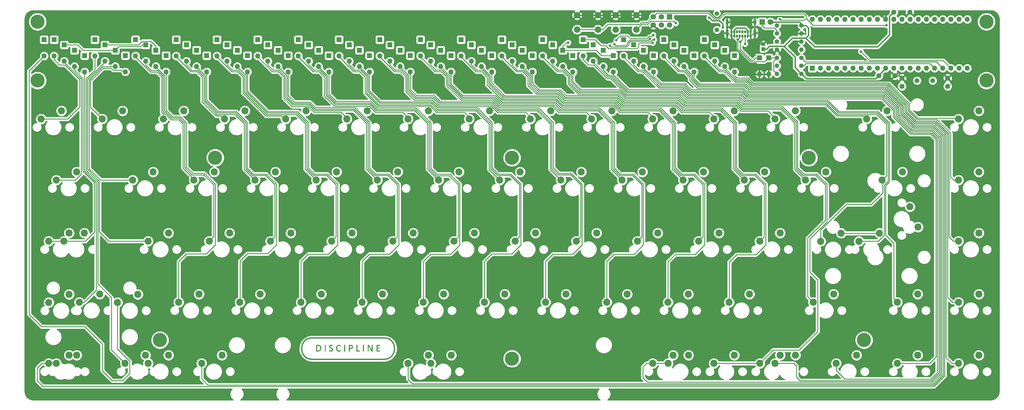
<source format=gbr>
G04 #@! TF.GenerationSoftware,KiCad,Pcbnew,(5.1.4)-1*
G04 #@! TF.CreationDate,2020-04-16T22:18:54+01:00*
G04 #@! TF.ProjectId,discipline-pcb,64697363-6970-46c6-996e-652d7063622e,rev?*
G04 #@! TF.SameCoordinates,Original*
G04 #@! TF.FileFunction,Copper,L1,Top*
G04 #@! TF.FilePolarity,Positive*
%FSLAX46Y46*%
G04 Gerber Fmt 4.6, Leading zero omitted, Abs format (unit mm)*
G04 Created by KiCad (PCBNEW (5.1.4)-1) date 2020-04-16 22:18:54*
%MOMM*%
%LPD*%
G04 APERTURE LIST*
%ADD10C,0.400000*%
%ADD11C,0.010000*%
%ADD12C,2.200000*%
%ADD13O,1.600000X1.600000*%
%ADD14R,1.600000X1.600000*%
%ADD15R,1.700000X1.700000*%
%ADD16C,1.700000*%
%ADD17C,1.500000*%
%ADD18C,1.600000*%
%ADD19C,1.400000*%
%ADD20O,1.400000X1.400000*%
%ADD21R,1.200000X1.200000*%
%ADD22C,1.200000*%
%ADD23C,1.800000*%
%ADD24R,1.800000X1.800000*%
%ADD25O,0.650000X1.000000*%
%ADD26O,0.900000X2.400000*%
%ADD27O,0.900000X1.700000*%
%ADD28C,2.000000*%
%ADD29C,4.400000*%
%ADD30C,0.800000*%
%ADD31C,0.250000*%
%ADD32C,0.254000*%
G04 APERTURE END LIST*
D10*
X144037456Y-167154210D02*
X166337456Y-167154210D01*
X144057456Y-160474210D02*
X166337456Y-160474210D01*
X166327456Y-160474210D02*
G75*
G02X166327456Y-167154210I0J-3340000D01*
G01*
X144027456Y-167154210D02*
G75*
G02X144027456Y-160474210I0J3340000D01*
G01*
D11*
G36*
X164749072Y-162655368D02*
G01*
X164884771Y-162657925D01*
X164975079Y-162663614D01*
X165029945Y-162673607D01*
X165059319Y-162689070D01*
X165073151Y-162711174D01*
X165074608Y-162715472D01*
X165081021Y-162794519D01*
X165073315Y-162829739D01*
X165056010Y-162852466D01*
X165017542Y-162867835D01*
X164947162Y-162877197D01*
X164834122Y-162881902D01*
X164667674Y-162883300D01*
X164646928Y-162883310D01*
X164241098Y-162883310D01*
X164250485Y-163185303D01*
X164259872Y-163487295D01*
X164610836Y-163496561D01*
X164961800Y-163505828D01*
X164961800Y-163699506D01*
X164243548Y-163699506D01*
X164243548Y-164415807D01*
X165076068Y-164434081D01*
X165076068Y-164629968D01*
X164569186Y-164638922D01*
X164353731Y-164640947D01*
X164197101Y-164638059D01*
X164092985Y-164629900D01*
X164035072Y-164616111D01*
X164022335Y-164607907D01*
X164009968Y-164563582D01*
X163999695Y-164464305D01*
X163991522Y-164320384D01*
X163985452Y-164142124D01*
X163981490Y-163939834D01*
X163979639Y-163723818D01*
X163979905Y-163504386D01*
X163982291Y-163291842D01*
X163986802Y-163096495D01*
X163993442Y-162928651D01*
X164002214Y-162798616D01*
X164013125Y-162716699D01*
X164021543Y-162693953D01*
X164067798Y-162676565D01*
X164168692Y-162664409D01*
X164327682Y-162657231D01*
X164548224Y-162654779D01*
X164558032Y-162654776D01*
X164749072Y-162655368D01*
X164749072Y-162655368D01*
G37*
X164749072Y-162655368D02*
X164884771Y-162657925D01*
X164975079Y-162663614D01*
X165029945Y-162673607D01*
X165059319Y-162689070D01*
X165073151Y-162711174D01*
X165074608Y-162715472D01*
X165081021Y-162794519D01*
X165073315Y-162829739D01*
X165056010Y-162852466D01*
X165017542Y-162867835D01*
X164947162Y-162877197D01*
X164834122Y-162881902D01*
X164667674Y-162883300D01*
X164646928Y-162883310D01*
X164241098Y-162883310D01*
X164250485Y-163185303D01*
X164259872Y-163487295D01*
X164610836Y-163496561D01*
X164961800Y-163505828D01*
X164961800Y-163699506D01*
X164243548Y-163699506D01*
X164243548Y-164415807D01*
X165076068Y-164434081D01*
X165076068Y-164629968D01*
X164569186Y-164638922D01*
X164353731Y-164640947D01*
X164197101Y-164638059D01*
X164092985Y-164629900D01*
X164035072Y-164616111D01*
X164022335Y-164607907D01*
X164009968Y-164563582D01*
X163999695Y-164464305D01*
X163991522Y-164320384D01*
X163985452Y-164142124D01*
X163981490Y-163939834D01*
X163979639Y-163723818D01*
X163979905Y-163504386D01*
X163982291Y-163291842D01*
X163986802Y-163096495D01*
X163993442Y-162928651D01*
X164002214Y-162798616D01*
X164013125Y-162716699D01*
X164021543Y-162693953D01*
X164067798Y-162676565D01*
X164168692Y-162664409D01*
X164327682Y-162657231D01*
X164548224Y-162654779D01*
X164558032Y-162654776D01*
X164749072Y-162655368D01*
G36*
X162734069Y-163640268D02*
G01*
X162725425Y-164629968D01*
X162611158Y-164639583D01*
X162517601Y-164634566D01*
X162445477Y-164609338D01*
X162442159Y-164606936D01*
X162412497Y-164568132D01*
X162356197Y-164479783D01*
X162277860Y-164349678D01*
X162182092Y-164185608D01*
X162073495Y-163995362D01*
X161956674Y-163786732D01*
X161944856Y-163765409D01*
X161502285Y-162966146D01*
X161493546Y-163798057D01*
X161484808Y-164629968D01*
X161378221Y-164640235D01*
X161271634Y-164650501D01*
X161280277Y-163660800D01*
X161288921Y-162671099D01*
X161440339Y-162661298D01*
X161541129Y-162660739D01*
X161603506Y-162681279D01*
X161652550Y-162730572D01*
X161684699Y-162780561D01*
X161742835Y-162879148D01*
X161821926Y-163017470D01*
X161916944Y-163186666D01*
X162022859Y-163377872D01*
X162105117Y-163527999D01*
X162496890Y-164246351D01*
X162529538Y-162671099D01*
X162636125Y-162660833D01*
X162742713Y-162650567D01*
X162734069Y-163640268D01*
X162734069Y-163640268D01*
G37*
X162734069Y-163640268D02*
X162725425Y-164629968D01*
X162611158Y-164639583D01*
X162517601Y-164634566D01*
X162445477Y-164609338D01*
X162442159Y-164606936D01*
X162412497Y-164568132D01*
X162356197Y-164479783D01*
X162277860Y-164349678D01*
X162182092Y-164185608D01*
X162073495Y-163995362D01*
X161956674Y-163786732D01*
X161944856Y-163765409D01*
X161502285Y-162966146D01*
X161493546Y-163798057D01*
X161484808Y-164629968D01*
X161378221Y-164640235D01*
X161271634Y-164650501D01*
X161280277Y-163660800D01*
X161288921Y-162671099D01*
X161440339Y-162661298D01*
X161541129Y-162660739D01*
X161603506Y-162681279D01*
X161652550Y-162730572D01*
X161684699Y-162780561D01*
X161742835Y-162879148D01*
X161821926Y-163017470D01*
X161916944Y-163186666D01*
X162022859Y-163377872D01*
X162105117Y-163527999D01*
X162496890Y-164246351D01*
X162529538Y-162671099D01*
X162636125Y-162660833D01*
X162742713Y-162650567D01*
X162734069Y-163640268D01*
G36*
X159893227Y-162660967D02*
G01*
X160015656Y-162671099D01*
X160015656Y-164629968D01*
X159770798Y-164650234D01*
X159770798Y-162650834D01*
X159893227Y-162660967D01*
X159893227Y-162660967D01*
G37*
X159893227Y-162660967D02*
X160015656Y-162671099D01*
X160015656Y-164629968D01*
X159770798Y-164650234D01*
X159770798Y-162650834D01*
X159893227Y-162660967D01*
G36*
X157869063Y-162660967D02*
G01*
X157991492Y-162671099D01*
X158008878Y-164415629D01*
X158742392Y-164434081D01*
X158742392Y-164629968D01*
X158267114Y-164638967D01*
X158097108Y-164640682D01*
X157950808Y-164639315D01*
X157840400Y-164635199D01*
X157778070Y-164628668D01*
X157769235Y-164625364D01*
X157763550Y-164588205D01*
X157758388Y-164493994D01*
X157753938Y-164350974D01*
X157750385Y-164167387D01*
X157747916Y-163951478D01*
X157746718Y-163711488D01*
X157746633Y-163626798D01*
X157746633Y-162650834D01*
X157869063Y-162660967D01*
X157869063Y-162660967D01*
G37*
X157869063Y-162660967D02*
X157991492Y-162671099D01*
X158008878Y-164415629D01*
X158742392Y-164434081D01*
X158742392Y-164629968D01*
X158267114Y-164638967D01*
X158097108Y-164640682D01*
X157950808Y-164639315D01*
X157840400Y-164635199D01*
X157778070Y-164628668D01*
X157769235Y-164625364D01*
X157763550Y-164588205D01*
X157758388Y-164493994D01*
X157753938Y-164350974D01*
X157750385Y-164167387D01*
X157747916Y-163951478D01*
X157746718Y-163711488D01*
X157746633Y-163626798D01*
X157746633Y-162650834D01*
X157869063Y-162660967D01*
G36*
X155863650Y-162660711D02*
G01*
X156033793Y-162669015D01*
X156154340Y-162680525D01*
X156240993Y-162698121D01*
X156309451Y-162724684D01*
X156356603Y-162751175D01*
X156483192Y-162851186D01*
X156561203Y-162971445D01*
X156597976Y-163126571D01*
X156603301Y-163242436D01*
X156579591Y-163453977D01*
X156508446Y-163622394D01*
X156388472Y-163748994D01*
X156218272Y-163835080D01*
X155996453Y-163881960D01*
X155912375Y-163889009D01*
X155657173Y-163903782D01*
X155657173Y-164646292D01*
X155548347Y-164646292D01*
X155467677Y-164640319D01*
X155419230Y-164625812D01*
X155417756Y-164624527D01*
X155412174Y-164587498D01*
X155407121Y-164493586D01*
X155402789Y-164351203D01*
X155399368Y-164168760D01*
X155397049Y-163954668D01*
X155396024Y-163717340D01*
X155395991Y-163665414D01*
X155396428Y-163387409D01*
X155397972Y-163167721D01*
X155400974Y-162999379D01*
X155405476Y-162883310D01*
X155657173Y-162883310D01*
X155657173Y-163269643D01*
X155658914Y-163422368D01*
X155663650Y-163550448D01*
X155670653Y-163640207D01*
X155678938Y-163677740D01*
X155730938Y-163694686D01*
X155824375Y-163698293D01*
X155936910Y-163689223D01*
X156046201Y-163668137D01*
X156051371Y-163666725D01*
X156190303Y-163602535D01*
X156281681Y-163497595D01*
X156329504Y-163346643D01*
X156335892Y-163292377D01*
X156341468Y-163185561D01*
X156329626Y-163116034D01*
X156290997Y-163056290D01*
X156235758Y-162998296D01*
X156171379Y-162937956D01*
X156115104Y-162903537D01*
X156045070Y-162887790D01*
X155939416Y-162883466D01*
X155888973Y-162883310D01*
X155657173Y-162883310D01*
X155405476Y-162883310D01*
X155405783Y-162875408D01*
X155412749Y-162788836D01*
X155422223Y-162732690D01*
X155434555Y-162699996D01*
X155445090Y-162687318D01*
X155493218Y-162668250D01*
X155585445Y-162658270D01*
X155729471Y-162656887D01*
X155863650Y-162660711D01*
X155863650Y-162660711D01*
G37*
X155863650Y-162660711D02*
X156033793Y-162669015D01*
X156154340Y-162680525D01*
X156240993Y-162698121D01*
X156309451Y-162724684D01*
X156356603Y-162751175D01*
X156483192Y-162851186D01*
X156561203Y-162971445D01*
X156597976Y-163126571D01*
X156603301Y-163242436D01*
X156579591Y-163453977D01*
X156508446Y-163622394D01*
X156388472Y-163748994D01*
X156218272Y-163835080D01*
X155996453Y-163881960D01*
X155912375Y-163889009D01*
X155657173Y-163903782D01*
X155657173Y-164646292D01*
X155548347Y-164646292D01*
X155467677Y-164640319D01*
X155419230Y-164625812D01*
X155417756Y-164624527D01*
X155412174Y-164587498D01*
X155407121Y-164493586D01*
X155402789Y-164351203D01*
X155399368Y-164168760D01*
X155397049Y-163954668D01*
X155396024Y-163717340D01*
X155395991Y-163665414D01*
X155396428Y-163387409D01*
X155397972Y-163167721D01*
X155400974Y-162999379D01*
X155405476Y-162883310D01*
X155657173Y-162883310D01*
X155657173Y-163269643D01*
X155658914Y-163422368D01*
X155663650Y-163550448D01*
X155670653Y-163640207D01*
X155678938Y-163677740D01*
X155730938Y-163694686D01*
X155824375Y-163698293D01*
X155936910Y-163689223D01*
X156046201Y-163668137D01*
X156051371Y-163666725D01*
X156190303Y-163602535D01*
X156281681Y-163497595D01*
X156329504Y-163346643D01*
X156335892Y-163292377D01*
X156341468Y-163185561D01*
X156329626Y-163116034D01*
X156290997Y-163056290D01*
X156235758Y-162998296D01*
X156171379Y-162937956D01*
X156115104Y-162903537D01*
X156045070Y-162887790D01*
X155939416Y-162883466D01*
X155888973Y-162883310D01*
X155657173Y-162883310D01*
X155405476Y-162883310D01*
X155405783Y-162875408D01*
X155412749Y-162788836D01*
X155422223Y-162732690D01*
X155434555Y-162699996D01*
X155445090Y-162687318D01*
X155493218Y-162668250D01*
X155585445Y-162658270D01*
X155729471Y-162656887D01*
X155863650Y-162660711D01*
G36*
X154155374Y-164646292D02*
G01*
X154040082Y-164646292D01*
X153959195Y-164635741D01*
X153911587Y-164609863D01*
X153908977Y-164605085D01*
X153905221Y-164562951D01*
X153902376Y-164464122D01*
X153900505Y-164317194D01*
X153899669Y-164130761D01*
X153899931Y-163913418D01*
X153901352Y-163673761D01*
X153901840Y-163617489D01*
X153910515Y-162671099D01*
X154032944Y-162660967D01*
X154155374Y-162650834D01*
X154155374Y-164646292D01*
X154155374Y-164646292D01*
G37*
X154155374Y-164646292D02*
X154040082Y-164646292D01*
X153959195Y-164635741D01*
X153911587Y-164609863D01*
X153908977Y-164605085D01*
X153905221Y-164562951D01*
X153902376Y-164464122D01*
X153900505Y-164317194D01*
X153899669Y-164130761D01*
X153899931Y-163913418D01*
X153901352Y-163673761D01*
X153901840Y-163617489D01*
X153910515Y-162671099D01*
X154032944Y-162660967D01*
X154155374Y-162650834D01*
X154155374Y-164646292D01*
G36*
X148131852Y-164629968D02*
G01*
X148025522Y-164640216D01*
X147939522Y-164635155D01*
X147902579Y-164607170D01*
X147898618Y-164564485D01*
X147895587Y-164465130D01*
X147893557Y-164317724D01*
X147892596Y-164130887D01*
X147892773Y-163913238D01*
X147894159Y-163673398D01*
X147894642Y-163617489D01*
X147903317Y-162671099D01*
X148131852Y-162671099D01*
X148131852Y-164629968D01*
X148131852Y-164629968D01*
G37*
X148131852Y-164629968D02*
X148025522Y-164640216D01*
X147939522Y-164635155D01*
X147902579Y-164607170D01*
X147898618Y-164564485D01*
X147895587Y-164465130D01*
X147893557Y-164317724D01*
X147892596Y-164130887D01*
X147892773Y-163913238D01*
X147894159Y-163673398D01*
X147894642Y-163617489D01*
X147903317Y-162671099D01*
X148131852Y-162671099D01*
X148131852Y-164629968D01*
G36*
X145844792Y-162663531D02*
G01*
X146057901Y-162687634D01*
X146234495Y-162736457D01*
X146387427Y-162812457D01*
X146394580Y-162816950D01*
X146546193Y-162950535D01*
X146660045Y-163130150D01*
X146732980Y-163346453D01*
X146761840Y-163590101D01*
X146743731Y-163850102D01*
X146681412Y-164098167D01*
X146579948Y-164296471D01*
X146436000Y-164449859D01*
X146254602Y-164559414D01*
X146163426Y-164588215D01*
X146035359Y-164612240D01*
X145884217Y-164630801D01*
X145723819Y-164643212D01*
X145567982Y-164648785D01*
X145430523Y-164646834D01*
X145325259Y-164636671D01*
X145266009Y-164617610D01*
X145258782Y-164608931D01*
X145254647Y-164565780D01*
X145251459Y-164465980D01*
X145249295Y-164318171D01*
X145248228Y-164130992D01*
X145248335Y-163913086D01*
X145249689Y-163673092D01*
X145250169Y-163617489D01*
X145256898Y-162883310D01*
X145503703Y-162883310D01*
X145503703Y-164417758D01*
X145757967Y-164417758D01*
X145915175Y-164412346D01*
X146032635Y-164393063D01*
X146135227Y-164355341D01*
X146157903Y-164344300D01*
X146295793Y-164246591D01*
X146392863Y-164109937D01*
X146452488Y-163927864D01*
X146476152Y-163734335D01*
X146474971Y-163502917D01*
X146439735Y-163316878D01*
X146367335Y-163164100D01*
X146310872Y-163090229D01*
X146204191Y-162989823D01*
X146084972Y-162926035D01*
X145936269Y-162892618D01*
X145749610Y-162883310D01*
X145503703Y-162883310D01*
X145256898Y-162883310D01*
X145258844Y-162671099D01*
X145582316Y-162661693D01*
X145844792Y-162663531D01*
X145844792Y-162663531D01*
G37*
X145844792Y-162663531D02*
X146057901Y-162687634D01*
X146234495Y-162736457D01*
X146387427Y-162812457D01*
X146394580Y-162816950D01*
X146546193Y-162950535D01*
X146660045Y-163130150D01*
X146732980Y-163346453D01*
X146761840Y-163590101D01*
X146743731Y-163850102D01*
X146681412Y-164098167D01*
X146579948Y-164296471D01*
X146436000Y-164449859D01*
X146254602Y-164559414D01*
X146163426Y-164588215D01*
X146035359Y-164612240D01*
X145884217Y-164630801D01*
X145723819Y-164643212D01*
X145567982Y-164648785D01*
X145430523Y-164646834D01*
X145325259Y-164636671D01*
X145266009Y-164617610D01*
X145258782Y-164608931D01*
X145254647Y-164565780D01*
X145251459Y-164465980D01*
X145249295Y-164318171D01*
X145248228Y-164130992D01*
X145248335Y-163913086D01*
X145249689Y-163673092D01*
X145250169Y-163617489D01*
X145256898Y-162883310D01*
X145503703Y-162883310D01*
X145503703Y-164417758D01*
X145757967Y-164417758D01*
X145915175Y-164412346D01*
X146032635Y-164393063D01*
X146135227Y-164355341D01*
X146157903Y-164344300D01*
X146295793Y-164246591D01*
X146392863Y-164109937D01*
X146452488Y-163927864D01*
X146476152Y-163734335D01*
X146474971Y-163502917D01*
X146439735Y-163316878D01*
X146367335Y-163164100D01*
X146310872Y-163090229D01*
X146204191Y-162989823D01*
X146084972Y-162926035D01*
X145936269Y-162892618D01*
X145749610Y-162883310D01*
X145503703Y-162883310D01*
X145256898Y-162883310D01*
X145258844Y-162671099D01*
X145582316Y-162661693D01*
X145844792Y-162663531D01*
G36*
X152408386Y-162635959D02*
G01*
X152621244Y-162690119D01*
X152679962Y-162716878D01*
X152784487Y-162784344D01*
X152836756Y-162860616D01*
X152849461Y-162949349D01*
X152834489Y-163012693D01*
X152786729Y-163026512D01*
X152701921Y-162991031D01*
X152651765Y-162959858D01*
X152513590Y-162891158D01*
X152352941Y-162860803D01*
X152332306Y-162859344D01*
X152143062Y-162872186D01*
X151989583Y-162938547D01*
X151866387Y-163061565D01*
X151806649Y-163160111D01*
X151768065Y-163242415D01*
X151743490Y-163320306D01*
X151729877Y-163412270D01*
X151724181Y-163536793D01*
X151723274Y-163666152D01*
X151725317Y-163830258D01*
X151733073Y-163946696D01*
X151749257Y-164033021D01*
X151776585Y-164106793D01*
X151798048Y-164149694D01*
X151908533Y-164293309D01*
X152054800Y-164390362D01*
X152224605Y-164438527D01*
X152405703Y-164435479D01*
X152585849Y-164378891D01*
X152687818Y-164318677D01*
X152759436Y-164274662D01*
X152811380Y-164254634D01*
X152813691Y-164254519D01*
X152844489Y-164280286D01*
X152849916Y-164343086D01*
X152833021Y-164421166D01*
X152796856Y-164492776D01*
X152777122Y-164515256D01*
X152656447Y-164591254D01*
X152493250Y-164643959D01*
X152307205Y-164669959D01*
X152117982Y-164665847D01*
X152012312Y-164647796D01*
X151824801Y-164571180D01*
X151668871Y-164441890D01*
X151547844Y-164266117D01*
X151465039Y-164050050D01*
X151423778Y-163799878D01*
X151424759Y-163552590D01*
X151466364Y-163300088D01*
X151547477Y-163078068D01*
X151663241Y-162897078D01*
X151776084Y-162789979D01*
X151967945Y-162687333D01*
X152184666Y-162635512D01*
X152408386Y-162635959D01*
X152408386Y-162635959D01*
G37*
X152408386Y-162635959D02*
X152621244Y-162690119D01*
X152679962Y-162716878D01*
X152784487Y-162784344D01*
X152836756Y-162860616D01*
X152849461Y-162949349D01*
X152834489Y-163012693D01*
X152786729Y-163026512D01*
X152701921Y-162991031D01*
X152651765Y-162959858D01*
X152513590Y-162891158D01*
X152352941Y-162860803D01*
X152332306Y-162859344D01*
X152143062Y-162872186D01*
X151989583Y-162938547D01*
X151866387Y-163061565D01*
X151806649Y-163160111D01*
X151768065Y-163242415D01*
X151743490Y-163320306D01*
X151729877Y-163412270D01*
X151724181Y-163536793D01*
X151723274Y-163666152D01*
X151725317Y-163830258D01*
X151733073Y-163946696D01*
X151749257Y-164033021D01*
X151776585Y-164106793D01*
X151798048Y-164149694D01*
X151908533Y-164293309D01*
X152054800Y-164390362D01*
X152224605Y-164438527D01*
X152405703Y-164435479D01*
X152585849Y-164378891D01*
X152687818Y-164318677D01*
X152759436Y-164274662D01*
X152811380Y-164254634D01*
X152813691Y-164254519D01*
X152844489Y-164280286D01*
X152849916Y-164343086D01*
X152833021Y-164421166D01*
X152796856Y-164492776D01*
X152777122Y-164515256D01*
X152656447Y-164591254D01*
X152493250Y-164643959D01*
X152307205Y-164669959D01*
X152117982Y-164665847D01*
X152012312Y-164647796D01*
X151824801Y-164571180D01*
X151668871Y-164441890D01*
X151547844Y-164266117D01*
X151465039Y-164050050D01*
X151423778Y-163799878D01*
X151424759Y-163552590D01*
X151466364Y-163300088D01*
X151547477Y-163078068D01*
X151663241Y-162897078D01*
X151776084Y-162789979D01*
X151967945Y-162687333D01*
X152184666Y-162635512D01*
X152408386Y-162635959D01*
G36*
X150058620Y-162650150D02*
G01*
X150181691Y-162684296D01*
X150274180Y-162728554D01*
X150316406Y-162773391D01*
X150334272Y-162857763D01*
X150327489Y-162931595D01*
X150307760Y-162961945D01*
X150264101Y-162958916D01*
X150187416Y-162930900D01*
X150153942Y-162914901D01*
X149996013Y-162858251D01*
X149846929Y-162847564D01*
X149717597Y-162878974D01*
X149618923Y-162948617D01*
X149561814Y-163052629D01*
X149552032Y-163128169D01*
X149575421Y-163240997D01*
X149649293Y-163340158D01*
X149779204Y-163431459D01*
X149898620Y-163490354D01*
X150125834Y-163606298D01*
X150289152Y-163724770D01*
X150372520Y-163819849D01*
X150414719Y-163927832D01*
X150432425Y-164068767D01*
X150424946Y-164214800D01*
X150391589Y-164338078D01*
X150385724Y-164350194D01*
X150276350Y-164493769D01*
X150122757Y-164598390D01*
X149935744Y-164660265D01*
X149726111Y-164675603D01*
X149535708Y-164648620D01*
X149419119Y-164610095D01*
X149316971Y-164558593D01*
X149253173Y-164506351D01*
X149250539Y-164502652D01*
X149229230Y-164437173D01*
X149229852Y-164361057D01*
X149251456Y-164308359D01*
X149256050Y-164304820D01*
X149300715Y-164307535D01*
X149379113Y-164335935D01*
X149422808Y-164356995D01*
X149596979Y-164424087D01*
X149764628Y-164446056D01*
X149915771Y-164426186D01*
X150040425Y-164367761D01*
X150128607Y-164274064D01*
X150170333Y-164148378D01*
X150172340Y-164110470D01*
X150150853Y-164021260D01*
X150082869Y-163932090D01*
X149963105Y-163838044D01*
X149786278Y-163734206D01*
X149744317Y-163712201D01*
X149560379Y-163608427D01*
X149431276Y-163511457D01*
X149348801Y-163411095D01*
X149304745Y-163297144D01*
X149290899Y-163159409D01*
X149290849Y-163148930D01*
X149316523Y-162961799D01*
X149393178Y-162815336D01*
X149520261Y-162710107D01*
X149697220Y-162646681D01*
X149793478Y-162631877D01*
X149923154Y-162631036D01*
X150058620Y-162650150D01*
X150058620Y-162650150D01*
G37*
X150058620Y-162650150D02*
X150181691Y-162684296D01*
X150274180Y-162728554D01*
X150316406Y-162773391D01*
X150334272Y-162857763D01*
X150327489Y-162931595D01*
X150307760Y-162961945D01*
X150264101Y-162958916D01*
X150187416Y-162930900D01*
X150153942Y-162914901D01*
X149996013Y-162858251D01*
X149846929Y-162847564D01*
X149717597Y-162878974D01*
X149618923Y-162948617D01*
X149561814Y-163052629D01*
X149552032Y-163128169D01*
X149575421Y-163240997D01*
X149649293Y-163340158D01*
X149779204Y-163431459D01*
X149898620Y-163490354D01*
X150125834Y-163606298D01*
X150289152Y-163724770D01*
X150372520Y-163819849D01*
X150414719Y-163927832D01*
X150432425Y-164068767D01*
X150424946Y-164214800D01*
X150391589Y-164338078D01*
X150385724Y-164350194D01*
X150276350Y-164493769D01*
X150122757Y-164598390D01*
X149935744Y-164660265D01*
X149726111Y-164675603D01*
X149535708Y-164648620D01*
X149419119Y-164610095D01*
X149316971Y-164558593D01*
X149253173Y-164506351D01*
X149250539Y-164502652D01*
X149229230Y-164437173D01*
X149229852Y-164361057D01*
X149251456Y-164308359D01*
X149256050Y-164304820D01*
X149300715Y-164307535D01*
X149379113Y-164335935D01*
X149422808Y-164356995D01*
X149596979Y-164424087D01*
X149764628Y-164446056D01*
X149915771Y-164426186D01*
X150040425Y-164367761D01*
X150128607Y-164274064D01*
X150170333Y-164148378D01*
X150172340Y-164110470D01*
X150150853Y-164021260D01*
X150082869Y-163932090D01*
X149963105Y-163838044D01*
X149786278Y-163734206D01*
X149744317Y-163712201D01*
X149560379Y-163608427D01*
X149431276Y-163511457D01*
X149348801Y-163411095D01*
X149304745Y-163297144D01*
X149290899Y-163159409D01*
X149290849Y-163148930D01*
X149316523Y-162961799D01*
X149393178Y-162815336D01*
X149520261Y-162710107D01*
X149697220Y-162646681D01*
X149793478Y-162631877D01*
X149923154Y-162631036D01*
X150058620Y-162650150D01*
D12*
X89700000Y-146900000D03*
X83350000Y-149440000D03*
X68300000Y-146900000D03*
X61950000Y-149440000D03*
D13*
X60500000Y-72550000D03*
D14*
X60500000Y-67470000D03*
D12*
X332680000Y-125940000D03*
X330140000Y-119590000D03*
X308740000Y-127820000D03*
X302390000Y-130360000D03*
D14*
X299753430Y-76389182D03*
D13*
X348013430Y-61149182D03*
X302293430Y-76389182D03*
X345473430Y-61149182D03*
X304833430Y-76389182D03*
X342933430Y-61149182D03*
X307373430Y-76389182D03*
X340393430Y-61149182D03*
X309913430Y-76389182D03*
X337853430Y-61149182D03*
X312453430Y-76389182D03*
X335313430Y-61149182D03*
X314993430Y-76389182D03*
X332773430Y-61149182D03*
X317533430Y-76389182D03*
X330233430Y-61149182D03*
X320073430Y-76389182D03*
X327693430Y-61149182D03*
X322613430Y-76389182D03*
X325153430Y-61149182D03*
X325153430Y-76389182D03*
X322613430Y-61149182D03*
X327693430Y-76389182D03*
X320073430Y-61149182D03*
X330233430Y-76389182D03*
X317533430Y-61149182D03*
X332773430Y-76389182D03*
X314993430Y-61149182D03*
X335313430Y-76389182D03*
X312453430Y-61149182D03*
X337853430Y-76389182D03*
X309913430Y-61149182D03*
X340393430Y-76389182D03*
X307373430Y-61149182D03*
X342933430Y-76389182D03*
X304833430Y-61149182D03*
X345473430Y-76389182D03*
X302293430Y-61149182D03*
X348013430Y-76389182D03*
X299753430Y-61149182D03*
D12*
X283390128Y-168433750D03*
X289740128Y-165893750D03*
X254833936Y-168433750D03*
X261183936Y-165893750D03*
X180207573Y-165901640D03*
X173857573Y-168441640D03*
X92893031Y-168429819D03*
X99243031Y-165889819D03*
X64293700Y-168423620D03*
X70643700Y-165883620D03*
X68262500Y-127783620D03*
X61912500Y-130323620D03*
D15*
X255293830Y-60350870D03*
D16*
X255293830Y-62890870D03*
X252753830Y-60350870D03*
X252753830Y-62890870D03*
X250213830Y-60350870D03*
X250213830Y-62890870D03*
D12*
X323056250Y-89693750D03*
X316706250Y-92233750D03*
X314290000Y-130360000D03*
X320640000Y-127820000D03*
X71437450Y-149383750D03*
X77787450Y-146843750D03*
X68262450Y-165883620D03*
X61912450Y-168423620D03*
X92075050Y-165893750D03*
X85725050Y-168433750D03*
X115887450Y-165883620D03*
X109537450Y-168423620D03*
X73025050Y-127783620D03*
X66675050Y-130323620D03*
X306387250Y-146843750D03*
X300037250Y-149383750D03*
X64293750Y-111283750D03*
X70643750Y-108743750D03*
X321468250Y-111283750D03*
X327818250Y-108743750D03*
X275466206Y-165893750D03*
X269116206Y-168433750D03*
X256410884Y-165883620D03*
X250060884Y-168423620D03*
X294481250Y-89693750D03*
X288131250Y-92233750D03*
X132556250Y-108743750D03*
X126206250Y-111283750D03*
X65881250Y-89693750D03*
X59531250Y-92233750D03*
X84931250Y-89693750D03*
X78581250Y-92233750D03*
X103981250Y-89693750D03*
X97631250Y-92233750D03*
X123031250Y-89693750D03*
X116681250Y-92233750D03*
X142081250Y-89693750D03*
X135731250Y-92233750D03*
X161131250Y-89693750D03*
X154781250Y-92233750D03*
X180181250Y-89693750D03*
X173831250Y-92233750D03*
X199231250Y-89693750D03*
X192881250Y-92233750D03*
X218281250Y-89693750D03*
X211931250Y-92233750D03*
X237331250Y-89693750D03*
X230981250Y-92233750D03*
X256381250Y-89693750D03*
X250031250Y-92233750D03*
X275431250Y-89693750D03*
X269081250Y-92233750D03*
X351631250Y-89693750D03*
X345281250Y-92233750D03*
X94456250Y-108743750D03*
X88106250Y-111283750D03*
X113506250Y-108743750D03*
X107156250Y-111283750D03*
X151606250Y-108743750D03*
X145256250Y-111283750D03*
X170656250Y-108743750D03*
X164306250Y-111283750D03*
X189706250Y-108743750D03*
X183356250Y-111283750D03*
X208756250Y-108743750D03*
X202406250Y-111283750D03*
X227806250Y-108743750D03*
X221456250Y-111283750D03*
X246856250Y-108743750D03*
X240506250Y-111283750D03*
X265906250Y-108743750D03*
X259556250Y-111283750D03*
X284956250Y-108743750D03*
X278606250Y-111283750D03*
X304006250Y-108743750D03*
X297656250Y-111283750D03*
X351631250Y-108743750D03*
X345281250Y-111283750D03*
X99218750Y-127793750D03*
X92868750Y-130333750D03*
X118268750Y-127793750D03*
X111918750Y-130333750D03*
X137318750Y-127793750D03*
X130968750Y-130333750D03*
X156368250Y-127793750D03*
X150018250Y-130333750D03*
X175418250Y-127793750D03*
X169068250Y-130333750D03*
X194468250Y-127793750D03*
X188118250Y-130333750D03*
X213518250Y-127793750D03*
X207168250Y-130333750D03*
X232568250Y-127793750D03*
X226218250Y-130333750D03*
X251618250Y-127793750D03*
X245268250Y-130333750D03*
X270668250Y-127793750D03*
X264318250Y-130333750D03*
X289718250Y-127793750D03*
X283368250Y-130333750D03*
X351631250Y-127793750D03*
X345281250Y-130333750D03*
X108743750Y-146843750D03*
X102393750Y-149383750D03*
X127793750Y-146843750D03*
X121443750Y-149383750D03*
X146843750Y-146843750D03*
X140493750Y-149383750D03*
X165894250Y-146843750D03*
X159544250Y-149383750D03*
X184944250Y-146843750D03*
X178594250Y-149383750D03*
X203994250Y-146843750D03*
X197644250Y-149383750D03*
X223044250Y-146843750D03*
X216694250Y-149383750D03*
X242094250Y-146843750D03*
X235744250Y-149383750D03*
X261144250Y-146843750D03*
X254794250Y-149383750D03*
X280194250Y-146843750D03*
X273844250Y-149383750D03*
X332581250Y-146843750D03*
X326231250Y-149383750D03*
X351631250Y-146843750D03*
X345281250Y-149383750D03*
X187325250Y-165893750D03*
X180975250Y-168433750D03*
X313531250Y-165893750D03*
X307181250Y-168433750D03*
X332581250Y-165893750D03*
X326231250Y-168433750D03*
X351631250Y-165893750D03*
X345281250Y-168433750D03*
X294521528Y-165883620D03*
X288171528Y-168423620D03*
D17*
X337251644Y-80256240D03*
X332371644Y-80256240D03*
D18*
X341906112Y-79506040D03*
X341906112Y-82006040D03*
X327680238Y-79506040D03*
X327680238Y-82006040D03*
X330125530Y-58926178D03*
X325125530Y-58926178D03*
X325471062Y-78716416D03*
X320471062Y-78716416D03*
D19*
X296376316Y-75645517D03*
D20*
X288756316Y-75645517D03*
D19*
X296376316Y-73152052D03*
D20*
X288756316Y-73152052D03*
D19*
X296376316Y-78138982D03*
D20*
X288756316Y-78138982D03*
D19*
X288756316Y-70580211D03*
D20*
X296376316Y-70580211D03*
D19*
X288756316Y-68060499D03*
D20*
X296376316Y-68060499D03*
D19*
X288756316Y-65567034D03*
D20*
X296376316Y-65567034D03*
D19*
X296376316Y-63073204D03*
D20*
X288756316Y-63073204D03*
D21*
X284477676Y-70404866D03*
D22*
X284477676Y-68904866D03*
D23*
X286667716Y-61970830D03*
D24*
X284127716Y-61970830D03*
D25*
X278823468Y-66391022D03*
X280523468Y-66391022D03*
X279673468Y-66391022D03*
X277973468Y-66391022D03*
X277123468Y-66391022D03*
X276273468Y-66391022D03*
X275423468Y-66391022D03*
X274573468Y-66391022D03*
X280523468Y-65066022D03*
X279668468Y-65066022D03*
X278818468Y-65066022D03*
X277968468Y-65066022D03*
X277118468Y-65066022D03*
X276268468Y-65066022D03*
X275418468Y-65066022D03*
X274568468Y-65066022D03*
D26*
X281873468Y-65411022D03*
X273223468Y-65411022D03*
D27*
X281873468Y-62031022D03*
X273223468Y-62031022D03*
D19*
X270047614Y-59350838D03*
X270047614Y-64450838D03*
D28*
X244985732Y-59836074D03*
X244985732Y-64336074D03*
X238485732Y-59836074D03*
X238485732Y-64336074D03*
X232985732Y-59836074D03*
X232985732Y-64336074D03*
X226485732Y-59836074D03*
X226485732Y-64336074D03*
D13*
X63600284Y-72555612D03*
D14*
X63600284Y-67475612D03*
D13*
X73108673Y-77516199D03*
D14*
X73108673Y-72436199D03*
D13*
X85786525Y-77516199D03*
D14*
X85786525Y-72436199D03*
D13*
X88955988Y-72555612D03*
D14*
X88955988Y-67475612D03*
D13*
X101633840Y-72555612D03*
D14*
X101633840Y-67475612D03*
D13*
X114311692Y-72555612D03*
D14*
X114311692Y-67475612D03*
D13*
X126989544Y-72555612D03*
D14*
X126989544Y-67475612D03*
D13*
X139667396Y-72555612D03*
D14*
X139667396Y-67475612D03*
D13*
X152345248Y-72555612D03*
D14*
X152345248Y-67475612D03*
D13*
X165023100Y-72555612D03*
D14*
X165023100Y-67475612D03*
D13*
X177700952Y-72555612D03*
D14*
X177700952Y-67475612D03*
D13*
X190378804Y-72555612D03*
D14*
X190378804Y-67475612D03*
D13*
X203056656Y-72555612D03*
D14*
X203056656Y-67475612D03*
D13*
X215734508Y-72555612D03*
D14*
X215734508Y-67475612D03*
D13*
X228342376Y-72555612D03*
D14*
X228342376Y-67475612D03*
D13*
X275541929Y-77516199D03*
D14*
X275541929Y-72436199D03*
D13*
X66769747Y-74209141D03*
D14*
X66769747Y-69129141D03*
D13*
X82617062Y-75862670D03*
D14*
X82617062Y-70782670D03*
D13*
X92125451Y-74209141D03*
D14*
X92125451Y-69129141D03*
D13*
X104803303Y-74209141D03*
D14*
X104803303Y-69129141D03*
D13*
X117481155Y-74209141D03*
D14*
X117481155Y-69129141D03*
D13*
X130159007Y-74209141D03*
D14*
X130159007Y-69129141D03*
D13*
X142836859Y-74209141D03*
D14*
X142836859Y-69129141D03*
D13*
X155514711Y-74209141D03*
D14*
X155514711Y-69129141D03*
D13*
X168192563Y-74209141D03*
D14*
X168192563Y-69129141D03*
D13*
X180870415Y-74209141D03*
D14*
X180870415Y-69129141D03*
D13*
X193548267Y-74209141D03*
D14*
X193548267Y-69129141D03*
D13*
X206226119Y-74209141D03*
D14*
X206226119Y-69129141D03*
D13*
X218886475Y-74209141D03*
D14*
X218886475Y-69129141D03*
D13*
X231493149Y-74209141D03*
D14*
X231493149Y-69129141D03*
D13*
X272453205Y-75862670D03*
D14*
X272453205Y-70782670D03*
D13*
X69939210Y-75862670D03*
D14*
X69939210Y-70782670D03*
D13*
X79447599Y-74209141D03*
D14*
X79447599Y-69129141D03*
D13*
X95294914Y-75862670D03*
D14*
X95294914Y-70782670D03*
D13*
X107972766Y-75862670D03*
D14*
X107972766Y-70782670D03*
D13*
X120650618Y-75862670D03*
D14*
X120650618Y-70782670D03*
D13*
X133328470Y-75862670D03*
D14*
X133328470Y-70782670D03*
D13*
X146006322Y-75862670D03*
D14*
X146006322Y-70782670D03*
D13*
X158684174Y-75862670D03*
D14*
X158684174Y-70782670D03*
D13*
X171362026Y-75862670D03*
D14*
X171362026Y-70782670D03*
D13*
X184039878Y-75862670D03*
D14*
X184039878Y-70782670D03*
D13*
X196717730Y-75862670D03*
D14*
X196717730Y-70782670D03*
D13*
X209395582Y-75862670D03*
D14*
X209395582Y-70782670D03*
D13*
X234643922Y-75862670D03*
D14*
X234643922Y-70782670D03*
D13*
X269364481Y-74209141D03*
D14*
X269364481Y-69129141D03*
D13*
X98464377Y-77516199D03*
D14*
X98464377Y-72436199D03*
D13*
X111142229Y-77516199D03*
D14*
X111142229Y-72436199D03*
D13*
X123820081Y-77516199D03*
D14*
X123820081Y-72436199D03*
D13*
X136497933Y-77516199D03*
D14*
X136497933Y-72436199D03*
D13*
X149175785Y-77516199D03*
D14*
X149175785Y-72436199D03*
D13*
X161853637Y-77516199D03*
D14*
X161853637Y-72436199D03*
D13*
X174531489Y-77516199D03*
D14*
X174531489Y-72436199D03*
D13*
X187209341Y-77516199D03*
D14*
X187209341Y-72436199D03*
D13*
X199887193Y-77516199D03*
D14*
X199887193Y-72436199D03*
D13*
X212565045Y-77516199D03*
D14*
X212565045Y-72436199D03*
D13*
X222038442Y-75862670D03*
D14*
X222038442Y-70782670D03*
D13*
X237794695Y-77516199D03*
D14*
X237794695Y-72436199D03*
D13*
X266089606Y-72555612D03*
D14*
X266089606Y-67475612D03*
D13*
X259788058Y-75862670D03*
D14*
X259788058Y-70782670D03*
D13*
X76278136Y-72555612D03*
D14*
X76278136Y-67475612D03*
D13*
X256637284Y-74209141D03*
D14*
X256637284Y-69129141D03*
D13*
X253486511Y-72555612D03*
D14*
X253486511Y-67475612D03*
D13*
X250335738Y-77516199D03*
D14*
X250335738Y-72436199D03*
D13*
X225190409Y-77516199D03*
D14*
X225190409Y-72436199D03*
D13*
X244096241Y-74209141D03*
D14*
X244096241Y-69129141D03*
D13*
X240945468Y-72555612D03*
D14*
X240945468Y-67475612D03*
D13*
X262938832Y-77516199D03*
D14*
X262938832Y-72436199D03*
D13*
X247184965Y-75862670D03*
D14*
X247184965Y-70782670D03*
D13*
X286174982Y-78242196D03*
D14*
X286174982Y-73162196D03*
D13*
X283305310Y-78242196D03*
D14*
X283305310Y-73162196D03*
D29*
X206213345Y-166958110D03*
X206213345Y-104302994D03*
X298671968Y-104302994D03*
X113754723Y-104302994D03*
X315860803Y-161146960D03*
X96565888Y-161146960D03*
X353970721Y-80221243D03*
X353970721Y-61899530D03*
X58455970Y-61899530D03*
X58455970Y-80221243D03*
D30*
X317286426Y-147658536D03*
X127275644Y-177842586D03*
X254608590Y-121534022D03*
X275168740Y-121971472D03*
X104895702Y-124176220D03*
X324443108Y-92679820D03*
X316988960Y-87990356D03*
X333332092Y-169513538D03*
X283427796Y-173083130D03*
X289709578Y-173223114D03*
X276603576Y-172995640D03*
X249954122Y-173205616D03*
X342571036Y-93839906D03*
X303515500Y-88952746D03*
X57598608Y-86468030D03*
X298598562Y-78348958D03*
X276813552Y-62031022D03*
X249271700Y-70439862D03*
X235045826Y-65487928D03*
X316289040Y-78243970D03*
X212438410Y-178122554D03*
X263037486Y-64331925D03*
X262302584Y-60237471D03*
X286239392Y-65381785D03*
X317630206Y-71261001D03*
X316265388Y-73704406D03*
X317630206Y-66116687D03*
X319939898Y-71261001D03*
X322459562Y-71261001D03*
X315075545Y-66116687D03*
X312520886Y-66116687D03*
X309966227Y-66116687D03*
X307411568Y-66116687D03*
X304856909Y-66116687D03*
X302302250Y-66116687D03*
X288339112Y-60499936D03*
X312900000Y-123100000D03*
X300000000Y-145000000D03*
X271849908Y-63633140D03*
X267650388Y-60605986D03*
X250080466Y-68467729D03*
X250461158Y-67472794D03*
X236725634Y-69327582D03*
X238072980Y-68935034D03*
X249202787Y-67247085D03*
X250199094Y-66012868D03*
X238720406Y-67640182D03*
X223724620Y-68392596D03*
X278825616Y-68797705D03*
X322885786Y-63003212D03*
X289651437Y-61170830D03*
X276534836Y-67473316D03*
X277266951Y-68198326D03*
X314871702Y-71192276D03*
X257249287Y-62351160D03*
D31*
X274573468Y-65071022D02*
X274568468Y-65066022D01*
D10*
X274568468Y-66386022D02*
X274573468Y-66391022D01*
X274568468Y-65066022D02*
X274568468Y-66386022D01*
X280523468Y-65066022D02*
X280523468Y-66391022D01*
D31*
X273223468Y-63961022D02*
X273223468Y-62031022D01*
X273223468Y-65411022D02*
X273223468Y-63961022D01*
X273923468Y-62031022D02*
X276813552Y-62031022D01*
X273223468Y-62031022D02*
X273923468Y-62031022D01*
X281873468Y-63131022D02*
X281873468Y-65411022D01*
X281873468Y-62031022D02*
X281873468Y-63131022D01*
X281503468Y-65411022D02*
X280523468Y-66391022D01*
X281873468Y-65411022D02*
X281503468Y-65411022D01*
X273593468Y-65411022D02*
X274573468Y-66391022D01*
X273223468Y-65411022D02*
X273593468Y-65411022D01*
D10*
X281873468Y-67011022D02*
X281873468Y-65411022D01*
X281873468Y-67149186D02*
X281873468Y-67011022D01*
X283629148Y-68904866D02*
X281873468Y-67149186D01*
X284477676Y-68904866D02*
X283629148Y-68904866D01*
X283410298Y-78259694D02*
X283410298Y-77981500D01*
X280243160Y-79118870D02*
X281433024Y-80308734D01*
D31*
X276813552Y-62031022D02*
X281873468Y-62031022D01*
D10*
X286174982Y-78242196D02*
X283305310Y-78242196D01*
X280243160Y-76311416D02*
X280243160Y-75829246D01*
X280243160Y-74814362D02*
X280243160Y-75829246D01*
X280243160Y-75829246D02*
X280243160Y-79118870D01*
X323878744Y-80308734D02*
X325471062Y-78716416D01*
X281433024Y-80308734D02*
X323878744Y-80308734D01*
X326890614Y-78716416D02*
X327680238Y-79506040D01*
X325471062Y-78716416D02*
X326890614Y-78716416D01*
X279181221Y-73752423D02*
X279178155Y-73752423D01*
X274573468Y-66850641D02*
X274573468Y-66391022D01*
X279178155Y-73752423D02*
X275991146Y-70565414D01*
X275991146Y-68268319D02*
X274573468Y-66850641D01*
X275991146Y-70565414D02*
X275991146Y-68268319D01*
X248635857Y-59836074D02*
X244985732Y-59836074D01*
X249861743Y-58610188D02*
X248635857Y-59836074D01*
X267666860Y-58610188D02*
X249861743Y-58610188D01*
X269575168Y-60518496D02*
X267666860Y-58610188D01*
X321165415Y-59701167D02*
X298358667Y-59701167D01*
X322613430Y-61149182D02*
X321165415Y-59701167D01*
X298358667Y-59701167D02*
X297513686Y-58856186D01*
X297513686Y-58856186D02*
X272170268Y-58856186D01*
X272170268Y-58856186D02*
X270507958Y-60518496D01*
X270507958Y-60518496D02*
X269575168Y-60518496D01*
X243571519Y-59836074D02*
X238485732Y-59836074D01*
X244985732Y-59836074D02*
X243571519Y-59836074D01*
X237071519Y-59836074D02*
X232985732Y-59836074D01*
X238485732Y-59836074D02*
X237071519Y-59836074D01*
X231571519Y-59836074D02*
X226485732Y-59836074D01*
X232985732Y-59836074D02*
X231571519Y-59836074D01*
X283305310Y-77110826D02*
X283299784Y-77105300D01*
X283305310Y-78242196D02*
X283305310Y-77110826D01*
X283299784Y-77105300D02*
X283299784Y-75880385D01*
X283299784Y-75880385D02*
X282249104Y-74829705D01*
X280258503Y-74829705D02*
X280045218Y-74616420D01*
X282249104Y-74829705D02*
X280258503Y-74829705D01*
X280243160Y-74814362D02*
X280045218Y-74616420D01*
X280045218Y-74616420D02*
X279181221Y-73752423D01*
X288601577Y-60237471D02*
X288339112Y-60499936D01*
X290491325Y-60237471D02*
X288601577Y-60237471D01*
X275418468Y-66386022D02*
X275423468Y-66391022D01*
X275418468Y-65066022D02*
X275418468Y-66386022D01*
X279668468Y-66386022D02*
X279673468Y-66391022D01*
X279668468Y-65066022D02*
X279668468Y-66386022D01*
X279668468Y-64606403D02*
X279668468Y-65066022D01*
X278887683Y-63825618D02*
X279668468Y-64606403D01*
X276148628Y-63825618D02*
X278887683Y-63825618D01*
X275418468Y-65066022D02*
X275418468Y-64555778D01*
X275418468Y-64555778D02*
X276148628Y-63825618D01*
X268385304Y-61340902D02*
X267650388Y-60605986D01*
X268630276Y-61585874D02*
X268385304Y-61340902D01*
X270852522Y-61585874D02*
X268630276Y-61585874D01*
X271849908Y-62583260D02*
X270852522Y-61585874D01*
X271849908Y-63633140D02*
X271849908Y-62583260D01*
D31*
X245600450Y-68931704D02*
X246064425Y-68467729D01*
X245600450Y-69809934D02*
X245600450Y-68931704D01*
X228342376Y-67475612D02*
X232064078Y-67475612D01*
X232064078Y-67475612D02*
X233960950Y-69372484D01*
X246064425Y-68467729D02*
X250080466Y-68467729D01*
X235418738Y-69372484D02*
X236300396Y-70254142D01*
X236300396Y-70254142D02*
X245156242Y-70254142D01*
X233960950Y-69372484D02*
X235418738Y-69372484D01*
X245156242Y-70254142D02*
X245600450Y-69809934D01*
X63600284Y-72555612D02*
X63600284Y-72714464D01*
X67808114Y-92233750D02*
X59531250Y-92233750D01*
X63600284Y-73686982D02*
X65252604Y-75339302D01*
X65252604Y-75339302D02*
X66995034Y-75339302D01*
X66995034Y-75339302D02*
X71579220Y-79923488D01*
X71579220Y-79923488D02*
X71579220Y-88462644D01*
X63600284Y-72555612D02*
X63600284Y-73686982D01*
X71579220Y-88462644D02*
X67808114Y-92233750D01*
X85095111Y-77516199D02*
X84580524Y-77001612D01*
X74939126Y-80291236D02*
X74939126Y-88591626D01*
X85786525Y-77516199D02*
X85095111Y-77516199D01*
X84580524Y-77001612D02*
X81990820Y-77001612D01*
X74939126Y-88591626D02*
X78581250Y-92233750D01*
X81990820Y-77001612D02*
X81325896Y-76336688D01*
X81325896Y-76336688D02*
X78893674Y-76336688D01*
X78893674Y-76336688D02*
X74939126Y-80291236D01*
X97090818Y-86362924D02*
X97090818Y-87727742D01*
X97090818Y-86362924D02*
X97090818Y-85260571D01*
X98709711Y-92233750D02*
X97631250Y-92233750D01*
X98770594Y-92294633D02*
X98709711Y-92233750D01*
X97631250Y-90678116D02*
X97631250Y-92233750D01*
X97090818Y-90137684D02*
X97631250Y-90678116D01*
X97090818Y-87517770D02*
X97090818Y-90137684D01*
X97090818Y-87517770D02*
X97090818Y-87727742D01*
X97090818Y-85260571D02*
X97090818Y-85768110D01*
X97090818Y-85768110D02*
X97090818Y-87517770D01*
X97090818Y-81821812D02*
X97090818Y-85768110D01*
X97090818Y-79030604D02*
X97090818Y-81821812D01*
X95586766Y-77526552D02*
X97090818Y-79030604D01*
X93661986Y-77526552D02*
X95586766Y-77526552D01*
X88955988Y-72820554D02*
X93661986Y-77526552D01*
X88955988Y-72555612D02*
X88955988Y-72820554D01*
X101633840Y-72555612D02*
X101633840Y-72864850D01*
X101633840Y-72555612D02*
X101633840Y-72689870D01*
X116557331Y-92233750D02*
X116681250Y-92233750D01*
X115620847Y-91297266D02*
X116557331Y-92233750D01*
X114144549Y-91297266D02*
X115620847Y-91297266D01*
X101633840Y-72555612D02*
X101633840Y-72812356D01*
X101633840Y-72812356D02*
X106295542Y-77474058D01*
X106295542Y-77474058D02*
X108097836Y-77474058D01*
X108097836Y-77474058D02*
X109777644Y-79153866D01*
X109777644Y-79153866D02*
X109777644Y-86930361D01*
X109777644Y-86930361D02*
X114144549Y-91297266D01*
X135402318Y-92233750D02*
X135731250Y-92233750D01*
X134465834Y-91297266D02*
X135402318Y-92233750D01*
X129583985Y-91297266D02*
X134465834Y-91297266D01*
X122444937Y-84158218D02*
X122724981Y-84438262D01*
X122724981Y-84438262D02*
X129583985Y-91297266D01*
X122446196Y-84159477D02*
X122724981Y-84438262D01*
X122446196Y-79066376D02*
X122446196Y-84159477D01*
X120836380Y-77456560D02*
X122446196Y-79066376D01*
X118946596Y-77456560D02*
X120836380Y-77456560D01*
X114311692Y-72555612D02*
X114311692Y-72821656D01*
X114311692Y-72821656D02*
X118946596Y-77456560D01*
X126989544Y-72555612D02*
X126989544Y-72830956D01*
X154781250Y-91875314D02*
X154781250Y-92233750D01*
X142723312Y-88268749D02*
X144544490Y-90089927D01*
X137683984Y-88268749D02*
X142723312Y-88268749D01*
X152995863Y-90089927D02*
X154781250Y-91875314D01*
X144544490Y-90089927D02*
X152995863Y-90089927D01*
X126989544Y-72813458D02*
X131632646Y-77456560D01*
X126989544Y-72555612D02*
X126989544Y-72813458D01*
X131632646Y-77456560D02*
X133522430Y-77456560D01*
X133522430Y-77456560D02*
X135132246Y-79066376D01*
X135132246Y-79066376D02*
X135132246Y-85717011D01*
X135132246Y-85717011D02*
X137683984Y-88268749D01*
X163750434Y-90142420D02*
X172208301Y-90142420D01*
X172208301Y-90142420D02*
X173831250Y-91765369D01*
X151001129Y-88200179D02*
X161808193Y-88200179D01*
X161808193Y-88200179D02*
X163750434Y-90142420D01*
X139667396Y-72822758D02*
X144301198Y-77456560D01*
X139667396Y-72555612D02*
X139667396Y-72822758D01*
X173831250Y-91765369D02*
X173831250Y-92233750D01*
X144301198Y-77456560D02*
X146225978Y-77456560D01*
X146225978Y-77456560D02*
X147783300Y-79013882D01*
X147783300Y-79013882D02*
X147783300Y-84982350D01*
X147783300Y-84982350D02*
X151001129Y-88200179D01*
X192881250Y-91550438D02*
X192881250Y-92233750D01*
X191473232Y-90142420D02*
X192881250Y-91550438D01*
X164544323Y-88252672D02*
X180758166Y-88252672D01*
X152345248Y-72814560D02*
X156987248Y-77456560D01*
X182647914Y-90142420D02*
X191473232Y-90142420D01*
X152345248Y-72555612D02*
X152345248Y-72814560D01*
X156987248Y-77456560D02*
X158894530Y-77456560D01*
X180758166Y-88252672D02*
X182647914Y-90142420D01*
X158894530Y-77456560D02*
X160486848Y-79048878D01*
X160486848Y-79048878D02*
X160486848Y-84195197D01*
X160486848Y-84195197D02*
X164544323Y-88252672D01*
X211931250Y-91545479D02*
X211931250Y-92233750D01*
X210528191Y-90142420D02*
X211931250Y-91545479D01*
X183405387Y-88268749D02*
X199862212Y-88268749D01*
X181499562Y-86362924D02*
X183405387Y-88268749D01*
X165023100Y-72823860D02*
X169655800Y-77456560D01*
X199862212Y-88268749D02*
X201735883Y-90142420D01*
X165023100Y-72555612D02*
X165023100Y-72823860D01*
X169655800Y-77456560D02*
X171580580Y-77456560D01*
X171580580Y-77456560D02*
X173137902Y-79013882D01*
X175882811Y-86362924D02*
X181499562Y-86362924D01*
X173137902Y-79013882D02*
X173137902Y-83618015D01*
X201735883Y-90142420D02*
X210528191Y-90142420D01*
X173137902Y-83618015D02*
X175882811Y-86362924D01*
X218874578Y-88252672D02*
X220764326Y-90142420D01*
X200502028Y-86362924D02*
X202391776Y-88252672D01*
X202391776Y-88252672D02*
X218874578Y-88252672D01*
X190403887Y-86362924D02*
X200502028Y-86362924D01*
X220764326Y-90142420D02*
X229373178Y-90142420D01*
X229373178Y-90142420D02*
X230981250Y-91750492D01*
X230981250Y-91750492D02*
X230981250Y-92233750D01*
X185859308Y-81818345D02*
X186068924Y-82027961D01*
X186068924Y-82027961D02*
X190403887Y-86362924D01*
X185841450Y-81800487D02*
X186068924Y-82027961D01*
X185841450Y-79048878D02*
X185841450Y-81800487D01*
X184249132Y-77456560D02*
X185841450Y-79048878D01*
X182341850Y-77456560D02*
X184249132Y-77456560D01*
X177700952Y-72555612D02*
X177700952Y-72815662D01*
X177700952Y-72815662D02*
X182341850Y-77456560D01*
X250031250Y-91535561D02*
X250031250Y-92233750D01*
X248638109Y-90142420D02*
X250031250Y-91535561D01*
X239812791Y-90142420D02*
X248638109Y-90142420D01*
X221656707Y-88252672D02*
X237923043Y-88252672D01*
X219789386Y-86385351D02*
X221656707Y-88252672D01*
X203254091Y-86385351D02*
X219789386Y-86385351D01*
X237923043Y-88252672D02*
X239812791Y-90142420D01*
X190378804Y-72807464D02*
X195027900Y-77456560D01*
X190378804Y-72555612D02*
X190378804Y-72807464D01*
X195027900Y-77456560D02*
X196917684Y-77456560D01*
X196917684Y-77456560D02*
X198492504Y-79031380D01*
X198492504Y-79031380D02*
X198492504Y-81623764D01*
X198492504Y-81623764D02*
X203254091Y-86385351D01*
X258926737Y-90142420D02*
X267745561Y-90142420D01*
X257036989Y-88252672D02*
X258926737Y-90142420D01*
X267745561Y-90142420D02*
X269081250Y-91478109D01*
X222490101Y-86362924D02*
X238655070Y-86362924D01*
X220652846Y-84525669D02*
X222490101Y-86362924D01*
X213940236Y-84525669D02*
X220652846Y-84525669D01*
X238655070Y-86362924D02*
X240544818Y-88252672D01*
X203056656Y-72816764D02*
X207713950Y-77474058D01*
X203056656Y-72555612D02*
X203056656Y-72816764D01*
X207713950Y-77474058D02*
X209603734Y-77474058D01*
X209603734Y-77474058D02*
X211196052Y-79066376D01*
X269081250Y-91478109D02*
X269081250Y-92233750D01*
X240544818Y-88252672D02*
X257036989Y-88252672D01*
X211196052Y-79066376D02*
X211196052Y-81781485D01*
X211196052Y-81781485D02*
X213940236Y-84525669D01*
X288131250Y-92233750D02*
X288051962Y-92233750D01*
X276032961Y-88252672D02*
X277502765Y-89722476D01*
X259766625Y-88252672D02*
X276032961Y-88252672D01*
X241289089Y-86362924D02*
X257876877Y-86362924D01*
X286013125Y-89722476D02*
X288131250Y-91840601D01*
X239399341Y-84473176D02*
X241289089Y-86362924D01*
X227010993Y-84473176D02*
X239399341Y-84473176D01*
X277502765Y-89722476D02*
X286013125Y-89722476D01*
X215734508Y-72826064D02*
X220365004Y-77456560D01*
X215734508Y-72555612D02*
X215734508Y-72826064D01*
X257876877Y-86362924D02*
X259766625Y-88252672D01*
X220365004Y-77456560D02*
X222237290Y-77456560D01*
X223794612Y-79013882D02*
X223794612Y-81256795D01*
X288131250Y-91840601D02*
X288131250Y-92233750D01*
X222237290Y-77456560D02*
X223794612Y-79013882D01*
X223794612Y-81256795D02*
X227010993Y-84473176D01*
X278296654Y-87832728D02*
X276826850Y-86362924D01*
X316706250Y-92226860D02*
X315776656Y-91297266D01*
X307430269Y-91297266D02*
X303965731Y-87832728D01*
X276826850Y-86362924D02*
X260606513Y-86362924D01*
X316706250Y-92233750D02*
X316706250Y-92226860D01*
X260606513Y-86362924D02*
X258716765Y-84473176D01*
X303965731Y-87832728D02*
X278296654Y-87832728D01*
X315776656Y-91297266D02*
X307430269Y-91297266D01*
X258716765Y-84473176D02*
X241944983Y-84473176D01*
X241944983Y-84473176D02*
X239932795Y-82460988D01*
X228342376Y-73686982D02*
X229994696Y-75339302D01*
X228342376Y-72555612D02*
X228342376Y-73686982D01*
X229994696Y-75339302D02*
X231703708Y-75339302D01*
X231703708Y-75339302D02*
X235920726Y-79556320D01*
X235920726Y-79556320D02*
X237005602Y-79556320D01*
X239910270Y-82460988D02*
X239932795Y-82460988D01*
X237005602Y-79556320D02*
X239910270Y-82460988D01*
X276328194Y-79433834D02*
X277355990Y-79433834D01*
X275541929Y-78647569D02*
X276328194Y-79433834D01*
X275541929Y-77516199D02*
X275541929Y-78647569D01*
X277058524Y-79433834D02*
X277355990Y-79433834D01*
X279788212Y-79433834D02*
X277355990Y-79433834D01*
X281258044Y-80903666D02*
X279788212Y-79433834D01*
X323469702Y-80903666D02*
X281258044Y-80903666D01*
X329972476Y-87406440D02*
X323469702Y-80903666D01*
X329972476Y-89390196D02*
X329972476Y-87406440D01*
X332509686Y-91927406D02*
X329972476Y-89390196D01*
X344974906Y-91927406D02*
X332509686Y-91927406D01*
X345281250Y-92233750D02*
X344974906Y-91927406D01*
X82662896Y-70782670D02*
X82617062Y-70782670D01*
X83828110Y-69617456D02*
X82662896Y-70782670D01*
X90587136Y-69617456D02*
X83828110Y-69617456D01*
X92125451Y-69129141D02*
X91075451Y-69129141D01*
X91075451Y-69129141D02*
X90587136Y-69617456D01*
X242582527Y-69138932D02*
X242582527Y-68578995D01*
X241933960Y-69787499D02*
X242582527Y-69138932D01*
X249518736Y-68004140D02*
X250050082Y-67472794D01*
X242582527Y-68578995D02*
X243157382Y-68004140D01*
X250050082Y-67472794D02*
X250461158Y-67472794D01*
X236725634Y-69327582D02*
X237185551Y-69787499D01*
X243157382Y-68004140D02*
X249518736Y-68004140D01*
X237185551Y-69787499D02*
X241933960Y-69787499D01*
X82617062Y-70782670D02*
X72587242Y-70782670D01*
X70933713Y-69129141D02*
X66769747Y-69129141D01*
X72587242Y-70782670D02*
X70933713Y-69129141D01*
X66769747Y-74466589D02*
X72051657Y-79748499D01*
X66769747Y-74209141D02*
X66769747Y-74466589D01*
X72051657Y-79748499D02*
X72051657Y-103525843D01*
X72051657Y-103525843D02*
X72068751Y-103542937D01*
X72068751Y-103542937D02*
X72068751Y-109427751D01*
X70212752Y-111283750D02*
X64293750Y-111283750D01*
X72068751Y-109427751D02*
X70212752Y-111283750D01*
X88106250Y-111283750D02*
X78075003Y-111283750D01*
X78075003Y-111283750D02*
X74904309Y-108113056D01*
X74904309Y-108113056D02*
X74518828Y-107727575D01*
X80136032Y-75862670D02*
X82617062Y-75862670D01*
X78720266Y-75862670D02*
X80136032Y-75862670D01*
X74484178Y-80098758D02*
X78720266Y-75862670D01*
X74484178Y-107692925D02*
X74484178Y-80098758D01*
X74904309Y-108113056D02*
X74484178Y-107692925D01*
X107156250Y-111283750D02*
X106277093Y-110404593D01*
X106277093Y-110404593D02*
X106277093Y-110037267D01*
X106277093Y-110037267D02*
X103766251Y-107526425D01*
X103766251Y-107526425D02*
X103766251Y-93757753D01*
X103766251Y-93757753D02*
X102457247Y-92448749D01*
X102457247Y-92448749D02*
X100079556Y-92448749D01*
X100079556Y-92448749D02*
X97790915Y-90160108D01*
X97790915Y-90160108D02*
X97564355Y-89933548D01*
X97546542Y-89915735D02*
X97790915Y-90160108D01*
X97546542Y-78838902D02*
X97546542Y-89915735D01*
X95779244Y-77071604D02*
X97546542Y-78838902D01*
X93856544Y-77071604D02*
X95779244Y-77071604D01*
X92125451Y-75340511D02*
X93856544Y-77071604D01*
X92125451Y-74209141D02*
X92125451Y-75340511D01*
X114292442Y-90808749D02*
X119967251Y-90808749D01*
X125106251Y-110183751D02*
X126206250Y-111283750D01*
X122816251Y-93657749D02*
X122816251Y-107893751D01*
X122816251Y-107893751D02*
X125106251Y-110183751D01*
X119967251Y-90808749D02*
X122816251Y-93657749D01*
X110390074Y-86906381D02*
X114292442Y-90808749D01*
X110232592Y-86748899D02*
X110390074Y-86906381D01*
X110232592Y-78961388D02*
X110232592Y-86748899D01*
X108290314Y-77019110D02*
X110232592Y-78961388D01*
X106481902Y-77019110D02*
X108290314Y-77019110D01*
X104803303Y-75340511D02*
X106481902Y-77019110D01*
X104803303Y-74209141D02*
X104803303Y-75340511D01*
X139010151Y-90808749D02*
X129817380Y-90808749D01*
X145256250Y-111283750D02*
X141866251Y-107893751D01*
X141866251Y-93664849D02*
X139010151Y-90808749D01*
X141866251Y-107893751D02*
X141866251Y-93664849D01*
X117481155Y-75340511D02*
X119142256Y-77001612D01*
X117481155Y-74209141D02*
X117481155Y-75340511D01*
X119142256Y-77001612D02*
X121028858Y-77001612D01*
X121028858Y-77001612D02*
X122901144Y-78873898D01*
X122901144Y-83892513D02*
X123128618Y-84119987D01*
X122901144Y-78873898D02*
X122901144Y-83892513D01*
X129817380Y-90808749D02*
X123128618Y-84119987D01*
X123128618Y-84119987D02*
X122920059Y-83911428D01*
X137916382Y-87818738D02*
X142909712Y-87818738D01*
X144708464Y-89617490D02*
X144701969Y-89610995D01*
X160916251Y-107893751D02*
X160916251Y-93657749D01*
X142909712Y-87818738D02*
X144701969Y-89610995D01*
X160916251Y-93657749D02*
X156875992Y-89617490D01*
X164306250Y-111283750D02*
X160916251Y-107893751D01*
X156875992Y-89617490D02*
X144708464Y-89617490D01*
X130159007Y-75340511D02*
X131820108Y-77001612D01*
X130159007Y-74209141D02*
X130159007Y-75340511D01*
X131820108Y-77001612D02*
X133714908Y-77001612D01*
X133714908Y-77001612D02*
X135587194Y-78873898D01*
X135587194Y-85489550D02*
X135970742Y-85873098D01*
X135587194Y-78873898D02*
X135587194Y-85489550D01*
X135970742Y-85873098D02*
X137916382Y-87818738D01*
X179966251Y-107893751D02*
X183356250Y-111283750D01*
X179966251Y-93657749D02*
X179966251Y-107893751D01*
X163914407Y-89669983D02*
X175978485Y-89669983D01*
X151204606Y-87727742D02*
X161972166Y-87727742D01*
X142836859Y-75340511D02*
X144497960Y-77001612D01*
X142836859Y-74209141D02*
X142836859Y-75340511D01*
X161972166Y-87727742D02*
X163914407Y-89669983D01*
X144497960Y-77001612D02*
X146418456Y-77001612D01*
X146418456Y-77001612D02*
X148238248Y-78821404D01*
X148238248Y-78821404D02*
X148238248Y-84761384D01*
X175978485Y-89669983D02*
X179966251Y-93657749D01*
X148238248Y-84761384D02*
X151204606Y-87727742D01*
X199084717Y-107962217D02*
X199084717Y-93726215D01*
X202406250Y-111283750D02*
X199084717Y-107962217D01*
X199084717Y-93726215D02*
X195028485Y-89669983D01*
X195028485Y-89669983D02*
X182811887Y-89669983D01*
X182811887Y-89669983D02*
X180899713Y-87757809D01*
X180899713Y-87757809D02*
X164731869Y-87757809D01*
X155514711Y-75340511D02*
X157175812Y-77001612D01*
X155514711Y-74209141D02*
X155514711Y-75340511D01*
X157175812Y-77001612D02*
X159087008Y-77001612D01*
X159087008Y-77001612D02*
X160941796Y-78856400D01*
X160941796Y-83967736D02*
X161097358Y-84123298D01*
X160941796Y-78856400D02*
X160941796Y-83967736D01*
X164731869Y-87757809D02*
X161097358Y-84123298D01*
X218087183Y-107914683D02*
X221456250Y-111283750D01*
X218087183Y-93678681D02*
X218087183Y-107914683D01*
X214078485Y-89669983D02*
X218087183Y-93678681D01*
X201899857Y-89669983D02*
X214078485Y-89669983D01*
X183592788Y-87780235D02*
X200010109Y-87780235D01*
X181703040Y-85890487D02*
X183592788Y-87780235D01*
X176092783Y-85890487D02*
X181703040Y-85890487D01*
X168192563Y-75340511D02*
X169853664Y-77001612D01*
X200010109Y-87780235D02*
X201899857Y-89669983D01*
X168192563Y-74209141D02*
X168192563Y-75340511D01*
X169853664Y-77001612D02*
X171773058Y-77001612D01*
X171773058Y-77001612D02*
X173592850Y-78821404D01*
X173592850Y-78821404D02*
X173592850Y-83390554D01*
X173592850Y-83390554D02*
X176092783Y-85890487D01*
X237116251Y-93657749D02*
X237116251Y-107893751D01*
X233128485Y-89669983D02*
X237116251Y-93657749D01*
X190567861Y-85890487D02*
X200712000Y-85890487D01*
X220974298Y-89669983D02*
X233128485Y-89669983D01*
X200712000Y-85890487D02*
X202601748Y-87780235D01*
X237116251Y-107893751D02*
X240506250Y-111283750D01*
X202601748Y-87780235D02*
X219084550Y-87780235D01*
X219084550Y-87780235D02*
X220974298Y-89669983D01*
X180870415Y-75340511D02*
X182531516Y-77001612D01*
X180870415Y-74209141D02*
X180870415Y-75340511D01*
X182531516Y-77001612D02*
X184441610Y-77001612D01*
X184441610Y-77001612D02*
X186296398Y-78856400D01*
X186296398Y-81619024D02*
X186333454Y-81656080D01*
X186296398Y-78856400D02*
X186296398Y-81619024D01*
X186309319Y-81631945D02*
X186333454Y-81656080D01*
X186333454Y-81656080D02*
X190567861Y-85890487D01*
X256167034Y-107894534D02*
X259556250Y-111283750D01*
X256167034Y-93658532D02*
X256167034Y-107894534D01*
X252178485Y-89669983D02*
X256167034Y-93658532D01*
X239976764Y-89669983D02*
X252178485Y-89669983D01*
X238087016Y-87780235D02*
X239976764Y-89669983D01*
X221866679Y-87780235D02*
X238087016Y-87780235D01*
X219984572Y-85898128D02*
X221866679Y-87780235D01*
X193548267Y-74209141D02*
X193548267Y-75340511D01*
X195209368Y-77001612D02*
X197127660Y-77001612D01*
X197127660Y-77001612D02*
X198947452Y-78821404D01*
X193548267Y-75340511D02*
X195209368Y-77001612D01*
X198947452Y-78821404D02*
X198947452Y-81396303D01*
X203449277Y-85898128D02*
X219984572Y-85898128D01*
X198947452Y-81396303D02*
X203449277Y-85898128D01*
X275216251Y-107893751D02*
X278606250Y-111283750D01*
X275216251Y-96389087D02*
X275216251Y-107893751D01*
X275216251Y-96389087D02*
X275216251Y-96582375D01*
X259136709Y-89669983D02*
X271228485Y-89669983D01*
X238821918Y-85890487D02*
X240711666Y-87780235D01*
X271228485Y-89669983D02*
X275216251Y-93657749D01*
X222654074Y-85890487D02*
X238821918Y-85890487D01*
X220816819Y-84053232D02*
X222654074Y-85890487D01*
X240711666Y-87780235D02*
X257246961Y-87780235D01*
X214150208Y-84053232D02*
X220816819Y-84053232D01*
X275216251Y-93657749D02*
X275216251Y-96389087D01*
X257246961Y-87780235D02*
X259136709Y-89669983D01*
X206226119Y-75340511D02*
X207904718Y-77019110D01*
X206226119Y-74209141D02*
X206226119Y-75340511D01*
X207904718Y-77019110D02*
X209796212Y-77019110D01*
X209796212Y-77019110D02*
X211651000Y-78873898D01*
X211651000Y-81554024D02*
X214150208Y-84053232D01*
X211651000Y-78873898D02*
X211651000Y-81554024D01*
X290055086Y-89250039D02*
X289162705Y-89250039D01*
X294276952Y-93471905D02*
X290055086Y-89250039D01*
X294276952Y-107904452D02*
X294276952Y-93471905D01*
X297656250Y-111283750D02*
X294276952Y-107904452D01*
X289858541Y-89250039D02*
X289162705Y-89250039D01*
X218886475Y-75340511D02*
X218886475Y-74209141D01*
X222429768Y-77001612D02*
X220547576Y-77001612D01*
X224249560Y-78821404D02*
X222429768Y-77001612D01*
X224249560Y-81029334D02*
X224249560Y-78821404D01*
X227220965Y-84000739D02*
X224249560Y-81029334D01*
X239563314Y-84000739D02*
X227220965Y-84000739D01*
X277666738Y-89250039D02*
X276196934Y-87780235D01*
X220547576Y-77001612D02*
X218886475Y-75340511D01*
X289162705Y-89250039D02*
X277666738Y-89250039D01*
X276196934Y-87780235D02*
X259976597Y-87780235D01*
X259976597Y-87780235D02*
X258086849Y-85890487D01*
X258086849Y-85890487D02*
X241453062Y-85890487D01*
X241453062Y-85890487D02*
X239563314Y-84000739D01*
X322863211Y-93823424D02*
X322863211Y-109888789D01*
X319848536Y-90808749D02*
X322863211Y-93823424D01*
X307624161Y-90808749D02*
X319848536Y-90808749D01*
X304175703Y-87360291D02*
X307624161Y-90808749D01*
X278506626Y-87360291D02*
X304175703Y-87360291D01*
X277036822Y-85890487D02*
X278506626Y-87360291D01*
X322863211Y-109888789D02*
X321468250Y-111283750D01*
X260816485Y-85890487D02*
X277036822Y-85890487D01*
X242108956Y-84000739D02*
X258926737Y-84000739D01*
X231493149Y-74481317D02*
X236113204Y-79101372D01*
X231493149Y-74209141D02*
X231493149Y-74481317D01*
X237198080Y-79101372D02*
X240107687Y-82010979D01*
X258926737Y-84000739D02*
X260816485Y-85890487D01*
X240107687Y-82010979D02*
X240119196Y-82010979D01*
X236113204Y-79101372D02*
X237198080Y-79101372D01*
X240119196Y-82010979D02*
X242108956Y-84000739D01*
X302390000Y-126846410D02*
X310336410Y-118900000D01*
X302390000Y-130360000D02*
X302390000Y-126846410D01*
X310336410Y-118900000D02*
X318100000Y-118900000D01*
X321763901Y-112575073D02*
X321763901Y-111283750D01*
X321700725Y-112638249D02*
X321763901Y-112575073D01*
X318100000Y-118900000D02*
X321700725Y-115299275D01*
X321700725Y-115299275D02*
X321700725Y-112638249D01*
X345249810Y-111315190D02*
X345281250Y-111283750D01*
X343883386Y-111315190D02*
X345249810Y-111315190D01*
X342798510Y-110230314D02*
X343883386Y-111315190D01*
X342798510Y-96634368D02*
X342798510Y-110230314D01*
X338546496Y-92382354D02*
X342798510Y-96634368D01*
X329517528Y-89582674D02*
X332317208Y-92382354D01*
X329517528Y-87587902D02*
X329517528Y-89582674D01*
X272453205Y-76210857D02*
X276131130Y-79888782D01*
X276131130Y-79888782D02*
X279595734Y-79888782D01*
X279595734Y-79888782D02*
X281065566Y-81358614D01*
X281065566Y-81358614D02*
X323288240Y-81358614D01*
X332317208Y-92382354D02*
X338546496Y-92382354D01*
X272453205Y-75862670D02*
X272453205Y-76210857D01*
X323288240Y-81358614D02*
X329517528Y-87587902D01*
X61936010Y-130333750D02*
X61922161Y-130319901D01*
X66675050Y-130333750D02*
X61936010Y-130333750D01*
X73382290Y-130333750D02*
X66675050Y-130333750D01*
X69939210Y-75862670D02*
X69939210Y-76994040D01*
X69939210Y-76994040D02*
X72576587Y-79631417D01*
X72576587Y-79631417D02*
X72576587Y-108462477D01*
X72576587Y-108462477D02*
X76251097Y-112136987D01*
X76251097Y-112136987D02*
X76251097Y-127464943D01*
X76251097Y-127464943D02*
X73382290Y-130333750D01*
X91065450Y-68004140D02*
X93780972Y-68004140D01*
X79447599Y-69129141D02*
X89940449Y-69129141D01*
X89940449Y-69129141D02*
X91065450Y-68004140D01*
X95294914Y-69518082D02*
X95294914Y-70782670D01*
X93780972Y-68004140D02*
X95294914Y-69518082D01*
X242132516Y-68340102D02*
X242919926Y-67552692D01*
X242919926Y-67552692D02*
X248897180Y-67552692D01*
X238072980Y-68935034D02*
X238472979Y-69335033D01*
X241750015Y-69335033D02*
X242132516Y-68952532D01*
X242132516Y-68952532D02*
X242132516Y-68340102D01*
X238472979Y-69335033D02*
X241750015Y-69335033D01*
X248897180Y-67552692D02*
X249202787Y-67247085D01*
X83285159Y-130333750D02*
X92868750Y-130333750D01*
X80642201Y-130333750D02*
X83285159Y-130333750D01*
X77668408Y-127359957D02*
X80642201Y-130333750D01*
X77668408Y-111559564D02*
X77668408Y-127359957D01*
X74046391Y-107937547D02*
X74169214Y-108060370D01*
X74169214Y-108060370D02*
X77668408Y-111559564D01*
X74029230Y-107920386D02*
X74169214Y-108060370D01*
X74029230Y-79906280D02*
X74029230Y-107920386D01*
X79447599Y-74487911D02*
X74029230Y-79906280D01*
X79447599Y-74209141D02*
X79447599Y-74487911D01*
X113291251Y-128961249D02*
X111918750Y-130333750D01*
X113291251Y-112707749D02*
X113291251Y-128961249D01*
X106539558Y-109617323D02*
X110200825Y-109617323D01*
X104229866Y-107307631D02*
X106539558Y-109617323D01*
X104229866Y-93554465D02*
X104229866Y-107307631D01*
X95294914Y-75939848D02*
X98014366Y-78659300D01*
X95294914Y-75862670D02*
X95294914Y-75939848D01*
X98014366Y-78659300D02*
X98014366Y-89701150D01*
X98014366Y-89701150D02*
X100292891Y-91979675D01*
X100292891Y-91979675D02*
X102655076Y-91979675D01*
X110200825Y-109617323D02*
X113291251Y-112707749D01*
X102655076Y-91979675D02*
X104229866Y-93554465D01*
X125430544Y-109827295D02*
X129460797Y-109827295D01*
X132341251Y-112707749D02*
X132341251Y-128961249D01*
X132068749Y-129233751D02*
X130968750Y-130333750D01*
X132341251Y-128961249D02*
X132068749Y-129233751D01*
X120194084Y-90358738D02*
X123284825Y-93449479D01*
X129460797Y-109827295D02*
X132341251Y-112707749D01*
X123284825Y-93449479D02*
X123284825Y-107681576D01*
X114524840Y-90358738D02*
X120194084Y-90358738D01*
X123284825Y-107681576D02*
X125430544Y-109827295D01*
X110686505Y-86520403D02*
X110826610Y-86660508D01*
X110826610Y-86660508D02*
X114524840Y-90358738D01*
X110687540Y-86521438D02*
X110826610Y-86660508D01*
X110687540Y-78768910D02*
X110687540Y-86521438D01*
X107972766Y-76054136D02*
X110687540Y-78768910D01*
X107972766Y-75862670D02*
X107972766Y-76054136D01*
X151391251Y-128960749D02*
X150018250Y-130333750D01*
X148510797Y-109827295D02*
X151391251Y-112707749D01*
X144439504Y-109827295D02*
X148510797Y-109827295D01*
X142339784Y-107727575D02*
X144439504Y-109827295D01*
X142339784Y-93501972D02*
X142339784Y-107727575D01*
X120650618Y-75975946D02*
X123356092Y-78681420D01*
X151391251Y-112707749D02*
X151391251Y-128960749D01*
X123356092Y-78681420D02*
X123356092Y-83711050D01*
X123356092Y-83711050D02*
X130003780Y-90358738D01*
X130003780Y-90358738D02*
X139196550Y-90358738D01*
X120650618Y-75862670D02*
X120650618Y-75975946D01*
X139196550Y-90358738D02*
X142339784Y-93501972D01*
X161394743Y-93499830D02*
X157039966Y-89145053D01*
X157039966Y-89145053D02*
X144872437Y-89145053D01*
X144872437Y-89145053D02*
X143096112Y-87368727D01*
X143096112Y-87368727D02*
X138148780Y-87368727D01*
X161394743Y-107727575D02*
X161394743Y-93499830D01*
X167560797Y-109827295D02*
X163494463Y-109827295D01*
X170441251Y-112707749D02*
X167560797Y-109827295D01*
X170441251Y-128960749D02*
X170441251Y-112707749D01*
X163494463Y-109827295D02*
X161394743Y-107727575D01*
X169068250Y-130333750D02*
X170441251Y-128960749D01*
X138148780Y-87368727D02*
X136287114Y-85507061D01*
X136287114Y-85507061D02*
X136040624Y-85260571D01*
X136042142Y-85262089D02*
X136287114Y-85507061D01*
X136042142Y-78681420D02*
X136042142Y-85262089D01*
X133328470Y-75862670D02*
X133328470Y-75967748D01*
X133328470Y-75967748D02*
X136042142Y-78681420D01*
X189491251Y-128960749D02*
X188118250Y-130333750D01*
X182572994Y-109857362D02*
X186640864Y-109857362D01*
X180449702Y-107734069D02*
X182572994Y-109857362D01*
X180449702Y-93504789D02*
X180449702Y-107734069D01*
X189491251Y-112707749D02*
X189491251Y-128960749D01*
X164117885Y-89197546D02*
X176142459Y-89197546D01*
X146006322Y-75942052D02*
X148691437Y-78627167D01*
X146006322Y-75862670D02*
X146006322Y-75942052D01*
X148691437Y-78627167D02*
X148691437Y-84578162D01*
X186640864Y-109857362D02*
X189491251Y-112707749D01*
X148691437Y-84578162D02*
X151368580Y-87255305D01*
X151368580Y-87255305D02*
X162175644Y-87255305D01*
X176142459Y-89197546D02*
X180449702Y-93504789D01*
X162175644Y-87255305D02*
X164117885Y-89197546D01*
X208541251Y-128960749D02*
X207168250Y-130333750D01*
X205660797Y-109827295D02*
X208541251Y-112707749D01*
X201656874Y-109827295D02*
X205660797Y-109827295D01*
X199557154Y-107727575D02*
X201656874Y-109827295D01*
X199557154Y-93562241D02*
X199557154Y-107727575D01*
X195192459Y-89197546D02*
X199557154Y-93562241D01*
X182975860Y-89197546D02*
X195192459Y-89197546D01*
X181086114Y-87307800D02*
X182975860Y-89197546D01*
X158684174Y-75951352D02*
X161394743Y-78661921D01*
X158684174Y-75862670D02*
X158684174Y-75951352D01*
X161394743Y-78661921D02*
X161394743Y-83692276D01*
X161394743Y-83692276D02*
X165010265Y-87307798D01*
X165010265Y-87307798D02*
X174360514Y-87307798D01*
X208541251Y-112707749D02*
X208541251Y-128960749D01*
X174360514Y-87307798D02*
X181086114Y-87307800D01*
X227591251Y-128960749D02*
X226218250Y-130333750D01*
X227591251Y-112707749D02*
X227591251Y-128960749D01*
X220554354Y-109669816D02*
X224553318Y-109669816D01*
X218559620Y-93501972D02*
X218559620Y-107675082D01*
X214255194Y-89197546D02*
X218559620Y-93501972D01*
X200174082Y-87307798D02*
X202063830Y-89197546D01*
X202063830Y-89197546D02*
X214255194Y-89197546D01*
X183756761Y-87307798D02*
X200174082Y-87307798D01*
X171362026Y-75943154D02*
X174045556Y-78626684D01*
X171362026Y-75862670D02*
X171362026Y-75943154D01*
X174045556Y-78626684D02*
X174045556Y-83160851D01*
X174045556Y-83160851D02*
X176302755Y-85418050D01*
X218559620Y-107675082D02*
X220554354Y-109669816D01*
X176302755Y-85418050D02*
X181867013Y-85418050D01*
X224553318Y-109669816D02*
X227591251Y-112707749D01*
X181867013Y-85418050D02*
X183756761Y-87307798D01*
X246641251Y-112707749D02*
X246641251Y-128960749D01*
X243760797Y-109827295D02*
X246641251Y-112707749D01*
X246641251Y-128960749D02*
X245268250Y-130333750D01*
X239714299Y-109827295D02*
X243760797Y-109827295D01*
X237614579Y-107727575D02*
X239714299Y-109827295D01*
X233310153Y-89197546D02*
X237614579Y-93501972D01*
X221184270Y-89197546D02*
X233310153Y-89197546D01*
X219294522Y-87307798D02*
X221184270Y-89197546D01*
X202811720Y-87307798D02*
X219294522Y-87307798D01*
X184039878Y-75952454D02*
X186759330Y-78671906D01*
X186759330Y-78671906D02*
X186759330Y-81445545D01*
X186759330Y-81445545D02*
X190731835Y-85418050D01*
X184039878Y-75862670D02*
X184039878Y-75952454D01*
X190731835Y-85418050D02*
X200921972Y-85418050D01*
X237614579Y-93501972D02*
X237614579Y-107727575D01*
X200921972Y-85418050D02*
X202811720Y-87307798D01*
X265691251Y-128960749D02*
X264318250Y-130333750D01*
X258769258Y-109827295D02*
X262810797Y-109827295D01*
X256617045Y-93472132D02*
X256617045Y-107675082D01*
X262810797Y-109827295D02*
X265691251Y-112707749D01*
X252342459Y-89197546D02*
X256617045Y-93472132D01*
X238296988Y-87307798D02*
X240186736Y-89197546D01*
X222076651Y-87307798D02*
X238296988Y-87307798D01*
X265691251Y-112707749D02*
X265691251Y-128960749D01*
X240186736Y-89197546D02*
X252342459Y-89197546D01*
X196717730Y-75944256D02*
X199399675Y-78626201D01*
X256617045Y-107675082D02*
X258769258Y-109827295D01*
X196717730Y-75862670D02*
X196717730Y-75944256D01*
X199399675Y-78626201D02*
X199399675Y-81166117D01*
X199399675Y-81166117D02*
X203681675Y-85448117D01*
X203681675Y-85448117D02*
X220216970Y-85448117D01*
X220216970Y-85448117D02*
X222076651Y-87307798D01*
X284741251Y-128960749D02*
X283368250Y-130333750D01*
X221026791Y-83580795D02*
X222864046Y-85418050D01*
X214360180Y-83580795D02*
X221026791Y-83580795D01*
X257456933Y-87307798D02*
X259346681Y-89197546D01*
X281860797Y-109827295D02*
X284741251Y-112707749D01*
X212102981Y-78678453D02*
X212102981Y-81323596D01*
X209395582Y-75862670D02*
X209395582Y-75971054D01*
X209395582Y-75971054D02*
X212102981Y-78678453D01*
X222864046Y-85418050D02*
X239031890Y-85418050D01*
X284741251Y-112707749D02*
X284741251Y-128960749D01*
X259346681Y-89197546D02*
X271392459Y-89197546D01*
X239031890Y-85418050D02*
X240921638Y-87307798D01*
X240921638Y-87307798D02*
X257456933Y-87307798D01*
X271392459Y-89197546D02*
X275672004Y-93477091D01*
X212102981Y-81323596D02*
X214360180Y-83580795D01*
X275672004Y-93477091D02*
X275672004Y-107675082D01*
X275672004Y-107675082D02*
X277824217Y-109827295D01*
X277824217Y-109827295D02*
X281860797Y-109827295D01*
X320207636Y-130333750D02*
X314325250Y-130333750D01*
X320225944Y-130352058D02*
X320207636Y-130333750D01*
X259136709Y-83528302D02*
X261026457Y-85418050D01*
X304385675Y-86887854D02*
X307850213Y-90352392D01*
X261026457Y-85418050D02*
X277246794Y-85418050D01*
X277246794Y-85418050D02*
X278716598Y-86887854D01*
X307850213Y-90352392D02*
X320028589Y-90352392D01*
X322150735Y-128427267D02*
X320225944Y-130352058D01*
X278716598Y-86887854D02*
X304385675Y-86887854D01*
X320028589Y-90352392D02*
X323335648Y-93659451D01*
X323335648Y-93659451D02*
X323335648Y-111688940D01*
X322150735Y-112873852D02*
X322150735Y-128427267D01*
X323335648Y-111688940D02*
X322150735Y-112873852D01*
X242272929Y-83528302D02*
X259136709Y-83528302D01*
X240260723Y-81516096D02*
X242272929Y-83528302D01*
X234643922Y-76994040D02*
X236296306Y-78646424D01*
X234643922Y-75862670D02*
X234643922Y-76994040D01*
X236296306Y-78646424D02*
X237390558Y-78646424D01*
X240260230Y-81516096D02*
X240260723Y-81516096D01*
X237390558Y-78646424D02*
X240260230Y-81516096D01*
X343689142Y-130333750D02*
X345281250Y-130333750D01*
X342343562Y-128988170D02*
X343689142Y-130333750D01*
X342343562Y-96826846D02*
X342343562Y-128988170D01*
X338354018Y-92837302D02*
X342343562Y-96826846D01*
X323095762Y-81813562D02*
X329062580Y-87780380D01*
X280873088Y-81813562D02*
X323095762Y-81813562D01*
X269364481Y-75340511D02*
X271025582Y-77001612D01*
X329062580Y-89810148D02*
X332089734Y-92837302D01*
X269364481Y-74209141D02*
X269364481Y-75340511D01*
X329062580Y-87780380D02*
X329062580Y-89810148D01*
X271025582Y-77001612D02*
X272596534Y-77001612D01*
X332089734Y-92837302D02*
X338354018Y-92837302D01*
X272596534Y-77001612D02*
X275938652Y-80343730D01*
X275938652Y-80343730D02*
X279403256Y-80343730D01*
X279403256Y-80343730D02*
X280873088Y-81813562D01*
X223088442Y-70782670D02*
X222038442Y-70782670D01*
X232458920Y-70782670D02*
X223088442Y-70782670D01*
X234112449Y-72436199D02*
X232458920Y-70782670D01*
X237794695Y-72436199D02*
X234112449Y-72436199D01*
X222038442Y-69732670D02*
X222038442Y-70782670D01*
X222038442Y-69513089D02*
X222038442Y-69732670D01*
X223158935Y-68392596D02*
X222038442Y-69513089D01*
X223724620Y-68392596D02*
X223158935Y-68392596D01*
X249761644Y-66450318D02*
X250199094Y-66012868D01*
X248974234Y-66450318D02*
X249761644Y-66450318D01*
X238720406Y-67515672D02*
X239943242Y-66292836D01*
X238720406Y-67640182D02*
X238720406Y-67515672D01*
X239943242Y-66292836D02*
X242185010Y-66292836D01*
X242185010Y-66292836D02*
X242989918Y-67097744D01*
X242989918Y-67097744D02*
X248326808Y-67097744D01*
X248326808Y-67097744D02*
X248974234Y-66450318D01*
X76740051Y-111988869D02*
X73108673Y-108357491D01*
X76740051Y-145636783D02*
X76740051Y-111988869D01*
X72993084Y-149383750D02*
X76740051Y-145636783D01*
X71437450Y-149383750D02*
X72993084Y-149383750D01*
X73108673Y-77516199D02*
X73108673Y-78978886D01*
X73108673Y-78978886D02*
X73108673Y-108357491D01*
X98464377Y-86625389D02*
X98464377Y-87106567D01*
X102841476Y-91529665D02*
X100525290Y-91529665D01*
X100525290Y-91529665D02*
X98464377Y-89468752D01*
X102871542Y-91559731D02*
X102841476Y-91529665D01*
X102917541Y-91559731D02*
X102871542Y-91559731D01*
X104754796Y-93396986D02*
X102917541Y-91559731D01*
X104754796Y-107150152D02*
X104754796Y-93396986D01*
X106749530Y-109144886D02*
X104754796Y-107150152D01*
X110371547Y-109144886D02*
X106749530Y-109144886D01*
X102393750Y-149383750D02*
X102393750Y-136650079D01*
X104783790Y-134260039D02*
X111001463Y-134260039D01*
X111001463Y-134260039D02*
X113783592Y-131477910D01*
X102393750Y-136650079D02*
X104783790Y-134260039D01*
X113783592Y-131477910D02*
X113783592Y-112556931D01*
X113783592Y-112556931D02*
X110371547Y-109144886D01*
X98464377Y-77516199D02*
X98464377Y-86870484D01*
X98464377Y-89468752D02*
X98464377Y-86870484D01*
X98464377Y-86870484D02*
X98464377Y-86625389D01*
X111142229Y-86293718D02*
X111142229Y-77516199D01*
X114757238Y-89908727D02*
X111142229Y-86293718D01*
X125594517Y-109354858D02*
X123757262Y-107517603D01*
X123757262Y-93239507D02*
X120426482Y-89908727D01*
X123757262Y-107517603D02*
X123757262Y-93239507D01*
X129636478Y-109354858D02*
X125594517Y-109354858D01*
X120426482Y-89908727D02*
X114757238Y-89908727D01*
X121491284Y-136502518D02*
X123786256Y-134207546D01*
X123786256Y-134207546D02*
X130103956Y-134207546D01*
X121491284Y-149226271D02*
X121491284Y-136502518D01*
X130103956Y-134207546D02*
X132838551Y-131472951D01*
X132838551Y-131472951D02*
X132838551Y-112556931D01*
X132838551Y-112556931D02*
X129636478Y-109354858D01*
X149006395Y-134365025D02*
X142788722Y-134365025D01*
X149006395Y-134354607D02*
X149006395Y-134365025D01*
X151893510Y-131467492D02*
X149006395Y-134354607D01*
X151893510Y-112556931D02*
X151893510Y-131467492D01*
X148691437Y-109354858D02*
X151893510Y-112556931D01*
X144649476Y-109354858D02*
X148691437Y-109354858D01*
X130190180Y-89908727D02*
X139428948Y-89908727D01*
X139428948Y-89908727D02*
X142812221Y-93292000D01*
X142812221Y-93292000D02*
X142812221Y-107517603D01*
X142788722Y-134365025D02*
X140493750Y-136659997D01*
X123820081Y-83538628D02*
X130190180Y-89908727D01*
X142812221Y-107517603D02*
X144649476Y-109354858D01*
X140493750Y-136659997D02*
X140493750Y-149383750D01*
X123820081Y-83538628D02*
X123820081Y-77516199D01*
X159548709Y-136659997D02*
X159548709Y-149383750D01*
X168061354Y-134365025D02*
X161843681Y-134365025D01*
X170948469Y-131477910D02*
X168061354Y-134365025D01*
X167798889Y-109354858D02*
X170948469Y-112504438D01*
X170948469Y-112504438D02*
X170948469Y-131477910D01*
X163704435Y-109354858D02*
X167798889Y-109354858D01*
X161867180Y-107517603D02*
X163704435Y-109354858D01*
X161867180Y-93335856D02*
X161867180Y-107517603D01*
X136497933Y-84982978D02*
X138433671Y-86918716D01*
X161843681Y-134365025D02*
X159548709Y-136659997D01*
X138433671Y-86918716D02*
X143282512Y-86918716D01*
X143282512Y-86918716D02*
X145036412Y-88672616D01*
X145036412Y-88672616D02*
X157203940Y-88672616D01*
X157203940Y-88672616D02*
X161867180Y-93335856D01*
X136497933Y-84982978D02*
X136497933Y-77516199D01*
X180898640Y-134365025D02*
X178603668Y-136659997D01*
X187116313Y-134365025D02*
X180898640Y-134365025D01*
X189950935Y-131530403D02*
X187116313Y-134365025D01*
X178603668Y-136659997D02*
X178603668Y-149383750D01*
X189950935Y-112504438D02*
X189950935Y-131530403D01*
X186853848Y-109407351D02*
X189950935Y-112504438D01*
X180922139Y-107570096D02*
X182759394Y-109407351D01*
X149175785Y-84380101D02*
X151578552Y-86782868D01*
X180922139Y-93340815D02*
X180922139Y-107570096D01*
X151578552Y-86782868D02*
X162339617Y-86782868D01*
X162339617Y-86782868D02*
X164281858Y-88725109D01*
X182759394Y-109407351D02*
X186853848Y-109407351D01*
X164281858Y-88725109D02*
X176306433Y-88725109D01*
X176306433Y-88725109D02*
X180922139Y-93340815D01*
X149175785Y-84380101D02*
X149175785Y-77516199D01*
X199953599Y-134312532D02*
X197658627Y-136607504D01*
X206171272Y-134312532D02*
X199953599Y-134312532D01*
X197658627Y-136607504D02*
X197658627Y-149331257D01*
X181237097Y-86835361D02*
X165174239Y-86835361D01*
X181259526Y-86857790D02*
X181237097Y-86835361D01*
X183139833Y-88725109D02*
X181272515Y-86857791D01*
X195462700Y-88725109D02*
X183139833Y-88725109D01*
X200029591Y-93292000D02*
X195462700Y-88725109D01*
X200029591Y-107465110D02*
X200029591Y-93292000D01*
X209005894Y-112504438D02*
X205856314Y-109354858D01*
X165174239Y-86835361D02*
X161853637Y-83514759D01*
X181272515Y-86857791D02*
X181259526Y-86857790D01*
X205856314Y-109354858D02*
X201919339Y-109354858D01*
X209005894Y-131505108D02*
X209005894Y-112504438D01*
X201919339Y-109354858D02*
X200029591Y-107465110D01*
X208978696Y-131505108D02*
X206171272Y-134312532D01*
X209005894Y-131505108D02*
X208978696Y-131505108D01*
X161853637Y-83514759D02*
X161853637Y-77516199D01*
X218956065Y-134365025D02*
X216661093Y-136659997D01*
X225173738Y-134365025D02*
X218956065Y-134365025D01*
X216661093Y-136659997D02*
X216661093Y-149383750D01*
X224753794Y-109197379D02*
X220816819Y-109197379D01*
X228060853Y-131500149D02*
X228060853Y-112504438D01*
X219032057Y-107412617D02*
X219032057Y-93292000D01*
X219032057Y-93292000D02*
X214465166Y-88725109D01*
X202227803Y-88725109D02*
X200338055Y-86835361D01*
X220816819Y-109197379D02*
X219032057Y-107412617D01*
X200338055Y-86835361D02*
X183966733Y-86835361D01*
X228060853Y-112504438D02*
X224753794Y-109197379D01*
X214465166Y-88725109D02*
X202227803Y-88725109D01*
X183966733Y-86835361D02*
X182076985Y-84945613D01*
X182076985Y-84945613D02*
X176512727Y-84945613D01*
X176512727Y-84945613D02*
X174517993Y-82950879D01*
X228038614Y-131500149D02*
X225173738Y-134365025D01*
X228060853Y-131500149D02*
X228038614Y-131500149D01*
X174531489Y-82937383D02*
X174531489Y-77516199D01*
X174517993Y-82950879D02*
X174531489Y-82937383D01*
X238011024Y-134365025D02*
X235716052Y-136659997D01*
X235716052Y-136659997D02*
X235716052Y-149383750D01*
X247115812Y-112504438D02*
X247115812Y-131495190D01*
X238087016Y-107517603D02*
X239924271Y-109354858D01*
X238087016Y-93337999D02*
X238087016Y-107517603D01*
X243966232Y-109354858D02*
X247115812Y-112504438D01*
X233474126Y-88725109D02*
X238087016Y-93337999D01*
X221446735Y-88725109D02*
X233474126Y-88725109D01*
X187209341Y-81259146D02*
X190895808Y-84945613D01*
X190895808Y-84945613D02*
X201131944Y-84945613D01*
X201131944Y-84945613D02*
X203021692Y-86835361D01*
X239924271Y-109354858D02*
X243966232Y-109354858D01*
X203021692Y-86835361D02*
X219556987Y-86835361D01*
X219556987Y-86835361D02*
X221446735Y-88725109D01*
X244245977Y-134365025D02*
X244123711Y-134365025D01*
X247115812Y-131495190D02*
X244245977Y-134365025D01*
X244228697Y-134365025D02*
X244123711Y-134365025D01*
X244123711Y-134365025D02*
X238011024Y-134365025D01*
X187209341Y-81259146D02*
X187209341Y-77516199D01*
X257118476Y-134417518D02*
X254823504Y-136712490D01*
X254823504Y-136712490D02*
X254823504Y-149436243D01*
X263243484Y-134417518D02*
X263021191Y-134417518D01*
X220449368Y-84998106D02*
X222286623Y-86835361D01*
X238491097Y-86835361D02*
X240380845Y-88725109D01*
X203914073Y-84998106D02*
X220449368Y-84998106D01*
X199887193Y-80971226D02*
X203914073Y-84998106D01*
X240380845Y-88725109D02*
X252506433Y-88725109D01*
X263021191Y-109354858D02*
X266170771Y-112504438D01*
X257089482Y-107465110D02*
X258979230Y-109354858D01*
X263231163Y-134417518D02*
X263021191Y-134417518D01*
X252506433Y-88725109D02*
X257089482Y-93308158D01*
X263021191Y-134417518D02*
X257118476Y-134417518D01*
X222286623Y-86835361D02*
X238491097Y-86835361D01*
X258979230Y-109354858D02*
X263021191Y-109354858D01*
X266170771Y-131490231D02*
X263243484Y-134417518D01*
X257089482Y-93308158D02*
X257089482Y-107465110D01*
X266170771Y-112504438D02*
X266170771Y-131490231D01*
X199887193Y-80971226D02*
X199887193Y-77516199D01*
X273878463Y-136817476D02*
X273878463Y-149541229D01*
X276173435Y-134522504D02*
X273878463Y-136817476D01*
X239235368Y-84945613D02*
X241125116Y-86835361D01*
X223074018Y-84945613D02*
X239235368Y-84945613D01*
X214622645Y-83108358D02*
X221236763Y-83108358D01*
X276144441Y-107465110D02*
X278034189Y-109354858D01*
X285225730Y-131485272D02*
X282188498Y-134522504D01*
X278034189Y-109354858D02*
X282076150Y-109354858D01*
X241125116Y-86835361D02*
X257666905Y-86835361D01*
X212565045Y-81050758D02*
X214622645Y-83108358D01*
X257666905Y-86835361D02*
X259556653Y-88725109D01*
X259556653Y-88725109D02*
X271556433Y-88725109D01*
X271556433Y-88725109D02*
X276144441Y-93313117D01*
X276144441Y-93313117D02*
X276144441Y-107465110D01*
X282188498Y-134522504D02*
X276173435Y-134522504D01*
X221236763Y-83108358D02*
X223074018Y-84945613D01*
X282076150Y-109354858D02*
X285225730Y-112504438D01*
X285225730Y-112504438D02*
X285225730Y-131485272D01*
X212565045Y-81050758D02*
X212565045Y-77516199D01*
X239924271Y-83725286D02*
X239749718Y-83550733D01*
X239727287Y-83528302D02*
X239924271Y-83725286D01*
X227430937Y-83528302D02*
X239727287Y-83528302D01*
X224701301Y-80798666D02*
X227430937Y-83528302D01*
X224701301Y-78625719D02*
X224701301Y-80798666D01*
X222038442Y-75862670D02*
X222038442Y-75962860D01*
X222038442Y-75962860D02*
X224701301Y-78625719D01*
X303791251Y-123808749D02*
X298300000Y-129300000D01*
X300910797Y-109827295D02*
X303791251Y-112707749D01*
X296879176Y-109827295D02*
X300910797Y-109827295D01*
X294726963Y-93285505D02*
X294726963Y-107675082D01*
X298300000Y-147646500D02*
X300037250Y-149383750D01*
X294726963Y-107675082D02*
X296879176Y-109827295D01*
X290219060Y-88777602D02*
X294726963Y-93285505D01*
X241617035Y-85418050D02*
X258296821Y-85418050D01*
X298300000Y-129300000D02*
X298300000Y-147646500D01*
X239924271Y-83725286D02*
X241617035Y-85418050D01*
X303791251Y-112707749D02*
X303791251Y-123808749D01*
X258296821Y-85418050D02*
X260186569Y-87307798D01*
X260186569Y-87307798D02*
X276406906Y-87307798D01*
X276406906Y-87307798D02*
X277876710Y-88777602D01*
X277876710Y-88777602D02*
X290219060Y-88777602D01*
X304595647Y-86415417D02*
X278926570Y-86415417D01*
X278926570Y-86415417D02*
X277456766Y-84945613D01*
X323808085Y-93449479D02*
X320238561Y-89879955D01*
X277456766Y-84945613D02*
X261236429Y-84945613D01*
X261236429Y-84945613D02*
X259346681Y-83055865D01*
X242436902Y-83055865D02*
X237798277Y-78417240D01*
X259346681Y-83055865D02*
X242436902Y-83055865D01*
X308060185Y-89879955D02*
X304595647Y-86415417D01*
X320238561Y-89879955D02*
X308060185Y-89879955D01*
X325131251Y-148283751D02*
X325131251Y-130940322D01*
X323808085Y-111852913D02*
X323808085Y-93449479D01*
X322600746Y-113060252D02*
X323808085Y-111852913D01*
X322600746Y-128409817D02*
X322600746Y-113060252D01*
X325131251Y-130940322D02*
X322600746Y-128409817D01*
X326231250Y-149383750D02*
X325131251Y-148283751D01*
X237798277Y-77519781D02*
X237794695Y-77516199D01*
X237798277Y-78417240D02*
X237798277Y-77519781D01*
X338161540Y-93292250D02*
X341888614Y-97019324D01*
X328607632Y-87972858D02*
X328607632Y-90002626D01*
X322903284Y-82268510D02*
X328607632Y-87972858D01*
X328607632Y-90002626D02*
X331897256Y-93292250D01*
X280680610Y-82268510D02*
X322903284Y-82268510D01*
X331897256Y-93292250D02*
X338161540Y-93292250D01*
X266089606Y-72555612D02*
X266089606Y-72716930D01*
X343403852Y-149383750D02*
X345281250Y-149383750D01*
X266089606Y-72716930D02*
X270829236Y-77456560D01*
X270829236Y-77456560D02*
X272404056Y-77456560D01*
X341888614Y-97019324D02*
X341888614Y-147868512D01*
X272404056Y-77456560D02*
X275746174Y-80798678D01*
X275746174Y-80798678D02*
X279210778Y-80798678D01*
X341888614Y-147868512D02*
X343403852Y-149383750D01*
X279210778Y-80798678D02*
X280680610Y-82268510D01*
X64289769Y-168433750D02*
X64293700Y-168429819D01*
X61912450Y-168433750D02*
X64289769Y-168433750D01*
X59803356Y-168433750D02*
X61912450Y-168433750D01*
X58386018Y-169851088D02*
X59803356Y-168433750D01*
X264424968Y-81708574D02*
X278825822Y-81708574D01*
X262482690Y-79766296D02*
X264424968Y-81708574D01*
X262482690Y-78681420D02*
X262482690Y-79766296D01*
X259788058Y-75862670D02*
X259788058Y-75986788D01*
X58386018Y-173905536D02*
X58386018Y-169851088D01*
X331494802Y-94202146D02*
X337776584Y-94202146D01*
X280295654Y-83178406D02*
X322518328Y-83178406D01*
X322518328Y-83178406D02*
X327680238Y-88340316D01*
X327680238Y-88340316D02*
X327680238Y-90387582D01*
X327680238Y-90387582D02*
X331494802Y-94202146D01*
X278825822Y-81708574D02*
X280295654Y-83178406D01*
X60100822Y-175620340D02*
X58386018Y-173905536D01*
X337776584Y-94202146D02*
X340978718Y-97404280D01*
X340978718Y-172330716D02*
X337689094Y-175620340D01*
X259788058Y-75986788D02*
X262482690Y-78681420D01*
X340978718Y-97404280D02*
X340978718Y-172330716D01*
X337689094Y-175620340D02*
X60100822Y-175620340D01*
X247184965Y-71162670D02*
X247334965Y-71162670D01*
X77195971Y-111769536D02*
X77195971Y-143632787D01*
X84625051Y-167333751D02*
X85725050Y-168433750D01*
X81502451Y-164211151D02*
X84625051Y-167333751D01*
X81502451Y-147939267D02*
X81502451Y-164211151D01*
X77195971Y-143632787D02*
X81502451Y-147939267D01*
X73573954Y-108147519D02*
X73784258Y-108357823D01*
X73784258Y-108357823D02*
X77195971Y-111769536D01*
X73574282Y-108147847D02*
X73784258Y-108357823D01*
X73574282Y-79678806D02*
X73574282Y-108147847D01*
X76278136Y-76974952D02*
X73574282Y-79678806D01*
X76278136Y-72555612D02*
X76278136Y-76974952D01*
X92896962Y-168433750D02*
X92893031Y-168429819D01*
X109537450Y-173262888D02*
X109537450Y-168433750D01*
X111439954Y-175165392D02*
X109537450Y-173262888D01*
X262027742Y-78873898D02*
X262027742Y-79958774D01*
X262027742Y-79958774D02*
X264232490Y-82163522D01*
X327225290Y-90580060D02*
X331302324Y-94657094D01*
X260172954Y-77019110D02*
X262027742Y-78873898D01*
X258315883Y-77019110D02*
X260172954Y-77019110D01*
X340523770Y-97596758D02*
X340523770Y-172138238D01*
X256637284Y-74209141D02*
X256637284Y-75340511D01*
X256637284Y-75340511D02*
X258315883Y-77019110D01*
X337496616Y-175165392D02*
X111439954Y-175165392D01*
X278633344Y-82163522D02*
X280103176Y-83633354D01*
X280103176Y-83633354D02*
X322325850Y-83633354D01*
X327225290Y-88532794D02*
X327225290Y-90580060D01*
X322325850Y-83633354D02*
X327225290Y-88532794D01*
X331302324Y-94657094D02*
X337584106Y-94657094D01*
X264232490Y-82163522D02*
X278633344Y-82163522D01*
X337584106Y-94657094D02*
X340523770Y-97596758D01*
X340523770Y-172138238D02*
X337496616Y-175165392D01*
X178142330Y-174710444D02*
X175535128Y-174710444D01*
X173857573Y-169997274D02*
X173855320Y-169999527D01*
X173857573Y-168441640D02*
X173857573Y-169997274D01*
X173855320Y-173380596D02*
X175185168Y-174710444D01*
X173855320Y-169999527D02*
X173855320Y-173380596D01*
X175185168Y-174710444D02*
X178142330Y-174710444D01*
X337006672Y-174710444D02*
X178142330Y-174710444D01*
X337304138Y-174710444D02*
X337006672Y-174710444D01*
X261572794Y-79066376D02*
X261572794Y-80151252D01*
X331109846Y-95112042D02*
X337391628Y-95112042D01*
X259980476Y-77474058D02*
X261572794Y-79066376D01*
X258125688Y-77474058D02*
X259980476Y-77474058D01*
X264040012Y-82618470D02*
X278440866Y-82618470D01*
X253486511Y-72555612D02*
X253486511Y-72834881D01*
X253486511Y-72834881D02*
X258125688Y-77474058D01*
X278440866Y-82618470D02*
X279910698Y-84088302D01*
X279910698Y-84088302D02*
X322133372Y-84088302D01*
X322133372Y-84088302D02*
X326770342Y-88725272D01*
X337391628Y-95112042D02*
X340068822Y-97789236D01*
X326770342Y-90772538D02*
X331109846Y-95112042D01*
X340068822Y-97789236D02*
X340068822Y-171945760D01*
X261572794Y-80151252D02*
X264040012Y-82618470D01*
X326770342Y-88725272D02*
X326770342Y-90772538D01*
X340068822Y-171945760D02*
X337304138Y-174710444D01*
X250060884Y-168433750D02*
X252440612Y-168433750D01*
X252440612Y-168433750D02*
X254833936Y-168433750D01*
X248094246Y-168433750D02*
X250060884Y-168433750D01*
X246961964Y-169566032D02*
X248094246Y-168433750D01*
X246961964Y-172855656D02*
X246961964Y-169566032D01*
X262045240Y-83090916D02*
X278265886Y-83090916D01*
X260155456Y-81201132D02*
X262045240Y-83090916D01*
X326315394Y-88917750D02*
X326315394Y-90965016D01*
X337199150Y-95566990D02*
X339613874Y-97981714D01*
X250335738Y-78870558D02*
X252666312Y-81201132D01*
X250335738Y-77516199D02*
X250335738Y-78870558D01*
X279735718Y-84560748D02*
X321958392Y-84560748D01*
X321958392Y-84560748D02*
X326315394Y-88917750D01*
X326315394Y-90965016D02*
X330917368Y-95566990D01*
X339613874Y-171753282D02*
X337111660Y-174255496D01*
X330917368Y-95566990D02*
X337199150Y-95566990D01*
X278265886Y-83090916D02*
X279735718Y-84560748D01*
X339613874Y-97981714D02*
X339613874Y-171753282D01*
X252666312Y-81201132D02*
X260155456Y-81201132D01*
X248361804Y-174255496D02*
X246961964Y-172855656D01*
X337111660Y-174255496D02*
X248361804Y-174255496D01*
X281834494Y-168433750D02*
X276225250Y-168433750D01*
X283390128Y-168433750D02*
X281834494Y-168433750D01*
X274717254Y-168433750D02*
X269116206Y-168433750D01*
X276272888Y-168433750D02*
X274717254Y-168433750D01*
X287594736Y-164229142D02*
X283390128Y-168433750D01*
X301462251Y-158530777D02*
X295763886Y-164229142D01*
X301462251Y-142445747D02*
X301462251Y-158530777D01*
X299000000Y-139983496D02*
X301462251Y-142445747D01*
X299000000Y-129600000D02*
X299000000Y-139983496D01*
X258506793Y-84945613D02*
X260396541Y-86835361D01*
X241781010Y-84945613D02*
X258506793Y-84945613D01*
X278086682Y-88305165D02*
X290422537Y-88305165D01*
X225190409Y-77516199D02*
X225190409Y-80605365D01*
X276616878Y-86835361D02*
X278086682Y-88305165D01*
X304280689Y-112556931D02*
X304280689Y-124319311D01*
X227640909Y-83055865D02*
X239891262Y-83055865D01*
X225190409Y-80605365D02*
X227640909Y-83055865D01*
X295763886Y-164229142D02*
X287594736Y-164229142D01*
X260396541Y-86835361D02*
X276616878Y-86835361D01*
X290422537Y-88305165D02*
X295199400Y-93082028D01*
X297089148Y-109354858D02*
X301078616Y-109354858D01*
X301078616Y-109354858D02*
X304280689Y-112556931D01*
X239891262Y-83055865D02*
X241781010Y-84945613D01*
X295199400Y-107465110D02*
X297089148Y-109354858D01*
X295199400Y-93082028D02*
X295199400Y-107465110D01*
X304280689Y-124319311D02*
X299000000Y-129600000D01*
X309920323Y-173343825D02*
X307181250Y-170604752D01*
X338703978Y-171366551D02*
X336726704Y-173343825D01*
X338703978Y-98366670D02*
X338703978Y-171366551D01*
X252023823Y-81870993D02*
X252030306Y-81870993D01*
X307181250Y-170604752D02*
X307181250Y-168433750D01*
X247140501Y-76987671D02*
X252023823Y-81870993D01*
X321578456Y-85470543D02*
X325405301Y-89297388D01*
X245743401Y-76987671D02*
X247140501Y-76987671D01*
X277876710Y-84000739D02*
X279346514Y-85470543D01*
X252030306Y-81870993D02*
X252270304Y-82110991D01*
X244096241Y-74209141D02*
X244096241Y-75340511D01*
X259766625Y-82110991D02*
X261656373Y-84000739D01*
X325405301Y-89297388D02*
X325405301Y-91372185D01*
X336726704Y-173343825D02*
X309920323Y-173343825D01*
X252270304Y-82110991D02*
X259766625Y-82110991D01*
X261656373Y-84000739D02*
X277876710Y-84000739D01*
X279346514Y-85470543D02*
X321578456Y-85470543D01*
X325405301Y-91372185D02*
X330527189Y-96494073D01*
X244096241Y-75340511D02*
X245743401Y-76987671D01*
X330527189Y-96494073D02*
X336831381Y-96494073D01*
X336831381Y-96494073D02*
X338703978Y-98366670D01*
X326747693Y-93396986D02*
X326957665Y-93606958D01*
X330317217Y-96966510D02*
X326747693Y-93396986D01*
X336656392Y-96966510D02*
X330317217Y-96966510D01*
X338249030Y-98559148D02*
X336656392Y-96966510D01*
X338249030Y-166486384D02*
X338249030Y-98559148D01*
X336301664Y-168433750D02*
X338249030Y-166486384D01*
X326231250Y-168433750D02*
X336301664Y-168433750D01*
X324955290Y-91604583D02*
X326747693Y-93396986D01*
X321395251Y-85923749D02*
X324955290Y-89483788D01*
X279117311Y-85923749D02*
X321395251Y-85923749D01*
X277666738Y-84473176D02*
X279117311Y-85923749D01*
X261446401Y-84473176D02*
X277666738Y-84473176D01*
X259556653Y-82583428D02*
X261446401Y-84473176D01*
X252083163Y-82583428D02*
X259556653Y-82583428D01*
X240945468Y-72555612D02*
X240945468Y-72839904D01*
X324955290Y-89483788D02*
X324955290Y-91604583D01*
X245544626Y-77439062D02*
X246944466Y-77439062D01*
X246944466Y-77439062D02*
X251797126Y-82291722D01*
X240945468Y-72839904D02*
X245544626Y-77439062D01*
X251797126Y-82291722D02*
X251797126Y-82297391D01*
X251797126Y-82297391D02*
X252083163Y-82583428D01*
X343258546Y-168433750D02*
X345281250Y-168433750D01*
X341433666Y-166608870D02*
X343258546Y-168433750D01*
X337969062Y-93747198D02*
X341433666Y-97211802D01*
X328135186Y-90195104D02*
X331687280Y-93747198D01*
X262938832Y-79575012D02*
X264617446Y-81253626D01*
X262938832Y-77516199D02*
X262938832Y-79575012D01*
X328135186Y-88147838D02*
X328135186Y-90195104D01*
X264617446Y-81253626D02*
X279018300Y-81253626D01*
X279018300Y-81253626D02*
X280488132Y-82723458D01*
X341433666Y-97211802D02*
X341433666Y-166608870D01*
X280488132Y-82723458D02*
X322710806Y-82723458D01*
X331687280Y-93747198D02*
X337969062Y-93747198D01*
X322710806Y-82723458D02*
X328135186Y-88147838D01*
X320649000Y-127820000D02*
X320675250Y-127793750D01*
X308740000Y-127820000D02*
X320649000Y-127820000D01*
X278823468Y-68795557D02*
X278825616Y-68797705D01*
X278825616Y-68580332D02*
X278825616Y-68797705D01*
X278823468Y-66391022D02*
X278823468Y-68795557D01*
X278758098Y-68512814D02*
X278825616Y-68580332D01*
X249884130Y-79066376D02*
X250059110Y-79241356D01*
X249885727Y-79067973D02*
X250059110Y-79241356D01*
X247184965Y-75862670D02*
X247184965Y-76367211D01*
X247184965Y-76367211D02*
X249885727Y-79067973D01*
X294014086Y-168433750D02*
X289727162Y-168433750D01*
X330724890Y-96021938D02*
X337006672Y-96021938D01*
X250059110Y-79241356D02*
X252473834Y-81656080D01*
X294818994Y-169238658D02*
X294014086Y-168433750D01*
X278073408Y-83545864D02*
X279543240Y-85015696D01*
X336919182Y-173800548D02*
X295903870Y-173800548D01*
X261852762Y-83545864D02*
X278073408Y-83545864D01*
X337006672Y-96021938D02*
X339158926Y-98174192D01*
X259962978Y-81656080D02*
X261852762Y-83545864D01*
X252473834Y-81656080D02*
X259962978Y-81656080D01*
X321765914Y-85015696D02*
X325860446Y-89110228D01*
X325860446Y-89110228D02*
X325860446Y-91157494D01*
X325860446Y-91157494D02*
X330724890Y-96021938D01*
X289727162Y-168433750D02*
X288171528Y-168433750D01*
X339158926Y-98174192D02*
X339158926Y-171560804D01*
X294818994Y-172715672D02*
X294818994Y-169238658D01*
X339158926Y-171560804D02*
X336919182Y-173800548D01*
X279543240Y-85015696D02*
X321765914Y-85015696D01*
X295903870Y-173800548D02*
X294818994Y-172715672D01*
X322320101Y-63003212D02*
X322302603Y-62985714D01*
X322885786Y-63003212D02*
X322320101Y-63003212D01*
X271023279Y-60745651D02*
X270905016Y-60863914D01*
X297263963Y-59398624D02*
X287394238Y-59398624D01*
X297862567Y-59997228D02*
X297263963Y-59398624D01*
X287697308Y-59398624D02*
X287394238Y-59398624D01*
X296160569Y-61392317D02*
X289872924Y-61392317D01*
X289872924Y-61392317D02*
X289651437Y-61170830D01*
X297862567Y-60845165D02*
X297315415Y-61392317D01*
X297862567Y-60552429D02*
X297862567Y-60845165D01*
X297315415Y-61392317D02*
X296160569Y-61392317D01*
X297862567Y-60552429D02*
X297862567Y-59997228D01*
X297862567Y-60552429D02*
X297862567Y-60889609D01*
X299958672Y-62985714D02*
X300517488Y-62985714D01*
X297862567Y-60889609D02*
X299958672Y-62985714D01*
X322302603Y-62985714D02*
X300517488Y-62985714D01*
X272370306Y-59398624D02*
X272266361Y-59502569D01*
X287394238Y-59398624D02*
X272370306Y-59398624D01*
X272266361Y-59502569D02*
X270905016Y-60863914D01*
X251063829Y-59500871D02*
X250213830Y-60350870D01*
X251388831Y-59175869D02*
X251063829Y-59500871D01*
X267480127Y-59175869D02*
X251388831Y-59175869D01*
X269347764Y-61043506D02*
X267480127Y-59175869D01*
X270725424Y-61043506D02*
X269347764Y-61043506D01*
X270905016Y-60863914D02*
X270725424Y-61043506D01*
X226485732Y-64336074D02*
X232985732Y-64336074D01*
X248384988Y-62179712D02*
X246502191Y-62179712D01*
X234399945Y-64336074D02*
X232985732Y-64336074D01*
X236031377Y-62704642D02*
X234399945Y-64336074D01*
X245977261Y-62704642D02*
X236031377Y-62704642D01*
X246502191Y-62179712D02*
X245977261Y-62704642D01*
X250213830Y-60350870D02*
X248384988Y-62179712D01*
D10*
X325153430Y-58954078D02*
X325125530Y-58926178D01*
X320471062Y-78531550D02*
X322613430Y-76389182D01*
X320471062Y-78716416D02*
X320471062Y-78531550D01*
X319736146Y-79451332D02*
X320471062Y-78716416D01*
X319491174Y-79696304D02*
X319736146Y-79451332D01*
X297933638Y-79696304D02*
X319491174Y-79696304D01*
X296376316Y-78138982D02*
X297933638Y-79696304D01*
X285477676Y-70404866D02*
X284477676Y-70404866D01*
X286402332Y-69480210D02*
X285477676Y-70404866D01*
X296376316Y-63073204D02*
X296376316Y-62552938D01*
X295794208Y-61970830D02*
X295583146Y-61970830D01*
X296376316Y-62552938D02*
X295794208Y-61970830D01*
X295583146Y-61970830D02*
X286667716Y-61970830D01*
X296376316Y-63073204D02*
X296634117Y-63073204D01*
X290967733Y-69480210D02*
X294375807Y-72888284D01*
X294375807Y-76138473D02*
X296376316Y-78138982D01*
X294375807Y-72888284D02*
X294375807Y-76138473D01*
X290438832Y-69480210D02*
X290967733Y-69480210D01*
X286402332Y-69480210D02*
X290438832Y-69480210D01*
X297788963Y-63073204D02*
X296376316Y-63073204D01*
X291012284Y-69480210D02*
X293531996Y-66960498D01*
X290438832Y-69480210D02*
X291012284Y-69480210D01*
X297731436Y-66960498D02*
X298575247Y-66116687D01*
X298575247Y-66116687D02*
X298575247Y-63859488D01*
X298575247Y-63859488D02*
X297788963Y-63073204D01*
X297052950Y-66960498D02*
X297731436Y-66960498D01*
X293531996Y-66960498D02*
X297052950Y-66960498D01*
X297052950Y-66960498D02*
X297739282Y-66960498D01*
X297739282Y-66960498D02*
X300464995Y-69686211D01*
X325125530Y-61121282D02*
X325153430Y-61149182D01*
X323824380Y-60227328D02*
X325125530Y-58926178D01*
X323824380Y-65959208D02*
X323824380Y-60227328D01*
X320097377Y-69686211D02*
X323824380Y-65959208D01*
X300464995Y-69686211D02*
X320097377Y-69686211D01*
D31*
X296402563Y-75619270D02*
X296376316Y-75645517D01*
X297093734Y-75619270D02*
X296402563Y-75619270D01*
X297767486Y-74945518D02*
X297093734Y-75619270D01*
X337853430Y-76389182D02*
X336409766Y-74945518D01*
X336409766Y-74945518D02*
X297767486Y-74945518D01*
X338433654Y-74429406D02*
X340393430Y-76389182D01*
X297653670Y-74429406D02*
X338433654Y-74429406D01*
X296376316Y-73152052D02*
X297653670Y-74429406D01*
X276934835Y-67073317D02*
X276534836Y-67473316D01*
X277123468Y-66391022D02*
X277123468Y-66884684D01*
X277123468Y-66884684D02*
X276934835Y-67073317D01*
X288728674Y-73179694D02*
X288756316Y-73152052D01*
X288746172Y-73162196D02*
X288756316Y-73152052D01*
X286174982Y-73162196D02*
X288746172Y-73162196D01*
X288056317Y-77438983D02*
X288756316Y-78138982D01*
X287731315Y-77113981D02*
X288056317Y-77438983D01*
X287731315Y-74177053D02*
X287731315Y-77113981D01*
X288756316Y-73152052D02*
X287731315Y-74177053D01*
X276534836Y-67473316D02*
X276534836Y-68039001D01*
X276534836Y-68039001D02*
X276533584Y-68040253D01*
X276534836Y-68039001D02*
X276534836Y-70353624D01*
X286077348Y-73162196D02*
X284934849Y-74304695D01*
X284934849Y-74304695D02*
X280485907Y-74304695D01*
X276534836Y-70353624D02*
X280485907Y-74304695D01*
X286174982Y-73162196D02*
X286077348Y-73162196D01*
X283410298Y-73179694D02*
X283015198Y-73179694D01*
X277666950Y-67798327D02*
X277266951Y-68198326D01*
X277294654Y-68198326D02*
X277266951Y-68198326D01*
X277973468Y-66391022D02*
X277973468Y-67491809D01*
X277378712Y-68282384D02*
X277294654Y-68198326D01*
X277973468Y-67491809D02*
X277666950Y-67798327D01*
X277266951Y-68198326D02*
X277266951Y-70438313D01*
X277266951Y-70438313D02*
X280680610Y-73851972D01*
X282099812Y-73162196D02*
X283305310Y-73162196D01*
X281410036Y-73851972D02*
X282099812Y-73162196D01*
X280680610Y-73851972D02*
X281410036Y-73851972D01*
D10*
X288918202Y-65567034D02*
X288756316Y-65567034D01*
D31*
X284127716Y-63120830D02*
X284127716Y-61970830D01*
X284832504Y-63825618D02*
X284127716Y-63120830D01*
X288004849Y-63825618D02*
X284832504Y-63825618D01*
X288756316Y-64577085D02*
X288004849Y-63825618D01*
X288756316Y-65567034D02*
X288756316Y-64577085D01*
X340501208Y-73956960D02*
X342933430Y-76389182D01*
X317636386Y-73956960D02*
X340501208Y-73956960D01*
X314871702Y-71192276D02*
X317636386Y-73956960D01*
X256605402Y-61707275D02*
X249494292Y-61707275D01*
X257249287Y-62351160D02*
X256605402Y-61707275D01*
X248706440Y-62494670D02*
X248571388Y-62629722D01*
X249494292Y-61707275D02*
X248706897Y-62494670D01*
X248706897Y-62494670D02*
X248706440Y-62494670D01*
X246692084Y-62629722D02*
X244985732Y-64336074D01*
X248571388Y-62629722D02*
X246692084Y-62629722D01*
X59700001Y-73349999D02*
X60500000Y-72550000D01*
X55800000Y-77250000D02*
X59700001Y-73349999D01*
X55800000Y-153100000D02*
X55800000Y-77250000D01*
X59700000Y-157000000D02*
X55800000Y-153100000D01*
X73200000Y-157000000D02*
X59700000Y-157000000D01*
X78600000Y-170700000D02*
X78600000Y-162400000D01*
X83350000Y-163949698D02*
X87150051Y-167749749D01*
X83350000Y-149440000D02*
X83350000Y-163949698D01*
X87150051Y-167749749D02*
X87150051Y-171549949D01*
X87150051Y-171549949D02*
X84900000Y-173800000D01*
X78600000Y-162400000D02*
X73200000Y-157000000D01*
X84900000Y-173800000D02*
X81700000Y-173800000D01*
X81700000Y-173800000D02*
X78600000Y-170700000D01*
D32*
G36*
X280650468Y-66264022D02*
G01*
X280670468Y-66264022D01*
X280670468Y-66518022D01*
X280650468Y-66518022D01*
X280650468Y-66538022D01*
X280633468Y-66538022D01*
X280633468Y-66244022D01*
X280650468Y-66244022D01*
X280650468Y-66264022D01*
X280650468Y-66264022D01*
G37*
X280650468Y-66264022D02*
X280670468Y-66264022D01*
X280670468Y-66518022D01*
X280650468Y-66518022D01*
X280650468Y-66538022D01*
X280633468Y-66538022D01*
X280633468Y-66244022D01*
X280650468Y-66244022D01*
X280650468Y-66264022D01*
G36*
X274463468Y-66538022D02*
G01*
X274446468Y-66538022D01*
X274446468Y-66518022D01*
X274426468Y-66518022D01*
X274426468Y-66264022D01*
X274446468Y-66264022D01*
X274446468Y-66244022D01*
X274463468Y-66244022D01*
X274463468Y-66538022D01*
X274463468Y-66538022D01*
G37*
X274463468Y-66538022D02*
X274446468Y-66538022D01*
X274446468Y-66518022D01*
X274426468Y-66518022D01*
X274426468Y-66264022D01*
X274446468Y-66264022D01*
X274446468Y-66244022D01*
X274463468Y-66244022D01*
X274463468Y-66538022D01*
G36*
X281910435Y-65558022D02*
G01*
X281746468Y-65558022D01*
X281746468Y-65538022D01*
X281726468Y-65538022D01*
X281726468Y-65284022D01*
X281746468Y-65284022D01*
X281746468Y-63743520D01*
X281579467Y-63616614D01*
X281376271Y-63688320D01*
X281196060Y-63804008D01*
X281041881Y-63952631D01*
X280979466Y-64042430D01*
X280970299Y-64036425D01*
X280797762Y-63971042D01*
X280650468Y-64099901D01*
X280650468Y-64939022D01*
X280670468Y-64939022D01*
X280670468Y-65193022D01*
X280650468Y-65193022D01*
X280650468Y-65213022D01*
X280628468Y-65213022D01*
X280628468Y-64843861D01*
X280614578Y-64702829D01*
X280559684Y-64521868D01*
X280470541Y-64355094D01*
X280461445Y-64344010D01*
X280443640Y-64285316D01*
X280396468Y-64197064D01*
X280396468Y-64099901D01*
X280249174Y-63971042D01*
X280223649Y-63980715D01*
X279507128Y-63264196D01*
X279480974Y-63232327D01*
X279353829Y-63127982D01*
X279208770Y-63050446D01*
X279051372Y-63002700D01*
X278928702Y-62990618D01*
X278928701Y-62990618D01*
X278887683Y-62986578D01*
X278846665Y-62990618D01*
X276189646Y-62990618D01*
X276148627Y-62986578D01*
X276107609Y-62990618D01*
X275984939Y-63002700D01*
X275827541Y-63050446D01*
X275682482Y-63127982D01*
X275555337Y-63232327D01*
X275529186Y-63264192D01*
X274857042Y-63936337D01*
X274825178Y-63962487D01*
X274764499Y-64036425D01*
X274755522Y-64047363D01*
X274695468Y-64099901D01*
X274695468Y-64137085D01*
X274693901Y-64140018D01*
X274643296Y-64234691D01*
X274595550Y-64392089D01*
X274595308Y-64394545D01*
X274527252Y-64521868D01*
X274472358Y-64702829D01*
X274458468Y-64843860D01*
X274458468Y-65213022D01*
X274441468Y-65213022D01*
X274441468Y-65193022D01*
X274421468Y-65193022D01*
X274421468Y-64939022D01*
X274441468Y-64939022D01*
X274441468Y-64099901D01*
X274294174Y-63971042D01*
X274121637Y-64036425D01*
X274115906Y-64040179D01*
X274055055Y-63952631D01*
X273900876Y-63804008D01*
X273720665Y-63688320D01*
X273517469Y-63616614D01*
X273350468Y-63743520D01*
X273350468Y-65284022D01*
X273370468Y-65284022D01*
X273370468Y-65538022D01*
X273350468Y-65538022D01*
X273350468Y-65558022D01*
X273125988Y-65558022D01*
X273125988Y-62158022D01*
X273350468Y-62158022D01*
X273350468Y-63348524D01*
X273517469Y-63475430D01*
X273720665Y-63403724D01*
X273900876Y-63288036D01*
X274055055Y-63139413D01*
X274177277Y-62963567D01*
X274262844Y-62767255D01*
X274308468Y-62558022D01*
X274308468Y-62158022D01*
X280788468Y-62158022D01*
X280788468Y-62558022D01*
X280834092Y-62767255D01*
X280919659Y-62963567D01*
X281041881Y-63139413D01*
X281196060Y-63288036D01*
X281376271Y-63403724D01*
X281579467Y-63475430D01*
X281746468Y-63348524D01*
X281746468Y-62158022D01*
X280788468Y-62158022D01*
X274308468Y-62158022D01*
X273350468Y-62158022D01*
X273125988Y-62158022D01*
X273125988Y-60713520D01*
X273350468Y-60713520D01*
X273350468Y-61904022D01*
X274308468Y-61904022D01*
X274308468Y-61504022D01*
X280788468Y-61504022D01*
X280788468Y-61904022D01*
X281746468Y-61904022D01*
X281746468Y-60713520D01*
X281579467Y-60586614D01*
X281376271Y-60658320D01*
X281196060Y-60774008D01*
X281041881Y-60922631D01*
X280919659Y-61098477D01*
X280834092Y-61294789D01*
X280788468Y-61504022D01*
X274308468Y-61504022D01*
X274262844Y-61294789D01*
X274177277Y-61098477D01*
X274055055Y-60922631D01*
X273900876Y-60774008D01*
X273720665Y-60658320D01*
X273517469Y-60586614D01*
X273350468Y-60713520D01*
X273125988Y-60713520D01*
X273125988Y-60158624D01*
X281951652Y-60158624D01*
X281910435Y-65558022D01*
X281910435Y-65558022D01*
G37*
X281910435Y-65558022D02*
X281746468Y-65558022D01*
X281746468Y-65538022D01*
X281726468Y-65538022D01*
X281726468Y-65284022D01*
X281746468Y-65284022D01*
X281746468Y-63743520D01*
X281579467Y-63616614D01*
X281376271Y-63688320D01*
X281196060Y-63804008D01*
X281041881Y-63952631D01*
X280979466Y-64042430D01*
X280970299Y-64036425D01*
X280797762Y-63971042D01*
X280650468Y-64099901D01*
X280650468Y-64939022D01*
X280670468Y-64939022D01*
X280670468Y-65193022D01*
X280650468Y-65193022D01*
X280650468Y-65213022D01*
X280628468Y-65213022D01*
X280628468Y-64843861D01*
X280614578Y-64702829D01*
X280559684Y-64521868D01*
X280470541Y-64355094D01*
X280461445Y-64344010D01*
X280443640Y-64285316D01*
X280396468Y-64197064D01*
X280396468Y-64099901D01*
X280249174Y-63971042D01*
X280223649Y-63980715D01*
X279507128Y-63264196D01*
X279480974Y-63232327D01*
X279353829Y-63127982D01*
X279208770Y-63050446D01*
X279051372Y-63002700D01*
X278928702Y-62990618D01*
X278928701Y-62990618D01*
X278887683Y-62986578D01*
X278846665Y-62990618D01*
X276189646Y-62990618D01*
X276148627Y-62986578D01*
X276107609Y-62990618D01*
X275984939Y-63002700D01*
X275827541Y-63050446D01*
X275682482Y-63127982D01*
X275555337Y-63232327D01*
X275529186Y-63264192D01*
X274857042Y-63936337D01*
X274825178Y-63962487D01*
X274764499Y-64036425D01*
X274755522Y-64047363D01*
X274695468Y-64099901D01*
X274695468Y-64137085D01*
X274693901Y-64140018D01*
X274643296Y-64234691D01*
X274595550Y-64392089D01*
X274595308Y-64394545D01*
X274527252Y-64521868D01*
X274472358Y-64702829D01*
X274458468Y-64843860D01*
X274458468Y-65213022D01*
X274441468Y-65213022D01*
X274441468Y-65193022D01*
X274421468Y-65193022D01*
X274421468Y-64939022D01*
X274441468Y-64939022D01*
X274441468Y-64099901D01*
X274294174Y-63971042D01*
X274121637Y-64036425D01*
X274115906Y-64040179D01*
X274055055Y-63952631D01*
X273900876Y-63804008D01*
X273720665Y-63688320D01*
X273517469Y-63616614D01*
X273350468Y-63743520D01*
X273350468Y-65284022D01*
X273370468Y-65284022D01*
X273370468Y-65538022D01*
X273350468Y-65538022D01*
X273350468Y-65558022D01*
X273125988Y-65558022D01*
X273125988Y-62158022D01*
X273350468Y-62158022D01*
X273350468Y-63348524D01*
X273517469Y-63475430D01*
X273720665Y-63403724D01*
X273900876Y-63288036D01*
X274055055Y-63139413D01*
X274177277Y-62963567D01*
X274262844Y-62767255D01*
X274308468Y-62558022D01*
X274308468Y-62158022D01*
X280788468Y-62158022D01*
X280788468Y-62558022D01*
X280834092Y-62767255D01*
X280919659Y-62963567D01*
X281041881Y-63139413D01*
X281196060Y-63288036D01*
X281376271Y-63403724D01*
X281579467Y-63475430D01*
X281746468Y-63348524D01*
X281746468Y-62158022D01*
X280788468Y-62158022D01*
X274308468Y-62158022D01*
X273350468Y-62158022D01*
X273125988Y-62158022D01*
X273125988Y-60713520D01*
X273350468Y-60713520D01*
X273350468Y-61904022D01*
X274308468Y-61904022D01*
X274308468Y-61504022D01*
X280788468Y-61504022D01*
X280788468Y-61904022D01*
X281746468Y-61904022D01*
X281746468Y-60713520D01*
X281579467Y-60586614D01*
X281376271Y-60658320D01*
X281196060Y-60774008D01*
X281041881Y-60922631D01*
X280919659Y-61098477D01*
X280834092Y-61294789D01*
X280788468Y-61504022D01*
X274308468Y-61504022D01*
X274262844Y-61294789D01*
X274177277Y-61098477D01*
X274055055Y-60922631D01*
X273900876Y-60774008D01*
X273720665Y-60658320D01*
X273517469Y-60586614D01*
X273350468Y-60713520D01*
X273125988Y-60713520D01*
X273125988Y-60158624D01*
X281951652Y-60158624D01*
X281910435Y-65558022D01*
G36*
X281963255Y-58638624D02*
G01*
X273125988Y-58638624D01*
X273125988Y-58404750D01*
X281965040Y-58404750D01*
X281963255Y-58638624D01*
X281963255Y-58638624D01*
G37*
X281963255Y-58638624D02*
X273125988Y-58638624D01*
X273125988Y-58404750D01*
X281965040Y-58404750D01*
X281963255Y-58638624D01*
G36*
X133134419Y-176590358D02*
G01*
X132898142Y-176943970D01*
X132735393Y-177336883D01*
X132652423Y-177753997D01*
X132652423Y-178179283D01*
X132735393Y-178596397D01*
X132898142Y-178989310D01*
X133134419Y-179342922D01*
X133435141Y-179643644D01*
X133657498Y-179792219D01*
X121671498Y-179792219D01*
X121893855Y-179643644D01*
X122194577Y-179342922D01*
X122430854Y-178989310D01*
X122593603Y-178596397D01*
X122676573Y-178179283D01*
X122676573Y-177753997D01*
X122593603Y-177336883D01*
X122430854Y-176943970D01*
X122194577Y-176590358D01*
X121984559Y-176380340D01*
X133344437Y-176380340D01*
X133134419Y-176590358D01*
X133134419Y-176590358D01*
G37*
X133134419Y-176590358D02*
X132898142Y-176943970D01*
X132735393Y-177336883D01*
X132652423Y-177753997D01*
X132652423Y-178179283D01*
X132735393Y-178596397D01*
X132898142Y-178989310D01*
X133134419Y-179342922D01*
X133435141Y-179643644D01*
X133657498Y-179792219D01*
X121671498Y-179792219D01*
X121893855Y-179643644D01*
X122194577Y-179342922D01*
X122430854Y-178989310D01*
X122593603Y-178596397D01*
X122676573Y-178179283D01*
X122676573Y-177753997D01*
X122593603Y-177336883D01*
X122430854Y-176943970D01*
X122194577Y-176590358D01*
X121984559Y-176380340D01*
X133344437Y-176380340D01*
X133134419Y-176590358D01*
G36*
X233134219Y-176590358D02*
G01*
X232897942Y-176943970D01*
X232735193Y-177336883D01*
X232652223Y-177753997D01*
X232652223Y-178179283D01*
X232735193Y-178596397D01*
X232897942Y-178989310D01*
X233134219Y-179342922D01*
X233434941Y-179643644D01*
X233657298Y-179792219D01*
X135965348Y-179792219D01*
X136187705Y-179643644D01*
X136488427Y-179342922D01*
X136724704Y-178989310D01*
X136887453Y-178596397D01*
X136970423Y-178179283D01*
X136970423Y-177753997D01*
X136887453Y-177336883D01*
X136724704Y-176943970D01*
X136488427Y-176590358D01*
X136278409Y-176380340D01*
X233344237Y-176380340D01*
X233134219Y-176590358D01*
X233134219Y-176590358D01*
G37*
X233134219Y-176590358D02*
X232897942Y-176943970D01*
X232735193Y-177336883D01*
X232652223Y-177753997D01*
X232652223Y-178179283D01*
X232735193Y-178596397D01*
X232897942Y-178989310D01*
X233134219Y-179342922D01*
X233434941Y-179643644D01*
X233657298Y-179792219D01*
X135965348Y-179792219D01*
X136187705Y-179643644D01*
X136488427Y-179342922D01*
X136724704Y-178989310D01*
X136887453Y-178596397D01*
X136970423Y-178179283D01*
X136970423Y-177753997D01*
X136887453Y-177336883D01*
X136724704Y-176943970D01*
X136488427Y-176590358D01*
X136278409Y-176380340D01*
X233344237Y-176380340D01*
X233134219Y-176590358D01*
G36*
X225625688Y-58436260D02*
G01*
X225529924Y-58700661D01*
X226485732Y-59656469D01*
X227441540Y-58700661D01*
X227345776Y-58436260D01*
X227281004Y-58404750D01*
X232184639Y-58404750D01*
X232125688Y-58436260D01*
X232029924Y-58700661D01*
X232985732Y-59656469D01*
X233941540Y-58700661D01*
X233845776Y-58436260D01*
X233781004Y-58404750D01*
X237684639Y-58404750D01*
X237625688Y-58436260D01*
X237529924Y-58700661D01*
X238485732Y-59656469D01*
X239441540Y-58700661D01*
X239345776Y-58436260D01*
X239281004Y-58404750D01*
X244184639Y-58404750D01*
X244125688Y-58436260D01*
X244029924Y-58700661D01*
X244985732Y-59656469D01*
X245941540Y-58700661D01*
X245845776Y-58436260D01*
X245781004Y-58404750D01*
X269105727Y-58404750D01*
X269010652Y-58499825D01*
X268864553Y-58718479D01*
X268763918Y-58961433D01*
X268712614Y-59219352D01*
X268712614Y-59333555D01*
X268043931Y-58664872D01*
X268020128Y-58635868D01*
X267904403Y-58540895D01*
X267772374Y-58470323D01*
X267629113Y-58426866D01*
X267517460Y-58415869D01*
X267517449Y-58415869D01*
X267480127Y-58412193D01*
X267442805Y-58415869D01*
X251426153Y-58415869D01*
X251388830Y-58412193D01*
X251351507Y-58415869D01*
X251351498Y-58415869D01*
X251239845Y-58426866D01*
X251096584Y-58470323D01*
X250964555Y-58540895D01*
X250848830Y-58635868D01*
X250825027Y-58664872D01*
X250580238Y-58909661D01*
X250360090Y-58865870D01*
X250067570Y-58865870D01*
X249780672Y-58922938D01*
X249510419Y-59034880D01*
X249267198Y-59197395D01*
X249060355Y-59404238D01*
X248897840Y-59647459D01*
X248785898Y-59917712D01*
X248728830Y-60204610D01*
X248728830Y-60497130D01*
X248772620Y-60717278D01*
X248070187Y-61419712D01*
X246539513Y-61419712D01*
X246502190Y-61416036D01*
X246464867Y-61419712D01*
X246464858Y-61419712D01*
X246353205Y-61430709D01*
X246230990Y-61467782D01*
X246209944Y-61474166D01*
X246077914Y-61544738D01*
X246009101Y-61601212D01*
X245962190Y-61639711D01*
X245938391Y-61668710D01*
X245662460Y-61944642D01*
X236068699Y-61944642D01*
X236031376Y-61940966D01*
X235994053Y-61944642D01*
X235994044Y-61944642D01*
X235882391Y-61955639D01*
X235739130Y-61999096D01*
X235607101Y-62069668D01*
X235491376Y-62164641D01*
X235467578Y-62193639D01*
X234300450Y-63360767D01*
X234255719Y-63293822D01*
X234027984Y-63066087D01*
X233760195Y-62887156D01*
X233462644Y-62763906D01*
X233146765Y-62701074D01*
X232824699Y-62701074D01*
X232508820Y-62763906D01*
X232211269Y-62887156D01*
X231943480Y-63066087D01*
X231715745Y-63293822D01*
X231536814Y-63561611D01*
X231530823Y-63576074D01*
X227940641Y-63576074D01*
X227934650Y-63561611D01*
X227755719Y-63293822D01*
X227527984Y-63066087D01*
X227260195Y-62887156D01*
X226962644Y-62763906D01*
X226646765Y-62701074D01*
X226324699Y-62701074D01*
X226008820Y-62763906D01*
X225711269Y-62887156D01*
X225443480Y-63066087D01*
X225215745Y-63293822D01*
X225036814Y-63561611D01*
X224913564Y-63859162D01*
X224850732Y-64175041D01*
X224850732Y-64497107D01*
X224913564Y-64812986D01*
X225036814Y-65110537D01*
X225215745Y-65378326D01*
X225443480Y-65606061D01*
X225711269Y-65784992D01*
X226008820Y-65908242D01*
X226324699Y-65971074D01*
X226646765Y-65971074D01*
X226962644Y-65908242D01*
X227260195Y-65784992D01*
X227527984Y-65606061D01*
X227755719Y-65378326D01*
X227934650Y-65110537D01*
X227940641Y-65096074D01*
X231530823Y-65096074D01*
X231536814Y-65110537D01*
X231715745Y-65378326D01*
X231943480Y-65606061D01*
X232211269Y-65784992D01*
X232508820Y-65908242D01*
X232824699Y-65971074D01*
X233146765Y-65971074D01*
X233462644Y-65908242D01*
X233760195Y-65784992D01*
X234027984Y-65606061D01*
X234255719Y-65378326D01*
X234434650Y-65110537D01*
X234440784Y-65095729D01*
X234548931Y-65085077D01*
X234692192Y-65041620D01*
X234824221Y-64971048D01*
X234939946Y-64876075D01*
X234963749Y-64847071D01*
X236346179Y-63464642D01*
X237101607Y-63464642D01*
X237036814Y-63561611D01*
X236913564Y-63859162D01*
X236850732Y-64175041D01*
X236850732Y-64497107D01*
X236913564Y-64812986D01*
X237036814Y-65110537D01*
X237215745Y-65378326D01*
X237443480Y-65606061D01*
X237711269Y-65784992D01*
X238008820Y-65908242D01*
X238324699Y-65971074D01*
X238646765Y-65971074D01*
X238962644Y-65908242D01*
X239260195Y-65784992D01*
X239527984Y-65606061D01*
X239755719Y-65378326D01*
X239934650Y-65110537D01*
X240057900Y-64812986D01*
X240120732Y-64497107D01*
X240120732Y-64175041D01*
X240057900Y-63859162D01*
X239934650Y-63561611D01*
X239869857Y-63464642D01*
X243601607Y-63464642D01*
X243536814Y-63561611D01*
X243413564Y-63859162D01*
X243350732Y-64175041D01*
X243350732Y-64497107D01*
X243413564Y-64812986D01*
X243536814Y-65110537D01*
X243715745Y-65378326D01*
X243943480Y-65606061D01*
X244211269Y-65784992D01*
X244508820Y-65908242D01*
X244824699Y-65971074D01*
X245146765Y-65971074D01*
X245462644Y-65908242D01*
X245760195Y-65784992D01*
X246027984Y-65606061D01*
X246255719Y-65378326D01*
X246434650Y-65110537D01*
X246557900Y-64812986D01*
X246620732Y-64497107D01*
X246620732Y-64175041D01*
X246569856Y-63919267D01*
X249365038Y-63919267D01*
X249442673Y-64168342D01*
X249706713Y-64294241D01*
X249990241Y-64366209D01*
X250282361Y-64381481D01*
X250571849Y-64339469D01*
X250847577Y-64241789D01*
X250984987Y-64168342D01*
X251062622Y-63919267D01*
X250213830Y-63070475D01*
X249365038Y-63919267D01*
X246569856Y-63919267D01*
X246557900Y-63859162D01*
X246551909Y-63844699D01*
X247006886Y-63389722D01*
X248534066Y-63389722D01*
X248571388Y-63393398D01*
X248608710Y-63389722D01*
X248608721Y-63389722D01*
X248720374Y-63378725D01*
X248802411Y-63353840D01*
X248862911Y-63524617D01*
X248936358Y-63662027D01*
X249185433Y-63739662D01*
X250034225Y-62890870D01*
X250020083Y-62876728D01*
X250199688Y-62697123D01*
X250213830Y-62711265D01*
X250227973Y-62697123D01*
X250407578Y-62876728D01*
X250393435Y-62890870D01*
X251242227Y-63739662D01*
X251484519Y-63664141D01*
X251600355Y-63837502D01*
X251807198Y-64044345D01*
X252050419Y-64206860D01*
X252320672Y-64318802D01*
X252607570Y-64375870D01*
X252900090Y-64375870D01*
X253186988Y-64318802D01*
X253457241Y-64206860D01*
X253700462Y-64044345D01*
X253907305Y-63837502D01*
X254023830Y-63663110D01*
X254140355Y-63837502D01*
X254347198Y-64044345D01*
X254590419Y-64206860D01*
X254860672Y-64318802D01*
X255147570Y-64375870D01*
X255440090Y-64375870D01*
X255726988Y-64318802D01*
X255997241Y-64206860D01*
X256240462Y-64044345D01*
X256447305Y-63837502D01*
X256609820Y-63594281D01*
X256721762Y-63324028D01*
X256735907Y-63252914D01*
X256759031Y-63268365D01*
X256947389Y-63346386D01*
X257147348Y-63386160D01*
X257351226Y-63386160D01*
X257551185Y-63346386D01*
X257739543Y-63268365D01*
X257909061Y-63155097D01*
X258053224Y-63010934D01*
X258166492Y-62841416D01*
X258244513Y-62653058D01*
X258284287Y-62453099D01*
X258284287Y-62249221D01*
X258244513Y-62049262D01*
X258166492Y-61860904D01*
X258053224Y-61691386D01*
X257909061Y-61547223D01*
X257739543Y-61433955D01*
X257551185Y-61355934D01*
X257351226Y-61316160D01*
X257289088Y-61316160D01*
X257169205Y-61196277D01*
X257145403Y-61167274D01*
X257029678Y-61072301D01*
X256897649Y-61001729D01*
X256781902Y-60966618D01*
X256781902Y-59935869D01*
X266856794Y-59935869D01*
X266846451Y-59946212D01*
X266733183Y-60115730D01*
X266655162Y-60304088D01*
X266615388Y-60504047D01*
X266615388Y-60707925D01*
X266655162Y-60907884D01*
X266733183Y-61096242D01*
X266846451Y-61265760D01*
X266990614Y-61409923D01*
X267160132Y-61523191D01*
X267348490Y-61601212D01*
X267493613Y-61630079D01*
X267823874Y-61960340D01*
X267823879Y-61960344D01*
X268010834Y-62147300D01*
X268036985Y-62179165D01*
X268164130Y-62283510D01*
X268309189Y-62361046D01*
X268466587Y-62408792D01*
X268589257Y-62420874D01*
X268589258Y-62420874D01*
X268630276Y-62424914D01*
X268671294Y-62420874D01*
X270506654Y-62420874D01*
X271014909Y-62929129D01*
X271014909Y-63019854D01*
X270932703Y-63142884D01*
X270854682Y-63331242D01*
X270845329Y-63378264D01*
X270679973Y-63267777D01*
X270437019Y-63167142D01*
X270179100Y-63115838D01*
X269916128Y-63115838D01*
X269658209Y-63167142D01*
X269415255Y-63267777D01*
X269196601Y-63413876D01*
X269010652Y-63599825D01*
X268864553Y-63818479D01*
X268763918Y-64061433D01*
X268712614Y-64319352D01*
X268712614Y-64582324D01*
X268763918Y-64840243D01*
X268864553Y-65083197D01*
X269010652Y-65301851D01*
X269196601Y-65487800D01*
X269415255Y-65633899D01*
X269658209Y-65734534D01*
X269916128Y-65785838D01*
X270179100Y-65785838D01*
X270437019Y-65734534D01*
X270679973Y-65633899D01*
X270823463Y-65538022D01*
X272138468Y-65538022D01*
X272138468Y-66288022D01*
X272184092Y-66497255D01*
X272269659Y-66693567D01*
X272391881Y-66869413D01*
X272546060Y-67018036D01*
X272726271Y-67133724D01*
X272929467Y-67205430D01*
X273096468Y-67078524D01*
X273096468Y-65538022D01*
X272138468Y-65538022D01*
X270823463Y-65538022D01*
X270898627Y-65487800D01*
X271084576Y-65301851D01*
X271230675Y-65083197D01*
X271331310Y-64840243D01*
X271382614Y-64582324D01*
X271382614Y-64559856D01*
X271548010Y-64628366D01*
X271747969Y-64668140D01*
X271951847Y-64668140D01*
X272138468Y-64631019D01*
X272138468Y-65284022D01*
X273096468Y-65284022D01*
X273096468Y-63743520D01*
X273350468Y-63743520D01*
X273350468Y-65284022D01*
X273370468Y-65284022D01*
X273370468Y-65538022D01*
X273350468Y-65538022D01*
X273350468Y-67078524D01*
X273517469Y-67205430D01*
X273720665Y-67133724D01*
X273775133Y-67098758D01*
X273833610Y-67184572D01*
X273968499Y-67317026D01*
X274126637Y-67420619D01*
X274299174Y-67486002D01*
X274446468Y-67357143D01*
X274446468Y-66518022D01*
X274426468Y-66518022D01*
X274426468Y-66264022D01*
X274446468Y-66264022D01*
X274446468Y-66244022D01*
X274463468Y-66244022D01*
X274463468Y-66613183D01*
X274477358Y-66754214D01*
X274532252Y-66935175D01*
X274621395Y-67101950D01*
X274700468Y-67198301D01*
X274700468Y-67357143D01*
X274847762Y-67486002D01*
X275000115Y-67428268D01*
X275054314Y-67457238D01*
X275235275Y-67512132D01*
X275423468Y-67530667D01*
X275499836Y-67523146D01*
X275499836Y-67575255D01*
X275539610Y-67775214D01*
X275617631Y-67963572D01*
X275730899Y-68133090D01*
X275774836Y-68177027D01*
X275774837Y-70316292D01*
X275771160Y-70353624D01*
X275774837Y-70390957D01*
X275785834Y-70502610D01*
X275796115Y-70536501D01*
X275829290Y-70645870D01*
X275899862Y-70777900D01*
X275952400Y-70841917D01*
X275994836Y-70893625D01*
X276023834Y-70917423D01*
X276104538Y-70998127D01*
X274741929Y-70998127D01*
X274617447Y-71010387D01*
X274497749Y-71046697D01*
X274387435Y-71105662D01*
X274290744Y-71185014D01*
X274211392Y-71281705D01*
X274152427Y-71392019D01*
X274116117Y-71511717D01*
X274103857Y-71636199D01*
X274103857Y-73236199D01*
X274116117Y-73360681D01*
X274152427Y-73480379D01*
X274211392Y-73590693D01*
X274290744Y-73687384D01*
X274387435Y-73766736D01*
X274497749Y-73825701D01*
X274617447Y-73862011D01*
X274741929Y-73874271D01*
X276341929Y-73874271D01*
X276466411Y-73862011D01*
X276586109Y-73825701D01*
X276696423Y-73766736D01*
X276793114Y-73687384D01*
X276872466Y-73590693D01*
X276931431Y-73480379D01*
X276967741Y-73360681D01*
X276980001Y-73236199D01*
X276980001Y-71873590D01*
X279922108Y-74815698D01*
X279945906Y-74844696D01*
X280061631Y-74939669D01*
X280193660Y-75010241D01*
X280336921Y-75053698D01*
X280448574Y-75064695D01*
X280448583Y-75064695D01*
X280485906Y-75068371D01*
X280523229Y-75064695D01*
X284897527Y-75064695D01*
X284934849Y-75068371D01*
X284972171Y-75064695D01*
X284972182Y-75064695D01*
X285083835Y-75053698D01*
X285227096Y-75010241D01*
X285359125Y-74939669D01*
X285474850Y-74844696D01*
X285498653Y-74815693D01*
X285714077Y-74600268D01*
X286971315Y-74600268D01*
X286971316Y-77054829D01*
X286912402Y-77011159D01*
X286658069Y-76890950D01*
X286524021Y-76850292D01*
X286301982Y-76972281D01*
X286301982Y-78115196D01*
X286321982Y-78115196D01*
X286321982Y-78369196D01*
X286301982Y-78369196D01*
X286301982Y-79512111D01*
X286524021Y-79634100D01*
X286658069Y-79593442D01*
X286912402Y-79473233D01*
X287138396Y-79305715D01*
X287327367Y-79097327D01*
X287472052Y-78856077D01*
X287533761Y-78683752D01*
X287640934Y-78884257D01*
X287807761Y-79087537D01*
X288011041Y-79254364D01*
X288242962Y-79378329D01*
X288494610Y-79454665D01*
X288690737Y-79473982D01*
X288821895Y-79473982D01*
X289018022Y-79454665D01*
X289269670Y-79378329D01*
X289501591Y-79254364D01*
X289704871Y-79087537D01*
X289871698Y-78884257D01*
X289995663Y-78652336D01*
X290071999Y-78400688D01*
X290097775Y-78138982D01*
X290071999Y-77877276D01*
X289995663Y-77625628D01*
X289871698Y-77393707D01*
X289704871Y-77190427D01*
X289501591Y-77023600D01*
X289269670Y-76899635D01*
X289245323Y-76892250D01*
X289269670Y-76884864D01*
X289501591Y-76760899D01*
X289704871Y-76594072D01*
X289871698Y-76390792D01*
X289995663Y-76158871D01*
X290071999Y-75907223D01*
X290097775Y-75645517D01*
X290071999Y-75383811D01*
X289995663Y-75132163D01*
X289871698Y-74900242D01*
X289704871Y-74696962D01*
X289501591Y-74530135D01*
X289269670Y-74406170D01*
X289245323Y-74398785D01*
X289269670Y-74391399D01*
X289501591Y-74267434D01*
X289704871Y-74100607D01*
X289871698Y-73897327D01*
X289995663Y-73665406D01*
X290071999Y-73413758D01*
X290097775Y-73152052D01*
X290071999Y-72890346D01*
X289995663Y-72638698D01*
X289871698Y-72406777D01*
X289704871Y-72203497D01*
X289501591Y-72036670D01*
X289269670Y-71912705D01*
X289121975Y-71867903D01*
X289337682Y-71789146D01*
X289438519Y-71735248D01*
X289497980Y-71501480D01*
X288756316Y-70759816D01*
X288014652Y-71501480D01*
X288074113Y-71735248D01*
X288312558Y-71846145D01*
X288395647Y-71866389D01*
X288242962Y-71912705D01*
X288011041Y-72036670D01*
X287807761Y-72203497D01*
X287644694Y-72402196D01*
X287613054Y-72402196D01*
X287613054Y-72362196D01*
X287600794Y-72237714D01*
X287564484Y-72118016D01*
X287505519Y-72007702D01*
X287426167Y-71911011D01*
X287329476Y-71831659D01*
X287219162Y-71772694D01*
X287099464Y-71736384D01*
X286974982Y-71724124D01*
X285374982Y-71724124D01*
X285250500Y-71736384D01*
X285130802Y-71772694D01*
X285020488Y-71831659D01*
X284923797Y-71911011D01*
X284844445Y-72007702D01*
X284785480Y-72118016D01*
X284749170Y-72237714D01*
X284740146Y-72329339D01*
X284731122Y-72237714D01*
X284694812Y-72118016D01*
X284635847Y-72007702D01*
X284556495Y-71911011D01*
X284459804Y-71831659D01*
X284349490Y-71772694D01*
X284229792Y-71736384D01*
X284105310Y-71724124D01*
X282505310Y-71724124D01*
X282380828Y-71736384D01*
X282261130Y-71772694D01*
X282150816Y-71831659D01*
X282054125Y-71911011D01*
X281974773Y-72007702D01*
X281915808Y-72118016D01*
X281879498Y-72237714D01*
X281867238Y-72362196D01*
X281867238Y-72438549D01*
X281807565Y-72456650D01*
X281675536Y-72527222D01*
X281559811Y-72622195D01*
X281536013Y-72651194D01*
X281095235Y-73091972D01*
X280995412Y-73091972D01*
X278026951Y-70123512D01*
X278026951Y-69462751D01*
X278165842Y-69601642D01*
X278335360Y-69714910D01*
X278523718Y-69792931D01*
X278723677Y-69832705D01*
X278927555Y-69832705D01*
X279127514Y-69792931D01*
X279315872Y-69714910D01*
X279485390Y-69601642D01*
X279629553Y-69457479D01*
X279742821Y-69287961D01*
X279820842Y-69099603D01*
X279860616Y-68899644D01*
X279860616Y-68695766D01*
X279820842Y-68495807D01*
X279742821Y-68307449D01*
X279629553Y-68137931D01*
X279583468Y-68091846D01*
X279583468Y-68055102D01*
X283807517Y-68055102D01*
X284477676Y-68725261D01*
X285147835Y-68055102D01*
X285100528Y-67831518D01*
X284879160Y-67730629D01*
X284642363Y-67674866D01*
X284399238Y-67666371D01*
X284159127Y-67705471D01*
X283931258Y-67790664D01*
X283854824Y-67831518D01*
X283807517Y-68055102D01*
X279583468Y-68055102D01*
X279583468Y-67521803D01*
X279673468Y-67530667D01*
X279861660Y-67512132D01*
X280042621Y-67457238D01*
X280096821Y-67428268D01*
X280249174Y-67486002D01*
X280396468Y-67357143D01*
X280396468Y-67198301D01*
X280475541Y-67101950D01*
X280564684Y-66935176D01*
X280619578Y-66754215D01*
X280633468Y-66613184D01*
X280633468Y-66244022D01*
X280650468Y-66244022D01*
X280650468Y-66264022D01*
X280670468Y-66264022D01*
X280670468Y-66518022D01*
X280650468Y-66518022D01*
X280650468Y-67357143D01*
X280797762Y-67486002D01*
X280970299Y-67420619D01*
X281128437Y-67317026D01*
X281263326Y-67184572D01*
X281321803Y-67098758D01*
X281376271Y-67133724D01*
X281579467Y-67205430D01*
X281746468Y-67078524D01*
X281746468Y-65538022D01*
X282000468Y-65538022D01*
X282000468Y-67078524D01*
X282167469Y-67205430D01*
X282370665Y-67133724D01*
X282550876Y-67018036D01*
X282705055Y-66869413D01*
X282827277Y-66693567D01*
X282912844Y-66497255D01*
X282958468Y-66288022D01*
X282958468Y-65538022D01*
X282000468Y-65538022D01*
X281746468Y-65538022D01*
X281726468Y-65538022D01*
X281726468Y-65284022D01*
X281746468Y-65284022D01*
X281746468Y-63743520D01*
X282000468Y-63743520D01*
X282000468Y-65284022D01*
X282958468Y-65284022D01*
X282958468Y-64534022D01*
X282912844Y-64324789D01*
X282827277Y-64128477D01*
X282705055Y-63952631D01*
X282550876Y-63804008D01*
X282370665Y-63688320D01*
X282167469Y-63616614D01*
X282000468Y-63743520D01*
X281746468Y-63743520D01*
X281579467Y-63616614D01*
X281376271Y-63688320D01*
X281196060Y-63804008D01*
X281041881Y-63952631D01*
X280979466Y-64042430D01*
X280970299Y-64036425D01*
X280797762Y-63971042D01*
X280650468Y-64099901D01*
X280650468Y-64939022D01*
X280670468Y-64939022D01*
X280670468Y-65193022D01*
X280650468Y-65193022D01*
X280650468Y-65213022D01*
X280628468Y-65213022D01*
X280628468Y-64843861D01*
X280614578Y-64702829D01*
X280559684Y-64521868D01*
X280470541Y-64355094D01*
X280461445Y-64344010D01*
X280443640Y-64285316D01*
X280396468Y-64197064D01*
X280396468Y-64099901D01*
X280249174Y-63971042D01*
X280223649Y-63980715D01*
X279507128Y-63264196D01*
X279480974Y-63232327D01*
X279353829Y-63127982D01*
X279208770Y-63050446D01*
X279051372Y-63002700D01*
X278928702Y-62990618D01*
X278928701Y-62990618D01*
X278887683Y-62986578D01*
X278846665Y-62990618D01*
X276189646Y-62990618D01*
X276148627Y-62986578D01*
X276107609Y-62990618D01*
X275984939Y-63002700D01*
X275827541Y-63050446D01*
X275682482Y-63127982D01*
X275555337Y-63232327D01*
X275529186Y-63264192D01*
X274857042Y-63936337D01*
X274825178Y-63962487D01*
X274776535Y-64021759D01*
X274755522Y-64047363D01*
X274695468Y-64099901D01*
X274695468Y-64137085D01*
X274693901Y-64140018D01*
X274643296Y-64234691D01*
X274595550Y-64392089D01*
X274595308Y-64394545D01*
X274527252Y-64521868D01*
X274472358Y-64702829D01*
X274458468Y-64843860D01*
X274458468Y-65213022D01*
X274441468Y-65213022D01*
X274441468Y-65193022D01*
X274421468Y-65193022D01*
X274421468Y-64939022D01*
X274441468Y-64939022D01*
X274441468Y-64099901D01*
X274294174Y-63971042D01*
X274121637Y-64036425D01*
X274115906Y-64040179D01*
X274055055Y-63952631D01*
X273900876Y-63804008D01*
X273720665Y-63688320D01*
X273517469Y-63616614D01*
X273350468Y-63743520D01*
X273096468Y-63743520D01*
X272929467Y-63616614D01*
X272884908Y-63632338D01*
X272884908Y-63531201D01*
X272869613Y-63454308D01*
X272929467Y-63475430D01*
X273096468Y-63348524D01*
X273096468Y-62158022D01*
X273350468Y-62158022D01*
X273350468Y-63348524D01*
X273517469Y-63475430D01*
X273720665Y-63403724D01*
X273900876Y-63288036D01*
X274055055Y-63139413D01*
X274177277Y-62963567D01*
X274262844Y-62767255D01*
X274308468Y-62558022D01*
X274308468Y-62158022D01*
X280788468Y-62158022D01*
X280788468Y-62558022D01*
X280834092Y-62767255D01*
X280919659Y-62963567D01*
X281041881Y-63139413D01*
X281196060Y-63288036D01*
X281376271Y-63403724D01*
X281579467Y-63475430D01*
X281746468Y-63348524D01*
X281746468Y-62158022D01*
X280788468Y-62158022D01*
X274308468Y-62158022D01*
X273350468Y-62158022D01*
X273096468Y-62158022D01*
X273076468Y-62158022D01*
X273076468Y-61904022D01*
X273096468Y-61904022D01*
X273096468Y-60713520D01*
X273350468Y-60713520D01*
X273350468Y-61904022D01*
X274308468Y-61904022D01*
X274308468Y-61504022D01*
X280788468Y-61504022D01*
X280788468Y-61904022D01*
X281746468Y-61904022D01*
X281746468Y-60713520D01*
X281579467Y-60586614D01*
X281376271Y-60658320D01*
X281196060Y-60774008D01*
X281041881Y-60922631D01*
X280919659Y-61098477D01*
X280834092Y-61294789D01*
X280788468Y-61504022D01*
X274308468Y-61504022D01*
X274262844Y-61294789D01*
X274177277Y-61098477D01*
X274055055Y-60922631D01*
X273900876Y-60774008D01*
X273720665Y-60658320D01*
X273517469Y-60586614D01*
X273350468Y-60713520D01*
X273096468Y-60713520D01*
X272929467Y-60586614D01*
X272726271Y-60658320D01*
X272546060Y-60774008D01*
X272391881Y-60922631D01*
X272269659Y-61098477D01*
X272184092Y-61294789D01*
X272138468Y-61504022D01*
X272138468Y-61690952D01*
X271645623Y-61198108D01*
X272685108Y-60158624D01*
X289434904Y-60158624D01*
X289349539Y-60175604D01*
X289161181Y-60253625D01*
X288991663Y-60366893D01*
X288847500Y-60511056D01*
X288734232Y-60680574D01*
X288656211Y-60868932D01*
X288616437Y-61068891D01*
X288616437Y-61135830D01*
X287955915Y-61135830D01*
X287860028Y-60992325D01*
X287646221Y-60778518D01*
X287394811Y-60610531D01*
X287115459Y-60494819D01*
X286818900Y-60435830D01*
X286516532Y-60435830D01*
X286219973Y-60494819D01*
X285940621Y-60610531D01*
X285689211Y-60778518D01*
X285622772Y-60844957D01*
X285617218Y-60826650D01*
X285558253Y-60716336D01*
X285478901Y-60619645D01*
X285382210Y-60540293D01*
X285271896Y-60481328D01*
X285152198Y-60445018D01*
X285027716Y-60432758D01*
X283227716Y-60432758D01*
X283103234Y-60445018D01*
X282983536Y-60481328D01*
X282873222Y-60540293D01*
X282776531Y-60619645D01*
X282697179Y-60716336D01*
X282638214Y-60826650D01*
X282630809Y-60851061D01*
X282550876Y-60774008D01*
X282370665Y-60658320D01*
X282167469Y-60586614D01*
X282000468Y-60713520D01*
X282000468Y-61904022D01*
X282020468Y-61904022D01*
X282020468Y-62158022D01*
X282000468Y-62158022D01*
X282000468Y-63348524D01*
X282167469Y-63475430D01*
X282370665Y-63403724D01*
X282550876Y-63288036D01*
X282669551Y-63173637D01*
X282697179Y-63225324D01*
X282776531Y-63322015D01*
X282873222Y-63401367D01*
X282983536Y-63460332D01*
X283103234Y-63496642D01*
X283227716Y-63508902D01*
X283473390Y-63508902D01*
X283492742Y-63545106D01*
X283518157Y-63576074D01*
X283587715Y-63660831D01*
X283616718Y-63684633D01*
X284268705Y-64336620D01*
X284292503Y-64365619D01*
X284408228Y-64460592D01*
X284540257Y-64531164D01*
X284683518Y-64574621D01*
X284795171Y-64585618D01*
X284795179Y-64585618D01*
X284832504Y-64589294D01*
X284869829Y-64585618D01*
X287690048Y-64585618D01*
X287769902Y-64665473D01*
X287719354Y-64716021D01*
X287573255Y-64934675D01*
X287472620Y-65177629D01*
X287421316Y-65435548D01*
X287421316Y-65698520D01*
X287472620Y-65956439D01*
X287573255Y-66199393D01*
X287719354Y-66418047D01*
X287905303Y-66603996D01*
X288123957Y-66750095D01*
X288277673Y-66813766D01*
X288123957Y-66877438D01*
X287905303Y-67023537D01*
X287719354Y-67209486D01*
X287573255Y-67428140D01*
X287472620Y-67671094D01*
X287421316Y-67929013D01*
X287421316Y-68191985D01*
X287472620Y-68449904D01*
X287553519Y-68645210D01*
X286443350Y-68645210D01*
X286402331Y-68641170D01*
X286238643Y-68657292D01*
X286081245Y-68705038D01*
X285936186Y-68782574D01*
X285809041Y-68886919D01*
X285782893Y-68918781D01*
X285710412Y-68991263D01*
X285716171Y-68826428D01*
X285677071Y-68586317D01*
X285591878Y-68358448D01*
X285551024Y-68282014D01*
X285327440Y-68234707D01*
X284657281Y-68904866D01*
X284671424Y-68919009D01*
X284491819Y-69098614D01*
X284477676Y-69084471D01*
X284463534Y-69098614D01*
X284283929Y-68919009D01*
X284298071Y-68904866D01*
X283627912Y-68234707D01*
X283404328Y-68282014D01*
X283303439Y-68503382D01*
X283247676Y-68740179D01*
X283239181Y-68983304D01*
X283278281Y-69223415D01*
X283358127Y-69436983D01*
X283347139Y-69450372D01*
X283288174Y-69560686D01*
X283251864Y-69680384D01*
X283239604Y-69804866D01*
X283239604Y-71004866D01*
X283251864Y-71129348D01*
X283288174Y-71249046D01*
X283347139Y-71359360D01*
X283426491Y-71456051D01*
X283523182Y-71535403D01*
X283633496Y-71594368D01*
X283753194Y-71630678D01*
X283877676Y-71642938D01*
X285077676Y-71642938D01*
X285202158Y-71630678D01*
X285321856Y-71594368D01*
X285432170Y-71535403D01*
X285528861Y-71456051D01*
X285608213Y-71359360D01*
X285667178Y-71249046D01*
X285676897Y-71217005D01*
X285798763Y-71180038D01*
X285943822Y-71102502D01*
X286070967Y-70998157D01*
X286097122Y-70966287D01*
X286748200Y-70315210D01*
X287446830Y-70315210D01*
X287428133Y-70391951D01*
X287416926Y-70654684D01*
X287457191Y-70914555D01*
X287547381Y-71161577D01*
X287601279Y-71262414D01*
X287835047Y-71321875D01*
X288576711Y-70580211D01*
X288562569Y-70566069D01*
X288742174Y-70386464D01*
X288756316Y-70400606D01*
X288770459Y-70386464D01*
X288950064Y-70566069D01*
X288935921Y-70580211D01*
X289677585Y-71321875D01*
X289911353Y-71262414D01*
X290022250Y-71023969D01*
X290084499Y-70768471D01*
X290095706Y-70505738D01*
X290066185Y-70315210D01*
X290621866Y-70315210D01*
X293540807Y-73234152D01*
X293540808Y-76097445D01*
X293536767Y-76138473D01*
X293552889Y-76302161D01*
X293600635Y-76459559D01*
X293674545Y-76597834D01*
X293678172Y-76604619D01*
X293782517Y-76731764D01*
X293814381Y-76757914D01*
X295045073Y-77988607D01*
X295041316Y-78007496D01*
X295041316Y-78270468D01*
X295092620Y-78528387D01*
X295193255Y-78771341D01*
X295339354Y-78989995D01*
X295525303Y-79175944D01*
X295743957Y-79322043D01*
X295986911Y-79422678D01*
X296244830Y-79473982D01*
X296507802Y-79473982D01*
X296526691Y-79470225D01*
X297200131Y-80143666D01*
X281572846Y-80143666D01*
X280352016Y-78922837D01*
X280328213Y-78893833D01*
X280212488Y-78798860D01*
X280080459Y-78728288D01*
X279937198Y-78684831D01*
X279825545Y-78673834D01*
X279825534Y-78673834D01*
X279788212Y-78670158D01*
X279750890Y-78673834D01*
X276642996Y-78673834D01*
X276560398Y-78591236D01*
X281913401Y-78591236D01*
X282008240Y-78856077D01*
X282152925Y-79097327D01*
X282341896Y-79305715D01*
X282567890Y-79473233D01*
X282822223Y-79593442D01*
X282956271Y-79634100D01*
X283178310Y-79512111D01*
X283178310Y-78369196D01*
X283432310Y-78369196D01*
X283432310Y-79512111D01*
X283654349Y-79634100D01*
X283788397Y-79593442D01*
X284042730Y-79473233D01*
X284268724Y-79305715D01*
X284457695Y-79097327D01*
X284602380Y-78856077D01*
X284697219Y-78591236D01*
X284783073Y-78591236D01*
X284877912Y-78856077D01*
X285022597Y-79097327D01*
X285211568Y-79305715D01*
X285437562Y-79473233D01*
X285691895Y-79593442D01*
X285825943Y-79634100D01*
X286047982Y-79512111D01*
X286047982Y-78369196D01*
X284904358Y-78369196D01*
X284783073Y-78591236D01*
X284697219Y-78591236D01*
X284575934Y-78369196D01*
X283432310Y-78369196D01*
X283178310Y-78369196D01*
X282034686Y-78369196D01*
X281913401Y-78591236D01*
X276560398Y-78591236D01*
X276530467Y-78561305D01*
X276561537Y-78535807D01*
X276740861Y-78317300D01*
X276874111Y-78068007D01*
X276927150Y-77893156D01*
X281913401Y-77893156D01*
X282034686Y-78115196D01*
X283178310Y-78115196D01*
X283178310Y-76972281D01*
X283432310Y-76972281D01*
X283432310Y-78115196D01*
X284575934Y-78115196D01*
X284697219Y-77893156D01*
X284783073Y-77893156D01*
X284904358Y-78115196D01*
X286047982Y-78115196D01*
X286047982Y-76972281D01*
X285825943Y-76850292D01*
X285691895Y-76890950D01*
X285437562Y-77011159D01*
X285211568Y-77178677D01*
X285022597Y-77387065D01*
X284877912Y-77628315D01*
X284783073Y-77893156D01*
X284697219Y-77893156D01*
X284602380Y-77628315D01*
X284457695Y-77387065D01*
X284268724Y-77178677D01*
X284042730Y-77011159D01*
X283788397Y-76890950D01*
X283654349Y-76850292D01*
X283432310Y-76972281D01*
X283178310Y-76972281D01*
X282956271Y-76850292D01*
X282822223Y-76890950D01*
X282567890Y-77011159D01*
X282341896Y-77178677D01*
X282152925Y-77387065D01*
X282008240Y-77628315D01*
X281913401Y-77893156D01*
X276927150Y-77893156D01*
X276956165Y-77797508D01*
X276983872Y-77516199D01*
X276956165Y-77234890D01*
X276874111Y-76964391D01*
X276740861Y-76715098D01*
X276561537Y-76496591D01*
X276343030Y-76317267D01*
X276093737Y-76184017D01*
X275823238Y-76101963D01*
X275612421Y-76081199D01*
X275471437Y-76081199D01*
X275260620Y-76101963D01*
X274990121Y-76184017D01*
X274740828Y-76317267D01*
X274522321Y-76496591D01*
X274342997Y-76715098D01*
X274234755Y-76917605D01*
X273766661Y-76449512D01*
X273785387Y-76414478D01*
X273867441Y-76143979D01*
X273895148Y-75862670D01*
X273867441Y-75581361D01*
X273785387Y-75310862D01*
X273652137Y-75061569D01*
X273472813Y-74843062D01*
X273254306Y-74663738D01*
X273005013Y-74530488D01*
X272734514Y-74448434D01*
X272523697Y-74427670D01*
X272382713Y-74427670D01*
X272171896Y-74448434D01*
X271901397Y-74530488D01*
X271652104Y-74663738D01*
X271433597Y-74843062D01*
X271254273Y-75061569D01*
X271121023Y-75310862D01*
X271038969Y-75581361D01*
X271011262Y-75862670D01*
X271016705Y-75917933D01*
X270353019Y-75254248D01*
X270384089Y-75228749D01*
X270563413Y-75010242D01*
X270696663Y-74760949D01*
X270778717Y-74490450D01*
X270806424Y-74209141D01*
X270778717Y-73927832D01*
X270696663Y-73657333D01*
X270563413Y-73408040D01*
X270384089Y-73189533D01*
X270165582Y-73010209D01*
X269916289Y-72876959D01*
X269645790Y-72794905D01*
X269434973Y-72774141D01*
X269293989Y-72774141D01*
X269083172Y-72794905D01*
X268812673Y-72876959D01*
X268563380Y-73010209D01*
X268344873Y-73189533D01*
X268165549Y-73408040D01*
X268057557Y-73610079D01*
X267452768Y-73005291D01*
X267503842Y-72836921D01*
X267531549Y-72555612D01*
X267503842Y-72274303D01*
X267421788Y-72003804D01*
X267288538Y-71754511D01*
X267109214Y-71536004D01*
X266890707Y-71356680D01*
X266641414Y-71223430D01*
X266370915Y-71141376D01*
X266160098Y-71120612D01*
X266019114Y-71120612D01*
X265808297Y-71141376D01*
X265537798Y-71223430D01*
X265288505Y-71356680D01*
X265069998Y-71536004D01*
X264890674Y-71754511D01*
X264757424Y-72003804D01*
X264675370Y-72274303D01*
X264647663Y-72555612D01*
X264675370Y-72836921D01*
X264757424Y-73107420D01*
X264890674Y-73356713D01*
X265069998Y-73575220D01*
X265288505Y-73754544D01*
X265537798Y-73887794D01*
X265808297Y-73969848D01*
X266019114Y-73990612D01*
X266160098Y-73990612D01*
X266276975Y-73979100D01*
X270265436Y-77967562D01*
X270289235Y-77996561D01*
X270318233Y-78020359D01*
X270404959Y-78091534D01*
X270511476Y-78148469D01*
X270536989Y-78162106D01*
X270680250Y-78205563D01*
X270791903Y-78216560D01*
X270791912Y-78216560D01*
X270829235Y-78220236D01*
X270866558Y-78216560D01*
X272089255Y-78216560D01*
X274366320Y-80493626D01*
X264932248Y-80493626D01*
X263698832Y-79260211D01*
X263698832Y-78737100D01*
X263739933Y-78715131D01*
X263958440Y-78535807D01*
X264137764Y-78317300D01*
X264271014Y-78068007D01*
X264353068Y-77797508D01*
X264380775Y-77516199D01*
X264353068Y-77234890D01*
X264271014Y-76964391D01*
X264137764Y-76715098D01*
X263958440Y-76496591D01*
X263739933Y-76317267D01*
X263490640Y-76184017D01*
X263220141Y-76101963D01*
X263009324Y-76081199D01*
X262868340Y-76081199D01*
X262657523Y-76101963D01*
X262387024Y-76184017D01*
X262137731Y-76317267D01*
X261919224Y-76496591D01*
X261739900Y-76715098D01*
X261688093Y-76812022D01*
X261159878Y-76283807D01*
X261202294Y-76143979D01*
X261230001Y-75862670D01*
X261202294Y-75581361D01*
X261120240Y-75310862D01*
X260986990Y-75061569D01*
X260807666Y-74843062D01*
X260589159Y-74663738D01*
X260339866Y-74530488D01*
X260069367Y-74448434D01*
X259858550Y-74427670D01*
X259717566Y-74427670D01*
X259506749Y-74448434D01*
X259236250Y-74530488D01*
X258986957Y-74663738D01*
X258768450Y-74843062D01*
X258589126Y-75061569D01*
X258455876Y-75310862D01*
X258373822Y-75581361D01*
X258346115Y-75862670D01*
X258358337Y-75986762D01*
X257625822Y-75254247D01*
X257656892Y-75228749D01*
X257836216Y-75010242D01*
X257969466Y-74760949D01*
X258051520Y-74490450D01*
X258079227Y-74209141D01*
X258051520Y-73927832D01*
X257969466Y-73657333D01*
X257836216Y-73408040D01*
X257656892Y-73189533D01*
X257438385Y-73010209D01*
X257189092Y-72876959D01*
X256918593Y-72794905D01*
X256707776Y-72774141D01*
X256566792Y-72774141D01*
X256355975Y-72794905D01*
X256085476Y-72876959D01*
X255836183Y-73010209D01*
X255617676Y-73189533D01*
X255438352Y-73408040D01*
X255332502Y-73606071D01*
X254822221Y-73095790D01*
X254900747Y-72836921D01*
X254928454Y-72555612D01*
X254900747Y-72274303D01*
X254818693Y-72003804D01*
X254685443Y-71754511D01*
X254506119Y-71536004D01*
X254287612Y-71356680D01*
X254038319Y-71223430D01*
X253767820Y-71141376D01*
X253557003Y-71120612D01*
X253416019Y-71120612D01*
X253205202Y-71141376D01*
X252934703Y-71223430D01*
X252685410Y-71356680D01*
X252466903Y-71536004D01*
X252287579Y-71754511D01*
X252154329Y-72003804D01*
X252072275Y-72274303D01*
X252044568Y-72555612D01*
X252072275Y-72836921D01*
X252154329Y-73107420D01*
X252287579Y-73356713D01*
X252466903Y-73575220D01*
X252685410Y-73754544D01*
X252934703Y-73887794D01*
X253205202Y-73969848D01*
X253416019Y-73990612D01*
X253557003Y-73990612D01*
X253566505Y-73989676D01*
X257561888Y-77985060D01*
X257585687Y-78014059D01*
X257614685Y-78037857D01*
X257701411Y-78109032D01*
X257833439Y-78179603D01*
X257833441Y-78179604D01*
X257976702Y-78223061D01*
X258088355Y-78234058D01*
X258088364Y-78234058D01*
X258125687Y-78237734D01*
X258163010Y-78234058D01*
X259665675Y-78234058D01*
X260812794Y-79381178D01*
X260812795Y-80113920D01*
X260809118Y-80151252D01*
X260812795Y-80188585D01*
X260823792Y-80300238D01*
X260830936Y-80323788D01*
X260867248Y-80443498D01*
X260937820Y-80575528D01*
X261008995Y-80662254D01*
X261032794Y-80691253D01*
X261061792Y-80715051D01*
X262677656Y-82330916D01*
X262360042Y-82330916D01*
X260719260Y-80690135D01*
X260695457Y-80661131D01*
X260579732Y-80566158D01*
X260447703Y-80495586D01*
X260304442Y-80452129D01*
X260192789Y-80441132D01*
X260192778Y-80441132D01*
X260155456Y-80437456D01*
X260118134Y-80441132D01*
X252981114Y-80441132D01*
X251201800Y-78661819D01*
X251355346Y-78535807D01*
X251534670Y-78317300D01*
X251667920Y-78068007D01*
X251749974Y-77797508D01*
X251777681Y-77516199D01*
X251749974Y-77234890D01*
X251667920Y-76964391D01*
X251534670Y-76715098D01*
X251355346Y-76496591D01*
X251136839Y-76317267D01*
X250887546Y-76184017D01*
X250617047Y-76101963D01*
X250406230Y-76081199D01*
X250265246Y-76081199D01*
X250054429Y-76101963D01*
X249783930Y-76184017D01*
X249534637Y-76317267D01*
X249316130Y-76496591D01*
X249136806Y-76715098D01*
X249003556Y-76964391D01*
X248969434Y-77076878D01*
X248443959Y-76551403D01*
X248517147Y-76414478D01*
X248599201Y-76143979D01*
X248626908Y-75862670D01*
X248599201Y-75581361D01*
X248517147Y-75310862D01*
X248383897Y-75061569D01*
X248204573Y-74843062D01*
X247986066Y-74663738D01*
X247736773Y-74530488D01*
X247466274Y-74448434D01*
X247255457Y-74427670D01*
X247114473Y-74427670D01*
X246903656Y-74448434D01*
X246633157Y-74530488D01*
X246383864Y-74663738D01*
X246165357Y-74843062D01*
X245986033Y-75061569D01*
X245852783Y-75310862D01*
X245770729Y-75581361D01*
X245743022Y-75862670D01*
X245748465Y-75917933D01*
X245084779Y-75254248D01*
X245115849Y-75228749D01*
X245295173Y-75010242D01*
X245428423Y-74760949D01*
X245510477Y-74490450D01*
X245538184Y-74209141D01*
X245510477Y-73927832D01*
X245428423Y-73657333D01*
X245295173Y-73408040D01*
X245115849Y-73189533D01*
X244897342Y-73010209D01*
X244648049Y-72876959D01*
X244377550Y-72794905D01*
X244166733Y-72774141D01*
X244025749Y-72774141D01*
X243814932Y-72794905D01*
X243544433Y-72876959D01*
X243295140Y-73010209D01*
X243076633Y-73189533D01*
X242897309Y-73408040D01*
X242789710Y-73609344D01*
X242280009Y-73099644D01*
X242359704Y-72836921D01*
X242387411Y-72555612D01*
X242359704Y-72274303D01*
X242277650Y-72003804D01*
X242144400Y-71754511D01*
X241965076Y-71536004D01*
X241746569Y-71356680D01*
X241497276Y-71223430D01*
X241226777Y-71141376D01*
X241015960Y-71120612D01*
X240874976Y-71120612D01*
X240664159Y-71141376D01*
X240393660Y-71223430D01*
X240144367Y-71356680D01*
X239925860Y-71536004D01*
X239746536Y-71754511D01*
X239613286Y-72003804D01*
X239531232Y-72274303D01*
X239503525Y-72555612D01*
X239531232Y-72836921D01*
X239613286Y-73107420D01*
X239746536Y-73356713D01*
X239925860Y-73575220D01*
X240144367Y-73754544D01*
X240393660Y-73887794D01*
X240664159Y-73969848D01*
X240874976Y-73990612D01*
X241015960Y-73990612D01*
X241020889Y-73990126D01*
X244980826Y-77950064D01*
X245004625Y-77979063D01*
X245033623Y-78002861D01*
X245120350Y-78074036D01*
X245252379Y-78144608D01*
X245395640Y-78188065D01*
X245544626Y-78202739D01*
X245581959Y-78199062D01*
X246629665Y-78199062D01*
X250726467Y-82295865D01*
X242751705Y-82295865D01*
X238894241Y-78438403D01*
X238993627Y-78317300D01*
X239126877Y-78068007D01*
X239208931Y-77797508D01*
X239236638Y-77516199D01*
X239208931Y-77234890D01*
X239126877Y-76964391D01*
X238993627Y-76715098D01*
X238814303Y-76496591D01*
X238595796Y-76317267D01*
X238346503Y-76184017D01*
X238076004Y-76101963D01*
X237865187Y-76081199D01*
X237724203Y-76081199D01*
X237513386Y-76101963D01*
X237242887Y-76184017D01*
X236993594Y-76317267D01*
X236775087Y-76496591D01*
X236595763Y-76715098D01*
X236462513Y-76964391D01*
X236380459Y-77234890D01*
X236352752Y-77516199D01*
X236364974Y-77640290D01*
X235632460Y-76907777D01*
X235663530Y-76882278D01*
X235842854Y-76663771D01*
X235976104Y-76414478D01*
X236058158Y-76143979D01*
X236085865Y-75862670D01*
X236058158Y-75581361D01*
X235976104Y-75310862D01*
X235842854Y-75061569D01*
X235663530Y-74843062D01*
X235445023Y-74663738D01*
X235195730Y-74530488D01*
X234925231Y-74448434D01*
X234714414Y-74427670D01*
X234573430Y-74427670D01*
X234362613Y-74448434D01*
X234092114Y-74530488D01*
X233842821Y-74663738D01*
X233624314Y-74843062D01*
X233444990Y-75061569D01*
X233341611Y-75254977D01*
X232830510Y-74743876D01*
X232907385Y-74490450D01*
X232935092Y-74209141D01*
X232907385Y-73927832D01*
X232825331Y-73657333D01*
X232692081Y-73408040D01*
X232512757Y-73189533D01*
X232294250Y-73010209D01*
X232044957Y-72876959D01*
X231774458Y-72794905D01*
X231563641Y-72774141D01*
X231422657Y-72774141D01*
X231211840Y-72794905D01*
X230941341Y-72876959D01*
X230692048Y-73010209D01*
X230473541Y-73189533D01*
X230294217Y-73408040D01*
X230160967Y-73657333D01*
X230078913Y-73927832D01*
X230051206Y-74209141D01*
X230063428Y-74333232D01*
X229330914Y-73600719D01*
X229361984Y-73575220D01*
X229541308Y-73356713D01*
X229674558Y-73107420D01*
X229756612Y-72836921D01*
X229784319Y-72555612D01*
X229756612Y-72274303D01*
X229674558Y-72003804D01*
X229541308Y-71754511D01*
X229367455Y-71542670D01*
X232144119Y-71542670D01*
X233548650Y-72947202D01*
X233572448Y-72976200D01*
X233601446Y-72999998D01*
X233688172Y-73071173D01*
X233785475Y-73123183D01*
X233820202Y-73141745D01*
X233963463Y-73185202D01*
X234075116Y-73196199D01*
X234075125Y-73196199D01*
X234112448Y-73199875D01*
X234149771Y-73196199D01*
X236356623Y-73196199D01*
X236356623Y-73236199D01*
X236368883Y-73360681D01*
X236405193Y-73480379D01*
X236464158Y-73590693D01*
X236543510Y-73687384D01*
X236640201Y-73766736D01*
X236750515Y-73825701D01*
X236870213Y-73862011D01*
X236994695Y-73874271D01*
X238594695Y-73874271D01*
X238719177Y-73862011D01*
X238838875Y-73825701D01*
X238949189Y-73766736D01*
X239045880Y-73687384D01*
X239125232Y-73590693D01*
X239184197Y-73480379D01*
X239220507Y-73360681D01*
X239232767Y-73236199D01*
X239232767Y-71636199D01*
X239220507Y-71511717D01*
X239184197Y-71392019D01*
X239125232Y-71281705D01*
X239045880Y-71185014D01*
X238949189Y-71105662D01*
X238838875Y-71046697D01*
X238731556Y-71014142D01*
X245118920Y-71014142D01*
X245156242Y-71017818D01*
X245193564Y-71014142D01*
X245193575Y-71014142D01*
X245305228Y-71003145D01*
X245448489Y-70959688D01*
X245580518Y-70889116D01*
X245696243Y-70794143D01*
X245720046Y-70765139D01*
X245746893Y-70738292D01*
X245746893Y-71582670D01*
X245759153Y-71707152D01*
X245795463Y-71826850D01*
X245854428Y-71937164D01*
X245933780Y-72033855D01*
X246030471Y-72113207D01*
X246140785Y-72172172D01*
X246260483Y-72208482D01*
X246384965Y-72220742D01*
X247984965Y-72220742D01*
X248109447Y-72208482D01*
X248229145Y-72172172D01*
X248339459Y-72113207D01*
X248436150Y-72033855D01*
X248515502Y-71937164D01*
X248574467Y-71826850D01*
X248610777Y-71707152D01*
X248617765Y-71636199D01*
X248897666Y-71636199D01*
X248897666Y-73236199D01*
X248909926Y-73360681D01*
X248946236Y-73480379D01*
X249005201Y-73590693D01*
X249084553Y-73687384D01*
X249181244Y-73766736D01*
X249291558Y-73825701D01*
X249411256Y-73862011D01*
X249535738Y-73874271D01*
X251135738Y-73874271D01*
X251260220Y-73862011D01*
X251379918Y-73825701D01*
X251490232Y-73766736D01*
X251586923Y-73687384D01*
X251666275Y-73590693D01*
X251725240Y-73480379D01*
X251761550Y-73360681D01*
X251773810Y-73236199D01*
X251773810Y-71636199D01*
X251761550Y-71511717D01*
X251725240Y-71392019D01*
X251666275Y-71281705D01*
X251586923Y-71185014D01*
X251490232Y-71105662D01*
X251379918Y-71046697D01*
X251260220Y-71010387D01*
X251135738Y-70998127D01*
X249535738Y-70998127D01*
X249411256Y-71010387D01*
X249291558Y-71046697D01*
X249181244Y-71105662D01*
X249084553Y-71185014D01*
X249005201Y-71281705D01*
X248946236Y-71392019D01*
X248909926Y-71511717D01*
X248897666Y-71636199D01*
X248617765Y-71636199D01*
X248623037Y-71582670D01*
X248623037Y-69982670D01*
X248610777Y-69858188D01*
X248574467Y-69738490D01*
X248515502Y-69628176D01*
X248436150Y-69531485D01*
X248339459Y-69452133D01*
X248229145Y-69393168D01*
X248109447Y-69356858D01*
X247984965Y-69344598D01*
X246384965Y-69344598D01*
X246360450Y-69347012D01*
X246360450Y-69246505D01*
X246379226Y-69227729D01*
X249376755Y-69227729D01*
X249420692Y-69271666D01*
X249590210Y-69384934D01*
X249778568Y-69462955D01*
X249978527Y-69502729D01*
X250182405Y-69502729D01*
X250382364Y-69462955D01*
X250570722Y-69384934D01*
X250740240Y-69271666D01*
X250884403Y-69127503D01*
X250997671Y-68957985D01*
X251075692Y-68769627D01*
X251115466Y-68569668D01*
X251115466Y-68365790D01*
X251100471Y-68290403D01*
X251120932Y-68276731D01*
X251265095Y-68132568D01*
X251378363Y-67963050D01*
X251456384Y-67774692D01*
X251496158Y-67574733D01*
X251496158Y-67370855D01*
X251456384Y-67170896D01*
X251378363Y-66982538D01*
X251265095Y-66813020D01*
X251127687Y-66675612D01*
X252048439Y-66675612D01*
X252048439Y-68275612D01*
X252060699Y-68400094D01*
X252097009Y-68519792D01*
X252155974Y-68630106D01*
X252235326Y-68726797D01*
X252332017Y-68806149D01*
X252442331Y-68865114D01*
X252562029Y-68901424D01*
X252686511Y-68913684D01*
X254286511Y-68913684D01*
X254410993Y-68901424D01*
X254530691Y-68865114D01*
X254641005Y-68806149D01*
X254737696Y-68726797D01*
X254817048Y-68630106D01*
X254876013Y-68519792D01*
X254912323Y-68400094D01*
X254919311Y-68329141D01*
X255199212Y-68329141D01*
X255199212Y-69929141D01*
X255211472Y-70053623D01*
X255247782Y-70173321D01*
X255306747Y-70283635D01*
X255386099Y-70380326D01*
X255482790Y-70459678D01*
X255593104Y-70518643D01*
X255712802Y-70554953D01*
X255837284Y-70567213D01*
X257437284Y-70567213D01*
X257561766Y-70554953D01*
X257681464Y-70518643D01*
X257791778Y-70459678D01*
X257888469Y-70380326D01*
X257967821Y-70283635D01*
X258026786Y-70173321D01*
X258063096Y-70053623D01*
X258070084Y-69982670D01*
X258349986Y-69982670D01*
X258349986Y-71582670D01*
X258362246Y-71707152D01*
X258398556Y-71826850D01*
X258457521Y-71937164D01*
X258536873Y-72033855D01*
X258633564Y-72113207D01*
X258743878Y-72172172D01*
X258863576Y-72208482D01*
X258988058Y-72220742D01*
X260588058Y-72220742D01*
X260712540Y-72208482D01*
X260832238Y-72172172D01*
X260942552Y-72113207D01*
X261039243Y-72033855D01*
X261118595Y-71937164D01*
X261177560Y-71826850D01*
X261213870Y-71707152D01*
X261220858Y-71636199D01*
X261500760Y-71636199D01*
X261500760Y-73236199D01*
X261513020Y-73360681D01*
X261549330Y-73480379D01*
X261608295Y-73590693D01*
X261687647Y-73687384D01*
X261784338Y-73766736D01*
X261894652Y-73825701D01*
X262014350Y-73862011D01*
X262138832Y-73874271D01*
X263738832Y-73874271D01*
X263863314Y-73862011D01*
X263983012Y-73825701D01*
X264093326Y-73766736D01*
X264190017Y-73687384D01*
X264269369Y-73590693D01*
X264328334Y-73480379D01*
X264364644Y-73360681D01*
X264376904Y-73236199D01*
X264376904Y-71636199D01*
X264364644Y-71511717D01*
X264328334Y-71392019D01*
X264269369Y-71281705D01*
X264190017Y-71185014D01*
X264093326Y-71105662D01*
X263983012Y-71046697D01*
X263863314Y-71010387D01*
X263738832Y-70998127D01*
X262138832Y-70998127D01*
X262014350Y-71010387D01*
X261894652Y-71046697D01*
X261784338Y-71105662D01*
X261687647Y-71185014D01*
X261608295Y-71281705D01*
X261549330Y-71392019D01*
X261513020Y-71511717D01*
X261500760Y-71636199D01*
X261220858Y-71636199D01*
X261226130Y-71582670D01*
X261226130Y-69982670D01*
X261213870Y-69858188D01*
X261177560Y-69738490D01*
X261118595Y-69628176D01*
X261039243Y-69531485D01*
X260942552Y-69452133D01*
X260832238Y-69393168D01*
X260712540Y-69356858D01*
X260588058Y-69344598D01*
X258988058Y-69344598D01*
X258863576Y-69356858D01*
X258743878Y-69393168D01*
X258633564Y-69452133D01*
X258536873Y-69531485D01*
X258457521Y-69628176D01*
X258398556Y-69738490D01*
X258362246Y-69858188D01*
X258349986Y-69982670D01*
X258070084Y-69982670D01*
X258075356Y-69929141D01*
X258075356Y-68329141D01*
X258063096Y-68204659D01*
X258026786Y-68084961D01*
X257967821Y-67974647D01*
X257888469Y-67877956D01*
X257791778Y-67798604D01*
X257681464Y-67739639D01*
X257561766Y-67703329D01*
X257437284Y-67691069D01*
X255837284Y-67691069D01*
X255712802Y-67703329D01*
X255593104Y-67739639D01*
X255482790Y-67798604D01*
X255386099Y-67877956D01*
X255306747Y-67974647D01*
X255247782Y-68084961D01*
X255211472Y-68204659D01*
X255199212Y-68329141D01*
X254919311Y-68329141D01*
X254924583Y-68275612D01*
X254924583Y-66675612D01*
X264651534Y-66675612D01*
X264651534Y-68275612D01*
X264663794Y-68400094D01*
X264700104Y-68519792D01*
X264759069Y-68630106D01*
X264838421Y-68726797D01*
X264935112Y-68806149D01*
X265045426Y-68865114D01*
X265165124Y-68901424D01*
X265289606Y-68913684D01*
X266889606Y-68913684D01*
X267014088Y-68901424D01*
X267133786Y-68865114D01*
X267244100Y-68806149D01*
X267340791Y-68726797D01*
X267420143Y-68630106D01*
X267479108Y-68519792D01*
X267515418Y-68400094D01*
X267522406Y-68329141D01*
X267926409Y-68329141D01*
X267926409Y-69929141D01*
X267938669Y-70053623D01*
X267974979Y-70173321D01*
X268033944Y-70283635D01*
X268113296Y-70380326D01*
X268209987Y-70459678D01*
X268320301Y-70518643D01*
X268439999Y-70554953D01*
X268564481Y-70567213D01*
X270164481Y-70567213D01*
X270288963Y-70554953D01*
X270408661Y-70518643D01*
X270518975Y-70459678D01*
X270615666Y-70380326D01*
X270695018Y-70283635D01*
X270753983Y-70173321D01*
X270790293Y-70053623D01*
X270797281Y-69982670D01*
X271015133Y-69982670D01*
X271015133Y-71582670D01*
X271027393Y-71707152D01*
X271063703Y-71826850D01*
X271122668Y-71937164D01*
X271202020Y-72033855D01*
X271298711Y-72113207D01*
X271409025Y-72172172D01*
X271528723Y-72208482D01*
X271653205Y-72220742D01*
X273253205Y-72220742D01*
X273377687Y-72208482D01*
X273497385Y-72172172D01*
X273607699Y-72113207D01*
X273704390Y-72033855D01*
X273783742Y-71937164D01*
X273842707Y-71826850D01*
X273879017Y-71707152D01*
X273891277Y-71582670D01*
X273891277Y-69982670D01*
X273879017Y-69858188D01*
X273842707Y-69738490D01*
X273783742Y-69628176D01*
X273704390Y-69531485D01*
X273607699Y-69452133D01*
X273497385Y-69393168D01*
X273377687Y-69356858D01*
X273253205Y-69344598D01*
X271653205Y-69344598D01*
X271528723Y-69356858D01*
X271409025Y-69393168D01*
X271298711Y-69452133D01*
X271202020Y-69531485D01*
X271122668Y-69628176D01*
X271063703Y-69738490D01*
X271027393Y-69858188D01*
X271015133Y-69982670D01*
X270797281Y-69982670D01*
X270802553Y-69929141D01*
X270802553Y-68329141D01*
X270790293Y-68204659D01*
X270753983Y-68084961D01*
X270695018Y-67974647D01*
X270615666Y-67877956D01*
X270518975Y-67798604D01*
X270408661Y-67739639D01*
X270288963Y-67703329D01*
X270164481Y-67691069D01*
X268564481Y-67691069D01*
X268439999Y-67703329D01*
X268320301Y-67739639D01*
X268209987Y-67798604D01*
X268113296Y-67877956D01*
X268033944Y-67974647D01*
X267974979Y-68084961D01*
X267938669Y-68204659D01*
X267926409Y-68329141D01*
X267522406Y-68329141D01*
X267527678Y-68275612D01*
X267527678Y-66675612D01*
X267515418Y-66551130D01*
X267479108Y-66431432D01*
X267420143Y-66321118D01*
X267340791Y-66224427D01*
X267244100Y-66145075D01*
X267133786Y-66086110D01*
X267014088Y-66049800D01*
X266889606Y-66037540D01*
X265289606Y-66037540D01*
X265165124Y-66049800D01*
X265045426Y-66086110D01*
X264935112Y-66145075D01*
X264838421Y-66224427D01*
X264759069Y-66321118D01*
X264700104Y-66431432D01*
X264663794Y-66551130D01*
X264651534Y-66675612D01*
X254924583Y-66675612D01*
X254912323Y-66551130D01*
X254876013Y-66431432D01*
X254817048Y-66321118D01*
X254737696Y-66224427D01*
X254641005Y-66145075D01*
X254530691Y-66086110D01*
X254410993Y-66049800D01*
X254286511Y-66037540D01*
X252686511Y-66037540D01*
X252562029Y-66049800D01*
X252442331Y-66086110D01*
X252332017Y-66145075D01*
X252235326Y-66224427D01*
X252155974Y-66321118D01*
X252097009Y-66431432D01*
X252060699Y-66551130D01*
X252048439Y-66675612D01*
X251127687Y-66675612D01*
X251120932Y-66668857D01*
X251041170Y-66615562D01*
X251116299Y-66503124D01*
X251194320Y-66314766D01*
X251234094Y-66114807D01*
X251234094Y-65910929D01*
X251194320Y-65710970D01*
X251116299Y-65522612D01*
X251003031Y-65353094D01*
X250858868Y-65208931D01*
X250689350Y-65095663D01*
X250500992Y-65017642D01*
X250301033Y-64977868D01*
X250097155Y-64977868D01*
X249897196Y-65017642D01*
X249708838Y-65095663D01*
X249539320Y-65208931D01*
X249395157Y-65353094D01*
X249281889Y-65522612D01*
X249212422Y-65690318D01*
X249011559Y-65690318D01*
X248974234Y-65686642D01*
X248936909Y-65690318D01*
X248936901Y-65690318D01*
X248825248Y-65701315D01*
X248681987Y-65744772D01*
X248549958Y-65815344D01*
X248434233Y-65910317D01*
X248410434Y-65939316D01*
X248012007Y-66337744D01*
X243304720Y-66337744D01*
X242748813Y-65781838D01*
X242725011Y-65752835D01*
X242609286Y-65657862D01*
X242477257Y-65587290D01*
X242333996Y-65543833D01*
X242222343Y-65532836D01*
X242222332Y-65532836D01*
X242185010Y-65529160D01*
X242147688Y-65532836D01*
X239980564Y-65532836D01*
X239943241Y-65529160D01*
X239905918Y-65532836D01*
X239905909Y-65532836D01*
X239794256Y-65543833D01*
X239650995Y-65587290D01*
X239518966Y-65657862D01*
X239403241Y-65752835D01*
X239379443Y-65781833D01*
X238540608Y-66620669D01*
X238418508Y-66644956D01*
X238230150Y-66722977D01*
X238060632Y-66836245D01*
X237916469Y-66980408D01*
X237803201Y-67149926D01*
X237725180Y-67338284D01*
X237685406Y-67538243D01*
X237685406Y-67742121D01*
X237725180Y-67942080D01*
X237731099Y-67956370D01*
X237582724Y-68017829D01*
X237413206Y-68131097D01*
X237269043Y-68275260D01*
X237186810Y-68398331D01*
X237027532Y-68332356D01*
X236827573Y-68292582D01*
X236623695Y-68292582D01*
X236423736Y-68332356D01*
X236235378Y-68410377D01*
X236065860Y-68523645D01*
X235921697Y-68667808D01*
X235863752Y-68754529D01*
X235843014Y-68737510D01*
X235710985Y-68666938D01*
X235567724Y-68623481D01*
X235456071Y-68612484D01*
X235456060Y-68612484D01*
X235418738Y-68608808D01*
X235381416Y-68612484D01*
X234275752Y-68612484D01*
X232627882Y-66964615D01*
X232604079Y-66935611D01*
X232488354Y-66840638D01*
X232356325Y-66770066D01*
X232213064Y-66726609D01*
X232101411Y-66715612D01*
X232101400Y-66715612D01*
X232064078Y-66711936D01*
X232026756Y-66715612D01*
X229780448Y-66715612D01*
X229780448Y-66675612D01*
X229768188Y-66551130D01*
X229731878Y-66431432D01*
X229672913Y-66321118D01*
X229593561Y-66224427D01*
X229496870Y-66145075D01*
X229386556Y-66086110D01*
X229266858Y-66049800D01*
X229142376Y-66037540D01*
X227542376Y-66037540D01*
X227417894Y-66049800D01*
X227298196Y-66086110D01*
X227187882Y-66145075D01*
X227091191Y-66224427D01*
X227011839Y-66321118D01*
X226952874Y-66431432D01*
X226916564Y-66551130D01*
X226904304Y-66675612D01*
X226904304Y-68275612D01*
X226916564Y-68400094D01*
X226952874Y-68519792D01*
X227011839Y-68630106D01*
X227091191Y-68726797D01*
X227187882Y-68806149D01*
X227298196Y-68865114D01*
X227417894Y-68901424D01*
X227542376Y-68913684D01*
X229142376Y-68913684D01*
X229266858Y-68901424D01*
X229386556Y-68865114D01*
X229496870Y-68806149D01*
X229593561Y-68726797D01*
X229672913Y-68630106D01*
X229731878Y-68519792D01*
X229768188Y-68400094D01*
X229780448Y-68275612D01*
X229780448Y-68235612D01*
X230064288Y-68235612D01*
X230055077Y-68329141D01*
X230055077Y-69929141D01*
X230064288Y-70022670D01*
X223476514Y-70022670D01*
X223476514Y-69982670D01*
X223464254Y-69858188D01*
X223427944Y-69738490D01*
X223368979Y-69628176D01*
X223289627Y-69531485D01*
X223192936Y-69452133D01*
X223180726Y-69445607D01*
X223292466Y-69333868D01*
X223422722Y-69387822D01*
X223622681Y-69427596D01*
X223826559Y-69427596D01*
X224026518Y-69387822D01*
X224214876Y-69309801D01*
X224384394Y-69196533D01*
X224528557Y-69052370D01*
X224641825Y-68882852D01*
X224719846Y-68694494D01*
X224759620Y-68494535D01*
X224759620Y-68290657D01*
X224719846Y-68090698D01*
X224641825Y-67902340D01*
X224528557Y-67732822D01*
X224384394Y-67588659D01*
X224214876Y-67475391D01*
X224026518Y-67397370D01*
X223826559Y-67357596D01*
X223622681Y-67357596D01*
X223422722Y-67397370D01*
X223234364Y-67475391D01*
X223064846Y-67588659D01*
X223009896Y-67643609D01*
X222866688Y-67687050D01*
X222734659Y-67757622D01*
X222725619Y-67765041D01*
X222647931Y-67828797D01*
X222647927Y-67828801D01*
X222618934Y-67852595D01*
X222595140Y-67881588D01*
X221527444Y-68949286D01*
X221498441Y-68973088D01*
X221453729Y-69027570D01*
X221403468Y-69088813D01*
X221345890Y-69196533D01*
X221332896Y-69220843D01*
X221295356Y-69344598D01*
X221238442Y-69344598D01*
X221113960Y-69356858D01*
X220994262Y-69393168D01*
X220883948Y-69452133D01*
X220787257Y-69531485D01*
X220707905Y-69628176D01*
X220648940Y-69738490D01*
X220612630Y-69858188D01*
X220600370Y-69982670D01*
X220600370Y-71582670D01*
X220612630Y-71707152D01*
X220648940Y-71826850D01*
X220707905Y-71937164D01*
X220787257Y-72033855D01*
X220883948Y-72113207D01*
X220994262Y-72172172D01*
X221113960Y-72208482D01*
X221238442Y-72220742D01*
X222838442Y-72220742D01*
X222962924Y-72208482D01*
X223082622Y-72172172D01*
X223192936Y-72113207D01*
X223289627Y-72033855D01*
X223368979Y-71937164D01*
X223427944Y-71826850D01*
X223464254Y-71707152D01*
X223476514Y-71582670D01*
X223476514Y-71542670D01*
X223761548Y-71542670D01*
X223752337Y-71636199D01*
X223752337Y-73236199D01*
X223764597Y-73360681D01*
X223800907Y-73480379D01*
X223859872Y-73590693D01*
X223939224Y-73687384D01*
X224035915Y-73766736D01*
X224146229Y-73825701D01*
X224265927Y-73862011D01*
X224390409Y-73874271D01*
X225990409Y-73874271D01*
X226114891Y-73862011D01*
X226234589Y-73825701D01*
X226344903Y-73766736D01*
X226441594Y-73687384D01*
X226520946Y-73590693D01*
X226579911Y-73480379D01*
X226616221Y-73360681D01*
X226628481Y-73236199D01*
X226628481Y-71636199D01*
X226619270Y-71542670D01*
X227317297Y-71542670D01*
X227143444Y-71754511D01*
X227010194Y-72003804D01*
X226928140Y-72274303D01*
X226900433Y-72555612D01*
X226928140Y-72836921D01*
X227010194Y-73107420D01*
X227143444Y-73356713D01*
X227322768Y-73575220D01*
X227541275Y-73754544D01*
X227587804Y-73779414D01*
X227593374Y-73835968D01*
X227600968Y-73861002D01*
X227636830Y-73979228D01*
X227707402Y-74111258D01*
X227777372Y-74196516D01*
X227802376Y-74226983D01*
X227831374Y-74250781D01*
X229430896Y-75850304D01*
X229454695Y-75879303D01*
X229570420Y-75974276D01*
X229702449Y-76044848D01*
X229845710Y-76088305D01*
X229957363Y-76099302D01*
X229957372Y-76099302D01*
X229994695Y-76102978D01*
X230032018Y-76099302D01*
X231388907Y-76099302D01*
X235356926Y-80067322D01*
X235380725Y-80096321D01*
X235409723Y-80120119D01*
X235496449Y-80191294D01*
X235602057Y-80247743D01*
X235628479Y-80261866D01*
X235771740Y-80305323D01*
X235883393Y-80316320D01*
X235883402Y-80316320D01*
X235920725Y-80319996D01*
X235958048Y-80316320D01*
X236690801Y-80316320D01*
X238670345Y-82295865D01*
X227955711Y-82295865D01*
X225950409Y-80290564D01*
X225950409Y-78737100D01*
X225991510Y-78715131D01*
X226210017Y-78535807D01*
X226389341Y-78317300D01*
X226522591Y-78068007D01*
X226604645Y-77797508D01*
X226632352Y-77516199D01*
X226604645Y-77234890D01*
X226522591Y-76964391D01*
X226389341Y-76715098D01*
X226210017Y-76496591D01*
X225991510Y-76317267D01*
X225742217Y-76184017D01*
X225471718Y-76101963D01*
X225260901Y-76081199D01*
X225119917Y-76081199D01*
X224909100Y-76101963D01*
X224638601Y-76184017D01*
X224389308Y-76317267D01*
X224170801Y-76496591D01*
X223991477Y-76715098D01*
X223947589Y-76797206D01*
X223415831Y-76265448D01*
X223452678Y-76143979D01*
X223480385Y-75862670D01*
X223452678Y-75581361D01*
X223370624Y-75310862D01*
X223237374Y-75061569D01*
X223058050Y-74843062D01*
X222839543Y-74663738D01*
X222590250Y-74530488D01*
X222319751Y-74448434D01*
X222108934Y-74427670D01*
X221967950Y-74427670D01*
X221757133Y-74448434D01*
X221486634Y-74530488D01*
X221237341Y-74663738D01*
X221018834Y-74843062D01*
X220839510Y-75061569D01*
X220706260Y-75310862D01*
X220624206Y-75581361D01*
X220596499Y-75862670D01*
X220608852Y-75988086D01*
X219875013Y-75254248D01*
X219906083Y-75228749D01*
X220085407Y-75010242D01*
X220218657Y-74760949D01*
X220300711Y-74490450D01*
X220328418Y-74209141D01*
X220300711Y-73927832D01*
X220218657Y-73657333D01*
X220085407Y-73408040D01*
X219906083Y-73189533D01*
X219687576Y-73010209D01*
X219438283Y-72876959D01*
X219167784Y-72794905D01*
X218956967Y-72774141D01*
X218815983Y-72774141D01*
X218605166Y-72794905D01*
X218334667Y-72876959D01*
X218085374Y-73010209D01*
X217866867Y-73189533D01*
X217687543Y-73408040D01*
X217584348Y-73601103D01*
X217072270Y-73089025D01*
X217148744Y-72836921D01*
X217176451Y-72555612D01*
X217148744Y-72274303D01*
X217066690Y-72003804D01*
X216933440Y-71754511D01*
X216754116Y-71536004D01*
X216535609Y-71356680D01*
X216286316Y-71223430D01*
X216015817Y-71141376D01*
X215805000Y-71120612D01*
X215664016Y-71120612D01*
X215453199Y-71141376D01*
X215182700Y-71223430D01*
X214933407Y-71356680D01*
X214714900Y-71536004D01*
X214535576Y-71754511D01*
X214402326Y-72003804D01*
X214320272Y-72274303D01*
X214292565Y-72555612D01*
X214320272Y-72836921D01*
X214402326Y-73107420D01*
X214535576Y-73356713D01*
X214714900Y-73575220D01*
X214933407Y-73754544D01*
X215182700Y-73887794D01*
X215453199Y-73969848D01*
X215664016Y-73990612D01*
X215805000Y-73990612D01*
X215822528Y-73988886D01*
X219801204Y-77967562D01*
X219825003Y-77996561D01*
X219940728Y-78091534D01*
X220072757Y-78162106D01*
X220216018Y-78205563D01*
X220327671Y-78216560D01*
X220327680Y-78216560D01*
X220365003Y-78220236D01*
X220402326Y-78216560D01*
X221922489Y-78216560D01*
X223034612Y-79328684D01*
X223034613Y-81219463D01*
X223030936Y-81256795D01*
X223034613Y-81294128D01*
X223045610Y-81405781D01*
X223057102Y-81443666D01*
X223089066Y-81549041D01*
X223159638Y-81681071D01*
X223221381Y-81756304D01*
X223254612Y-81796796D01*
X223283610Y-81820594D01*
X225648628Y-84185613D01*
X223388820Y-84185613D01*
X221800567Y-82597361D01*
X221776764Y-82568357D01*
X221661039Y-82473384D01*
X221529010Y-82402812D01*
X221385749Y-82359355D01*
X221274096Y-82348358D01*
X221274085Y-82348358D01*
X221236763Y-82344682D01*
X221199441Y-82348358D01*
X214937447Y-82348358D01*
X213325045Y-80735957D01*
X213325045Y-78737100D01*
X213366146Y-78715131D01*
X213584653Y-78535807D01*
X213763977Y-78317300D01*
X213897227Y-78068007D01*
X213979281Y-77797508D01*
X214006988Y-77516199D01*
X213979281Y-77234890D01*
X213897227Y-76964391D01*
X213763977Y-76715098D01*
X213584653Y-76496591D01*
X213366146Y-76317267D01*
X213116853Y-76184017D01*
X212846354Y-76101963D01*
X212635537Y-76081199D01*
X212494553Y-76081199D01*
X212283736Y-76101963D01*
X212013237Y-76184017D01*
X211763944Y-76317267D01*
X211545437Y-76496591D01*
X211366113Y-76715098D01*
X211313277Y-76813947D01*
X210771064Y-76271735D01*
X210809818Y-76143979D01*
X210837525Y-75862670D01*
X210809818Y-75581361D01*
X210727764Y-75310862D01*
X210594514Y-75061569D01*
X210415190Y-74843062D01*
X210196683Y-74663738D01*
X209947390Y-74530488D01*
X209676891Y-74448434D01*
X209466074Y-74427670D01*
X209325090Y-74427670D01*
X209114273Y-74448434D01*
X208843774Y-74530488D01*
X208594481Y-74663738D01*
X208375974Y-74843062D01*
X208196650Y-75061569D01*
X208063400Y-75310862D01*
X207981346Y-75581361D01*
X207953639Y-75862670D01*
X207967903Y-76007493D01*
X207214657Y-75254247D01*
X207245727Y-75228749D01*
X207425051Y-75010242D01*
X207558301Y-74760949D01*
X207640355Y-74490450D01*
X207668062Y-74209141D01*
X207640355Y-73927832D01*
X207558301Y-73657333D01*
X207425051Y-73408040D01*
X207245727Y-73189533D01*
X207027220Y-73010209D01*
X206777927Y-72876959D01*
X206507428Y-72794905D01*
X206296611Y-72774141D01*
X206155627Y-72774141D01*
X205944810Y-72794905D01*
X205674311Y-72876959D01*
X205425018Y-73010209D01*
X205206511Y-73189533D01*
X205027187Y-73408040D01*
X204921138Y-73606444D01*
X204396583Y-73081889D01*
X204470892Y-72836921D01*
X204498599Y-72555612D01*
X204470892Y-72274303D01*
X204388838Y-72003804D01*
X204255588Y-71754511D01*
X204076264Y-71536004D01*
X203857757Y-71356680D01*
X203608464Y-71223430D01*
X203337965Y-71141376D01*
X203127148Y-71120612D01*
X202986164Y-71120612D01*
X202775347Y-71141376D01*
X202504848Y-71223430D01*
X202255555Y-71356680D01*
X202037048Y-71536004D01*
X201857724Y-71754511D01*
X201724474Y-72003804D01*
X201642420Y-72274303D01*
X201614713Y-72555612D01*
X201642420Y-72836921D01*
X201724474Y-73107420D01*
X201857724Y-73356713D01*
X202037048Y-73575220D01*
X202255555Y-73754544D01*
X202504848Y-73887794D01*
X202775347Y-73969848D01*
X202986164Y-73990612D01*
X203127148Y-73990612D01*
X203153143Y-73988052D01*
X207150150Y-77985060D01*
X207173949Y-78014059D01*
X207289674Y-78109032D01*
X207421703Y-78179604D01*
X207564964Y-78223061D01*
X207676617Y-78234058D01*
X207676626Y-78234058D01*
X207713949Y-78237734D01*
X207751272Y-78234058D01*
X209288933Y-78234058D01*
X210436052Y-79381178D01*
X210436053Y-81744153D01*
X210432376Y-81781485D01*
X210436053Y-81818818D01*
X210447050Y-81930471D01*
X210456780Y-81962547D01*
X210490506Y-82073731D01*
X210561078Y-82205761D01*
X210632253Y-82292487D01*
X210656052Y-82321486D01*
X210685050Y-82345284D01*
X212577871Y-84238106D01*
X204228875Y-84238106D01*
X200647193Y-80656425D01*
X200647193Y-78737100D01*
X200688294Y-78715131D01*
X200906801Y-78535807D01*
X201086125Y-78317300D01*
X201219375Y-78068007D01*
X201301429Y-77797508D01*
X201329136Y-77516199D01*
X201301429Y-77234890D01*
X201219375Y-76964391D01*
X201086125Y-76715098D01*
X200906801Y-76496591D01*
X200688294Y-76317267D01*
X200439001Y-76184017D01*
X200168502Y-76101963D01*
X199957685Y-76081199D01*
X199816701Y-76081199D01*
X199605884Y-76101963D01*
X199335385Y-76184017D01*
X199086092Y-76317267D01*
X198867585Y-76496591D01*
X198688261Y-76715098D01*
X198644759Y-76796484D01*
X198099449Y-76251174D01*
X198131966Y-76143979D01*
X198159673Y-75862670D01*
X198131966Y-75581361D01*
X198049912Y-75310862D01*
X197916662Y-75061569D01*
X197737338Y-74843062D01*
X197518831Y-74663738D01*
X197269538Y-74530488D01*
X196999039Y-74448434D01*
X196788222Y-74427670D01*
X196647238Y-74427670D01*
X196436421Y-74448434D01*
X196165922Y-74530488D01*
X195916629Y-74663738D01*
X195698122Y-74843062D01*
X195518798Y-75061569D01*
X195385548Y-75310862D01*
X195303494Y-75581361D01*
X195275787Y-75862670D01*
X195290051Y-76007493D01*
X194536805Y-75254248D01*
X194567875Y-75228749D01*
X194747199Y-75010242D01*
X194880449Y-74760949D01*
X194962503Y-74490450D01*
X194990210Y-74209141D01*
X194962503Y-73927832D01*
X194880449Y-73657333D01*
X194747199Y-73408040D01*
X194567875Y-73189533D01*
X194349368Y-73010209D01*
X194100075Y-72876959D01*
X193829576Y-72794905D01*
X193618759Y-72774141D01*
X193477775Y-72774141D01*
X193266958Y-72794905D01*
X192996459Y-72876959D01*
X192747166Y-73010209D01*
X192528659Y-73189533D01*
X192349335Y-73408040D01*
X192246525Y-73600384D01*
X191720895Y-73074754D01*
X191793040Y-72836921D01*
X191820747Y-72555612D01*
X191793040Y-72274303D01*
X191710986Y-72003804D01*
X191577736Y-71754511D01*
X191398412Y-71536004D01*
X191179905Y-71356680D01*
X190930612Y-71223430D01*
X190660113Y-71141376D01*
X190449296Y-71120612D01*
X190308312Y-71120612D01*
X190097495Y-71141376D01*
X189826996Y-71223430D01*
X189577703Y-71356680D01*
X189359196Y-71536004D01*
X189179872Y-71754511D01*
X189046622Y-72003804D01*
X188964568Y-72274303D01*
X188936861Y-72555612D01*
X188964568Y-72836921D01*
X189046622Y-73107420D01*
X189179872Y-73356713D01*
X189359196Y-73575220D01*
X189577703Y-73754544D01*
X189826996Y-73887794D01*
X190097495Y-73969848D01*
X190308312Y-73990612D01*
X190449296Y-73990612D01*
X190483757Y-73987218D01*
X194464100Y-77967562D01*
X194487899Y-77996561D01*
X194597713Y-78086683D01*
X194603624Y-78091534D01*
X194735653Y-78162106D01*
X194878914Y-78205563D01*
X195027900Y-78220237D01*
X195065233Y-78216560D01*
X196602883Y-78216560D01*
X197732504Y-79346182D01*
X197732505Y-81586432D01*
X197728828Y-81623764D01*
X197732505Y-81661097D01*
X197743502Y-81772750D01*
X197753305Y-81805066D01*
X197786958Y-81916010D01*
X197857530Y-82048040D01*
X197916196Y-82119524D01*
X197952504Y-82163765D01*
X197981502Y-82187563D01*
X199979552Y-84185613D01*
X191210610Y-84185613D01*
X187969341Y-80944345D01*
X187969341Y-78737100D01*
X188010442Y-78715131D01*
X188228949Y-78535807D01*
X188408273Y-78317300D01*
X188541523Y-78068007D01*
X188623577Y-77797508D01*
X188651284Y-77516199D01*
X188623577Y-77234890D01*
X188541523Y-76964391D01*
X188408273Y-76715098D01*
X188228949Y-76496591D01*
X188010442Y-76317267D01*
X187761149Y-76184017D01*
X187490650Y-76101963D01*
X187279833Y-76081199D01*
X187138849Y-76081199D01*
X186928032Y-76101963D01*
X186657533Y-76184017D01*
X186408240Y-76317267D01*
X186189733Y-76496591D01*
X186010409Y-76715098D01*
X185964052Y-76801826D01*
X185419689Y-76257464D01*
X185454114Y-76143979D01*
X185481821Y-75862670D01*
X185454114Y-75581361D01*
X185372060Y-75310862D01*
X185238810Y-75061569D01*
X185059486Y-74843062D01*
X184840979Y-74663738D01*
X184591686Y-74530488D01*
X184321187Y-74448434D01*
X184110370Y-74427670D01*
X183969386Y-74427670D01*
X183758569Y-74448434D01*
X183488070Y-74530488D01*
X183238777Y-74663738D01*
X183020270Y-74843062D01*
X182840946Y-75061569D01*
X182707696Y-75310862D01*
X182625642Y-75581361D01*
X182597935Y-75862670D01*
X182612199Y-76007493D01*
X181858953Y-75254248D01*
X181890023Y-75228749D01*
X182069347Y-75010242D01*
X182202597Y-74760949D01*
X182284651Y-74490450D01*
X182312358Y-74209141D01*
X182284651Y-73927832D01*
X182202597Y-73657333D01*
X182069347Y-73408040D01*
X181890023Y-73189533D01*
X181671516Y-73010209D01*
X181422223Y-72876959D01*
X181151724Y-72794905D01*
X180940907Y-72774141D01*
X180799923Y-72774141D01*
X180589106Y-72794905D01*
X180318607Y-72876959D01*
X180069314Y-73010209D01*
X179850807Y-73189533D01*
X179671483Y-73408040D01*
X179565817Y-73605726D01*
X179041135Y-73081044D01*
X179115188Y-72836921D01*
X179142895Y-72555612D01*
X179115188Y-72274303D01*
X179033134Y-72003804D01*
X178899884Y-71754511D01*
X178720560Y-71536004D01*
X178502053Y-71356680D01*
X178252760Y-71223430D01*
X177982261Y-71141376D01*
X177771444Y-71120612D01*
X177630460Y-71120612D01*
X177419643Y-71141376D01*
X177149144Y-71223430D01*
X176899851Y-71356680D01*
X176681344Y-71536004D01*
X176502020Y-71754511D01*
X176368770Y-72003804D01*
X176286716Y-72274303D01*
X176259009Y-72555612D01*
X176286716Y-72836921D01*
X176368770Y-73107420D01*
X176502020Y-73356713D01*
X176681344Y-73575220D01*
X176899851Y-73754544D01*
X177149144Y-73887794D01*
X177419643Y-73969848D01*
X177630460Y-73990612D01*
X177771444Y-73990612D01*
X177798442Y-73987953D01*
X181778050Y-77967562D01*
X181801849Y-77996561D01*
X181830847Y-78020359D01*
X181917573Y-78091534D01*
X182024090Y-78148469D01*
X182049603Y-78162106D01*
X182192864Y-78205563D01*
X182304517Y-78216560D01*
X182304527Y-78216560D01*
X182341850Y-78220236D01*
X182379173Y-78216560D01*
X183934331Y-78216560D01*
X185081450Y-79363680D01*
X185081451Y-81763155D01*
X185077774Y-81800487D01*
X185081451Y-81837820D01*
X185092448Y-81949473D01*
X185102769Y-81983496D01*
X185135904Y-82092733D01*
X185206476Y-82224763D01*
X185277651Y-82311489D01*
X185301450Y-82340488D01*
X185330448Y-82364286D01*
X185505125Y-82538963D01*
X189041521Y-86075361D01*
X184281535Y-86075361D01*
X182640789Y-84434616D01*
X182616986Y-84405612D01*
X182501261Y-84310639D01*
X182369232Y-84240067D01*
X182225971Y-84196610D01*
X182114318Y-84185613D01*
X182114307Y-84185613D01*
X182076985Y-84181937D01*
X182039663Y-84185613D01*
X176827529Y-84185613D01*
X175291489Y-82649574D01*
X175291489Y-78737100D01*
X175332590Y-78715131D01*
X175551097Y-78535807D01*
X175730421Y-78317300D01*
X175863671Y-78068007D01*
X175945725Y-77797508D01*
X175973432Y-77516199D01*
X175945725Y-77234890D01*
X175863671Y-76964391D01*
X175730421Y-76715098D01*
X175551097Y-76496591D01*
X175332590Y-76317267D01*
X175083297Y-76184017D01*
X174812798Y-76101963D01*
X174601981Y-76081199D01*
X174460997Y-76081199D01*
X174250180Y-76101963D01*
X173979681Y-76184017D01*
X173730388Y-76317267D01*
X173511881Y-76496591D01*
X173332557Y-76715098D01*
X173289439Y-76795766D01*
X172744002Y-76250328D01*
X172776262Y-76143979D01*
X172803969Y-75862670D01*
X172776262Y-75581361D01*
X172694208Y-75310862D01*
X172560958Y-75061569D01*
X172381634Y-74843062D01*
X172163127Y-74663738D01*
X171913834Y-74530488D01*
X171643335Y-74448434D01*
X171432518Y-74427670D01*
X171291534Y-74427670D01*
X171080717Y-74448434D01*
X170810218Y-74530488D01*
X170560925Y-74663738D01*
X170342418Y-74843062D01*
X170163094Y-75061569D01*
X170029844Y-75310862D01*
X169947790Y-75581361D01*
X169920083Y-75862670D01*
X169934347Y-76007493D01*
X169181101Y-75254248D01*
X169212171Y-75228749D01*
X169391495Y-75010242D01*
X169524745Y-74760949D01*
X169606799Y-74490450D01*
X169634506Y-74209141D01*
X169606799Y-73927832D01*
X169524745Y-73657333D01*
X169391495Y-73408040D01*
X169212171Y-73189533D01*
X168993664Y-73010209D01*
X168744371Y-72876959D01*
X168473872Y-72794905D01*
X168263055Y-72774141D01*
X168122071Y-72774141D01*
X167911254Y-72794905D01*
X167640755Y-72876959D01*
X167391462Y-73010209D01*
X167172955Y-73189533D01*
X166993631Y-73408040D01*
X166885110Y-73611069D01*
X166361375Y-73087334D01*
X166437336Y-72836921D01*
X166465043Y-72555612D01*
X166437336Y-72274303D01*
X166355282Y-72003804D01*
X166222032Y-71754511D01*
X166042708Y-71536004D01*
X165824201Y-71356680D01*
X165574908Y-71223430D01*
X165304409Y-71141376D01*
X165093592Y-71120612D01*
X164952608Y-71120612D01*
X164741791Y-71141376D01*
X164471292Y-71223430D01*
X164221999Y-71356680D01*
X164003492Y-71536004D01*
X163824168Y-71754511D01*
X163690918Y-72003804D01*
X163608864Y-72274303D01*
X163581157Y-72555612D01*
X163608864Y-72836921D01*
X163690918Y-73107420D01*
X163824168Y-73356713D01*
X164003492Y-73575220D01*
X164221999Y-73754544D01*
X164471292Y-73887794D01*
X164741791Y-73969848D01*
X164952608Y-73990612D01*
X165093592Y-73990612D01*
X165113127Y-73988688D01*
X169092000Y-77967562D01*
X169115799Y-77996561D01*
X169231524Y-78091534D01*
X169363553Y-78162106D01*
X169506814Y-78205563D01*
X169618467Y-78216560D01*
X169618476Y-78216560D01*
X169655799Y-78220236D01*
X169693122Y-78216560D01*
X171265779Y-78216560D01*
X172377902Y-79328684D01*
X172377903Y-83580683D01*
X172374226Y-83618015D01*
X172377903Y-83655348D01*
X172388350Y-83761411D01*
X172388900Y-83767000D01*
X172432356Y-83910261D01*
X172502928Y-84042291D01*
X172574103Y-84129017D01*
X172597902Y-84158016D01*
X172626900Y-84181814D01*
X174520446Y-86075361D01*
X165489042Y-86075361D01*
X162613637Y-83199958D01*
X162613637Y-78737100D01*
X162654738Y-78715131D01*
X162873245Y-78535807D01*
X163052569Y-78317300D01*
X163185819Y-78068007D01*
X163267873Y-77797508D01*
X163295580Y-77516199D01*
X163267873Y-77234890D01*
X163185819Y-76964391D01*
X163052569Y-76715098D01*
X162873245Y-76496591D01*
X162654738Y-76317267D01*
X162405445Y-76184017D01*
X162134946Y-76101963D01*
X161924129Y-76081199D01*
X161783145Y-76081199D01*
X161572328Y-76101963D01*
X161301829Y-76184017D01*
X161052536Y-76317267D01*
X160834029Y-76496591D01*
X160654705Y-76715098D01*
X160608732Y-76801108D01*
X160064242Y-76256618D01*
X160098410Y-76143979D01*
X160126117Y-75862670D01*
X160098410Y-75581361D01*
X160016356Y-75310862D01*
X159883106Y-75061569D01*
X159703782Y-74843062D01*
X159485275Y-74663738D01*
X159235982Y-74530488D01*
X158965483Y-74448434D01*
X158754666Y-74427670D01*
X158613682Y-74427670D01*
X158402865Y-74448434D01*
X158132366Y-74530488D01*
X157883073Y-74663738D01*
X157664566Y-74843062D01*
X157485242Y-75061569D01*
X157351992Y-75310862D01*
X157269938Y-75581361D01*
X157242231Y-75862670D01*
X157256495Y-76007493D01*
X156503249Y-75254248D01*
X156534319Y-75228749D01*
X156713643Y-75010242D01*
X156846893Y-74760949D01*
X156928947Y-74490450D01*
X156956654Y-74209141D01*
X156928947Y-73927832D01*
X156846893Y-73657333D01*
X156713643Y-73408040D01*
X156534319Y-73189533D01*
X156315812Y-73010209D01*
X156066519Y-72876959D01*
X155796020Y-72794905D01*
X155585203Y-72774141D01*
X155444219Y-72774141D01*
X155233402Y-72794905D01*
X154962903Y-72876959D01*
X154713610Y-73010209D01*
X154495103Y-73189533D01*
X154315779Y-73408040D01*
X154210497Y-73605008D01*
X153685688Y-73080198D01*
X153759484Y-72836921D01*
X153787191Y-72555612D01*
X153759484Y-72274303D01*
X153677430Y-72003804D01*
X153544180Y-71754511D01*
X153364856Y-71536004D01*
X153146349Y-71356680D01*
X152897056Y-71223430D01*
X152626557Y-71141376D01*
X152415740Y-71120612D01*
X152274756Y-71120612D01*
X152063939Y-71141376D01*
X151793440Y-71223430D01*
X151544147Y-71356680D01*
X151325640Y-71536004D01*
X151146316Y-71754511D01*
X151013066Y-72003804D01*
X150931012Y-72274303D01*
X150903305Y-72555612D01*
X150931012Y-72836921D01*
X151013066Y-73107420D01*
X151146316Y-73356713D01*
X151325640Y-73575220D01*
X151544147Y-73754544D01*
X151793440Y-73887794D01*
X152063939Y-73969848D01*
X152274756Y-73990612D01*
X152415740Y-73990612D01*
X152443741Y-73987854D01*
X156423448Y-77967562D01*
X156447247Y-77996561D01*
X156562972Y-78091534D01*
X156695001Y-78162106D01*
X156838262Y-78205563D01*
X156949915Y-78216560D01*
X156949924Y-78216560D01*
X156987247Y-78220236D01*
X157024570Y-78216560D01*
X158579729Y-78216560D01*
X159726848Y-79363680D01*
X159726849Y-84157865D01*
X159723172Y-84195197D01*
X159726849Y-84232530D01*
X159737846Y-84344183D01*
X159738815Y-84347376D01*
X159781302Y-84487443D01*
X159851874Y-84619473D01*
X159917235Y-84699115D01*
X159946848Y-84735198D01*
X159975846Y-84758996D01*
X161239718Y-86022868D01*
X151893354Y-86022868D01*
X149935785Y-84065300D01*
X149935785Y-78737100D01*
X149976886Y-78715131D01*
X150195393Y-78535807D01*
X150374717Y-78317300D01*
X150507967Y-78068007D01*
X150590021Y-77797508D01*
X150617728Y-77516199D01*
X150590021Y-77234890D01*
X150507967Y-76964391D01*
X150374717Y-76715098D01*
X150195393Y-76496591D01*
X149976886Y-76317267D01*
X149727593Y-76184017D01*
X149457094Y-76101963D01*
X149246277Y-76081199D01*
X149105293Y-76081199D01*
X148894476Y-76101963D01*
X148623977Y-76184017D01*
X148374684Y-76317267D01*
X148156177Y-76496591D01*
X147976853Y-76715098D01*
X147934119Y-76795048D01*
X147388554Y-76249483D01*
X147420558Y-76143979D01*
X147448265Y-75862670D01*
X147420558Y-75581361D01*
X147338504Y-75310862D01*
X147205254Y-75061569D01*
X147025930Y-74843062D01*
X146807423Y-74663738D01*
X146558130Y-74530488D01*
X146287631Y-74448434D01*
X146076814Y-74427670D01*
X145935830Y-74427670D01*
X145725013Y-74448434D01*
X145454514Y-74530488D01*
X145205221Y-74663738D01*
X144986714Y-74843062D01*
X144807390Y-75061569D01*
X144674140Y-75310862D01*
X144592086Y-75581361D01*
X144564379Y-75862670D01*
X144578643Y-76007493D01*
X143825397Y-75254248D01*
X143856467Y-75228749D01*
X144035791Y-75010242D01*
X144169041Y-74760949D01*
X144251095Y-74490450D01*
X144278802Y-74209141D01*
X144251095Y-73927832D01*
X144169041Y-73657333D01*
X144035791Y-73408040D01*
X143856467Y-73189533D01*
X143637960Y-73010209D01*
X143388667Y-72876959D01*
X143118168Y-72794905D01*
X142907351Y-72774141D01*
X142766367Y-72774141D01*
X142555550Y-72794905D01*
X142285051Y-72876959D01*
X142035758Y-73010209D01*
X141817251Y-73189533D01*
X141637927Y-73408040D01*
X141529790Y-73610350D01*
X141005927Y-73086488D01*
X141081632Y-72836921D01*
X141109339Y-72555612D01*
X141081632Y-72274303D01*
X140999578Y-72003804D01*
X140866328Y-71754511D01*
X140687004Y-71536004D01*
X140468497Y-71356680D01*
X140219204Y-71223430D01*
X139948705Y-71141376D01*
X139737888Y-71120612D01*
X139596904Y-71120612D01*
X139386087Y-71141376D01*
X139115588Y-71223430D01*
X138866295Y-71356680D01*
X138647788Y-71536004D01*
X138468464Y-71754511D01*
X138335214Y-72003804D01*
X138253160Y-72274303D01*
X138225453Y-72555612D01*
X138253160Y-72836921D01*
X138335214Y-73107420D01*
X138468464Y-73356713D01*
X138647788Y-73575220D01*
X138866295Y-73754544D01*
X139115588Y-73887794D01*
X139386087Y-73969848D01*
X139596904Y-73990612D01*
X139737888Y-73990612D01*
X139758426Y-73988589D01*
X143737398Y-77967562D01*
X143761197Y-77996561D01*
X143876922Y-78091534D01*
X144008951Y-78162106D01*
X144152212Y-78205563D01*
X144263865Y-78216560D01*
X144263873Y-78216560D01*
X144301198Y-78220236D01*
X144338523Y-78216560D01*
X145911177Y-78216560D01*
X147023300Y-79328684D01*
X147023301Y-84945018D01*
X147019624Y-84982350D01*
X147023301Y-85019683D01*
X147034298Y-85131336D01*
X147043015Y-85160073D01*
X147077754Y-85274596D01*
X147148326Y-85406626D01*
X147197226Y-85466210D01*
X147243300Y-85522351D01*
X147272298Y-85546149D01*
X149638764Y-87912616D01*
X145351214Y-87912616D01*
X143846316Y-86407719D01*
X143822513Y-86378715D01*
X143706788Y-86283742D01*
X143574759Y-86213170D01*
X143431498Y-86169713D01*
X143319845Y-86158716D01*
X143319834Y-86158716D01*
X143282512Y-86155040D01*
X143245190Y-86158716D01*
X138748473Y-86158716D01*
X137257933Y-84668177D01*
X137257933Y-78737100D01*
X137299034Y-78715131D01*
X137517541Y-78535807D01*
X137696865Y-78317300D01*
X137830115Y-78068007D01*
X137912169Y-77797508D01*
X137939876Y-77516199D01*
X137912169Y-77234890D01*
X137830115Y-76964391D01*
X137696865Y-76715098D01*
X137517541Y-76496591D01*
X137299034Y-76317267D01*
X137049741Y-76184017D01*
X136779242Y-76101963D01*
X136568425Y-76081199D01*
X136427441Y-76081199D01*
X136216624Y-76101963D01*
X135946125Y-76184017D01*
X135696832Y-76317267D01*
X135478325Y-76496591D01*
X135299001Y-76715098D01*
X135247316Y-76811793D01*
X134704722Y-76269198D01*
X134742706Y-76143979D01*
X134770413Y-75862670D01*
X134742706Y-75581361D01*
X134660652Y-75310862D01*
X134527402Y-75061569D01*
X134348078Y-74843062D01*
X134129571Y-74663738D01*
X133880278Y-74530488D01*
X133609779Y-74448434D01*
X133398962Y-74427670D01*
X133257978Y-74427670D01*
X133047161Y-74448434D01*
X132776662Y-74530488D01*
X132527369Y-74663738D01*
X132308862Y-74843062D01*
X132129538Y-75061569D01*
X131996288Y-75310862D01*
X131914234Y-75581361D01*
X131886527Y-75862670D01*
X131900791Y-76007493D01*
X131147545Y-75254248D01*
X131178615Y-75228749D01*
X131357939Y-75010242D01*
X131491189Y-74760949D01*
X131573243Y-74490450D01*
X131600950Y-74209141D01*
X131573243Y-73927832D01*
X131491189Y-73657333D01*
X131357939Y-73408040D01*
X131178615Y-73189533D01*
X130960108Y-73010209D01*
X130710815Y-72876959D01*
X130440316Y-72794905D01*
X130229499Y-72774141D01*
X130088515Y-72774141D01*
X129877698Y-72794905D01*
X129607199Y-72876959D01*
X129357906Y-73010209D01*
X129139399Y-73189533D01*
X128960075Y-73408040D01*
X128855177Y-73604290D01*
X128330240Y-73079353D01*
X128403780Y-72836921D01*
X128431487Y-72555612D01*
X128403780Y-72274303D01*
X128321726Y-72003804D01*
X128188476Y-71754511D01*
X128009152Y-71536004D01*
X127790645Y-71356680D01*
X127541352Y-71223430D01*
X127270853Y-71141376D01*
X127060036Y-71120612D01*
X126919052Y-71120612D01*
X126708235Y-71141376D01*
X126437736Y-71223430D01*
X126188443Y-71356680D01*
X125969936Y-71536004D01*
X125790612Y-71754511D01*
X125657362Y-72003804D01*
X125575308Y-72274303D01*
X125547601Y-72555612D01*
X125575308Y-72836921D01*
X125657362Y-73107420D01*
X125790612Y-73356713D01*
X125969936Y-73575220D01*
X126188443Y-73754544D01*
X126437736Y-73887794D01*
X126708235Y-73969848D01*
X126919052Y-73990612D01*
X127060036Y-73990612D01*
X127089040Y-73987755D01*
X131068846Y-77967562D01*
X131092645Y-77996561D01*
X131208370Y-78091534D01*
X131340399Y-78162106D01*
X131483660Y-78205563D01*
X131595313Y-78216560D01*
X131595323Y-78216560D01*
X131632646Y-78220236D01*
X131669969Y-78216560D01*
X133207629Y-78216560D01*
X134372246Y-79381178D01*
X134372247Y-85679679D01*
X134368570Y-85717011D01*
X134372247Y-85754344D01*
X134383244Y-85865997D01*
X134396426Y-85909453D01*
X134426700Y-86009257D01*
X134497272Y-86141287D01*
X134568447Y-86228013D01*
X134592246Y-86257012D01*
X134621244Y-86280810D01*
X137120189Y-88779757D01*
X137143983Y-88808750D01*
X137172976Y-88832544D01*
X137172980Y-88832548D01*
X137231311Y-88880418D01*
X137259708Y-88903723D01*
X137391737Y-88974295D01*
X137534998Y-89017752D01*
X137646651Y-89028749D01*
X137646660Y-89028749D01*
X137683983Y-89032425D01*
X137721306Y-89028749D01*
X140478752Y-89028749D01*
X140412925Y-89187669D01*
X140346250Y-89522867D01*
X140346250Y-89751228D01*
X139992752Y-89397730D01*
X139968949Y-89368726D01*
X139853224Y-89273753D01*
X139721195Y-89203181D01*
X139577934Y-89159724D01*
X139466281Y-89148727D01*
X139466270Y-89148727D01*
X139428948Y-89145051D01*
X139391626Y-89148727D01*
X130504983Y-89148727D01*
X124580081Y-83223827D01*
X124580081Y-78737100D01*
X124621182Y-78715131D01*
X124839689Y-78535807D01*
X125019013Y-78317300D01*
X125152263Y-78068007D01*
X125234317Y-77797508D01*
X125262024Y-77516199D01*
X125234317Y-77234890D01*
X125152263Y-76964391D01*
X125019013Y-76715098D01*
X124839689Y-76496591D01*
X124621182Y-76317267D01*
X124371889Y-76184017D01*
X124101390Y-76101963D01*
X123890573Y-76081199D01*
X123749589Y-76081199D01*
X123538772Y-76101963D01*
X123268273Y-76184017D01*
X123018980Y-76317267D01*
X122800473Y-76496591D01*
X122621149Y-76715098D01*
X122566609Y-76817135D01*
X122024962Y-76275488D01*
X122064854Y-76143979D01*
X122092561Y-75862670D01*
X122064854Y-75581361D01*
X121982800Y-75310862D01*
X121849550Y-75061569D01*
X121670226Y-74843062D01*
X121451719Y-74663738D01*
X121202426Y-74530488D01*
X120931927Y-74448434D01*
X120721110Y-74427670D01*
X120580126Y-74427670D01*
X120369309Y-74448434D01*
X120098810Y-74530488D01*
X119849517Y-74663738D01*
X119631010Y-74843062D01*
X119451686Y-75061569D01*
X119318436Y-75310862D01*
X119236382Y-75581361D01*
X119208675Y-75862670D01*
X119222939Y-76007493D01*
X118469693Y-75254248D01*
X118500763Y-75228749D01*
X118680087Y-75010242D01*
X118813337Y-74760949D01*
X118895391Y-74490450D01*
X118923098Y-74209141D01*
X118895391Y-73927832D01*
X118813337Y-73657333D01*
X118680087Y-73408040D01*
X118500763Y-73189533D01*
X118282256Y-73010209D01*
X118032963Y-72876959D01*
X117762464Y-72794905D01*
X117551647Y-72774141D01*
X117410663Y-72774141D01*
X117199846Y-72794905D01*
X116929347Y-72876959D01*
X116680054Y-73010209D01*
X116461547Y-73189533D01*
X116282223Y-73408040D01*
X116174470Y-73609632D01*
X115650480Y-73085643D01*
X115725928Y-72836921D01*
X115753635Y-72555612D01*
X115725928Y-72274303D01*
X115643874Y-72003804D01*
X115510624Y-71754511D01*
X115331300Y-71536004D01*
X115112793Y-71356680D01*
X114863500Y-71223430D01*
X114593001Y-71141376D01*
X114382184Y-71120612D01*
X114241200Y-71120612D01*
X114030383Y-71141376D01*
X113759884Y-71223430D01*
X113510591Y-71356680D01*
X113292084Y-71536004D01*
X113112760Y-71754511D01*
X112979510Y-72003804D01*
X112897456Y-72274303D01*
X112869749Y-72555612D01*
X112897456Y-72836921D01*
X112979510Y-73107420D01*
X113112760Y-73356713D01*
X113292084Y-73575220D01*
X113510591Y-73754544D01*
X113759884Y-73887794D01*
X114030383Y-73969848D01*
X114241200Y-73990612D01*
X114382184Y-73990612D01*
X114403725Y-73988490D01*
X118382796Y-77967562D01*
X118406595Y-77996561D01*
X118435593Y-78020359D01*
X118522319Y-78091534D01*
X118628836Y-78148469D01*
X118654349Y-78162106D01*
X118797610Y-78205563D01*
X118909263Y-78216560D01*
X118909272Y-78216560D01*
X118946595Y-78220236D01*
X118983918Y-78216560D01*
X120521579Y-78216560D01*
X121686196Y-79381178D01*
X121686197Y-84108103D01*
X121681261Y-84158218D01*
X121695935Y-84307203D01*
X121739391Y-84450464D01*
X121809963Y-84582494D01*
X121881138Y-84669220D01*
X121882397Y-84670479D01*
X121906196Y-84699478D01*
X121935193Y-84723275D01*
X122161182Y-84949264D01*
X129020190Y-91808274D01*
X129043984Y-91837267D01*
X129072977Y-91861061D01*
X129072981Y-91861065D01*
X129119787Y-91899477D01*
X129159709Y-91932240D01*
X129291738Y-92002812D01*
X129434999Y-92046269D01*
X129546652Y-92057266D01*
X129546661Y-92057266D01*
X129583984Y-92060942D01*
X129621307Y-92057266D01*
X133997364Y-92057266D01*
X133996250Y-92062867D01*
X133996250Y-92404633D01*
X134062925Y-92739831D01*
X134193713Y-93055581D01*
X134349511Y-93288750D01*
X134314990Y-93288750D01*
X134028092Y-93345818D01*
X133757839Y-93457760D01*
X133514618Y-93620275D01*
X133307775Y-93827118D01*
X133145260Y-94070339D01*
X133033318Y-94340592D01*
X132976250Y-94627490D01*
X132976250Y-94920010D01*
X133033318Y-95206908D01*
X133145260Y-95477161D01*
X133307775Y-95720382D01*
X133514618Y-95927225D01*
X133757839Y-96089740D01*
X134028092Y-96201682D01*
X134314990Y-96258750D01*
X134607510Y-96258750D01*
X134894408Y-96201682D01*
X135164661Y-96089740D01*
X135407882Y-95927225D01*
X135614725Y-95720382D01*
X135777240Y-95477161D01*
X135889182Y-95206908D01*
X135946250Y-94920010D01*
X135946250Y-94627490D01*
X135889182Y-94340592D01*
X135777240Y-94070339D01*
X135709360Y-93968750D01*
X135902133Y-93968750D01*
X136237331Y-93902075D01*
X136553081Y-93771287D01*
X136837248Y-93581413D01*
X137078913Y-93339748D01*
X137268787Y-93055581D01*
X137399575Y-92739831D01*
X137466250Y-92404633D01*
X137466250Y-92062867D01*
X137399575Y-91727669D01*
X137333748Y-91568749D01*
X138695350Y-91568749D01*
X139268067Y-92141467D01*
X138772649Y-92240011D01*
X138293109Y-92438643D01*
X137861535Y-92727012D01*
X137494512Y-93094035D01*
X137206143Y-93525609D01*
X137007511Y-94005149D01*
X136906250Y-94514225D01*
X136906250Y-95033275D01*
X137007511Y-95542351D01*
X137206143Y-96021891D01*
X137494512Y-96453465D01*
X137861535Y-96820488D01*
X138293109Y-97108857D01*
X138772649Y-97307489D01*
X139281725Y-97408750D01*
X139800775Y-97408750D01*
X140309851Y-97307489D01*
X140789391Y-97108857D01*
X141106252Y-96897137D01*
X141106251Y-107856429D01*
X141102575Y-107893751D01*
X141106251Y-107931073D01*
X141106251Y-107931083D01*
X141117248Y-108042736D01*
X141157762Y-108176294D01*
X141160705Y-108185997D01*
X141231277Y-108318027D01*
X141244200Y-108333773D01*
X141326250Y-108433752D01*
X141355254Y-108457555D01*
X143613536Y-110715838D01*
X143587925Y-110777669D01*
X143521250Y-111112867D01*
X143521250Y-111454633D01*
X143587925Y-111789831D01*
X143718713Y-112105581D01*
X143874511Y-112338750D01*
X143839990Y-112338750D01*
X143553092Y-112395818D01*
X143282839Y-112507760D01*
X143039618Y-112670275D01*
X142832775Y-112877118D01*
X142670260Y-113120339D01*
X142558318Y-113390592D01*
X142501250Y-113677490D01*
X142501250Y-113970010D01*
X142558318Y-114256908D01*
X142670260Y-114527161D01*
X142832775Y-114770382D01*
X143039618Y-114977225D01*
X143282839Y-115139740D01*
X143553092Y-115251682D01*
X143839990Y-115308750D01*
X144132510Y-115308750D01*
X144419408Y-115251682D01*
X144689661Y-115139740D01*
X144932882Y-114977225D01*
X145139725Y-114770382D01*
X145302240Y-114527161D01*
X145414182Y-114256908D01*
X145471250Y-113970010D01*
X145471250Y-113677490D01*
X145414182Y-113390592D01*
X145302240Y-113120339D01*
X145234360Y-113018750D01*
X145427133Y-113018750D01*
X145762331Y-112952075D01*
X146078081Y-112821287D01*
X146362248Y-112631413D01*
X146603913Y-112389748D01*
X146793787Y-112105581D01*
X146924575Y-111789831D01*
X146991250Y-111454633D01*
X146991250Y-111112867D01*
X146924575Y-110777669D01*
X146845719Y-110587295D01*
X148195996Y-110587295D01*
X148798989Y-111190289D01*
X148297649Y-111290011D01*
X147818109Y-111488643D01*
X147386535Y-111777012D01*
X147019512Y-112144035D01*
X146731143Y-112575609D01*
X146532511Y-113055149D01*
X146431250Y-113564225D01*
X146431250Y-114083275D01*
X146532511Y-114592351D01*
X146731143Y-115071891D01*
X147019512Y-115503465D01*
X147386535Y-115870488D01*
X147818109Y-116158857D01*
X148297649Y-116357489D01*
X148806725Y-116458750D01*
X149325775Y-116458750D01*
X149834851Y-116357489D01*
X150314391Y-116158857D01*
X150631251Y-115947137D01*
X150631252Y-128645946D01*
X150586162Y-128691036D01*
X150524331Y-128665425D01*
X150189133Y-128598750D01*
X149847367Y-128598750D01*
X149512169Y-128665425D01*
X149196419Y-128796213D01*
X148912252Y-128986087D01*
X148670587Y-129227752D01*
X148480713Y-129511919D01*
X148349925Y-129827669D01*
X148283250Y-130162867D01*
X148283250Y-130504633D01*
X148349925Y-130839831D01*
X148480713Y-131155581D01*
X148636511Y-131388750D01*
X148601990Y-131388750D01*
X148315092Y-131445818D01*
X148044839Y-131557760D01*
X147801618Y-131720275D01*
X147594775Y-131927118D01*
X147432260Y-132170339D01*
X147320318Y-132440592D01*
X147263250Y-132727490D01*
X147263250Y-133020010D01*
X147320318Y-133306908D01*
X147432260Y-133577161D01*
X147450878Y-133605025D01*
X142826055Y-133605025D01*
X142788722Y-133601348D01*
X142751389Y-133605025D01*
X142639736Y-133616022D01*
X142496475Y-133659479D01*
X142364446Y-133730051D01*
X142248721Y-133825024D01*
X142224923Y-133854022D01*
X139982753Y-136096193D01*
X139953749Y-136119996D01*
X139898621Y-136187171D01*
X139858776Y-136235721D01*
X139812047Y-136323144D01*
X139788204Y-136367751D01*
X139744747Y-136511012D01*
X139733750Y-136622665D01*
X139733750Y-136622675D01*
X139730074Y-136659997D01*
X139733750Y-136697319D01*
X139733751Y-147820601D01*
X139671919Y-147846213D01*
X139387752Y-148036087D01*
X139146087Y-148277752D01*
X138956213Y-148561919D01*
X138825425Y-148877669D01*
X138758750Y-149212867D01*
X138758750Y-149554633D01*
X138825425Y-149889831D01*
X138956213Y-150205581D01*
X139112011Y-150438750D01*
X139077490Y-150438750D01*
X138790592Y-150495818D01*
X138520339Y-150607760D01*
X138277118Y-150770275D01*
X138070275Y-150977118D01*
X137907760Y-151220339D01*
X137795818Y-151490592D01*
X137738750Y-151777490D01*
X137738750Y-152070010D01*
X137795818Y-152356908D01*
X137907760Y-152627161D01*
X138070275Y-152870382D01*
X138277118Y-153077225D01*
X138520339Y-153239740D01*
X138790592Y-153351682D01*
X139077490Y-153408750D01*
X139370010Y-153408750D01*
X139656908Y-153351682D01*
X139927161Y-153239740D01*
X140170382Y-153077225D01*
X140377225Y-152870382D01*
X140539740Y-152627161D01*
X140651682Y-152356908D01*
X140708750Y-152070010D01*
X140708750Y-151777490D01*
X140686221Y-151664225D01*
X141668750Y-151664225D01*
X141668750Y-152183275D01*
X141770011Y-152692351D01*
X141968643Y-153171891D01*
X142257012Y-153603465D01*
X142624035Y-153970488D01*
X143055609Y-154258857D01*
X143535149Y-154457489D01*
X144044225Y-154558750D01*
X144563275Y-154558750D01*
X145072351Y-154457489D01*
X145551891Y-154258857D01*
X145983465Y-153970488D01*
X146350488Y-153603465D01*
X146638857Y-153171891D01*
X146837489Y-152692351D01*
X146938750Y-152183275D01*
X146938750Y-151777490D01*
X147898750Y-151777490D01*
X147898750Y-152070010D01*
X147955818Y-152356908D01*
X148067760Y-152627161D01*
X148230275Y-152870382D01*
X148437118Y-153077225D01*
X148680339Y-153239740D01*
X148950592Y-153351682D01*
X149237490Y-153408750D01*
X149530010Y-153408750D01*
X149816908Y-153351682D01*
X150087161Y-153239740D01*
X150330382Y-153077225D01*
X150537225Y-152870382D01*
X150699740Y-152627161D01*
X150811682Y-152356908D01*
X150868750Y-152070010D01*
X150868750Y-151777490D01*
X150811682Y-151490592D01*
X150699740Y-151220339D01*
X150537225
... [915421 chars truncated]
</source>
